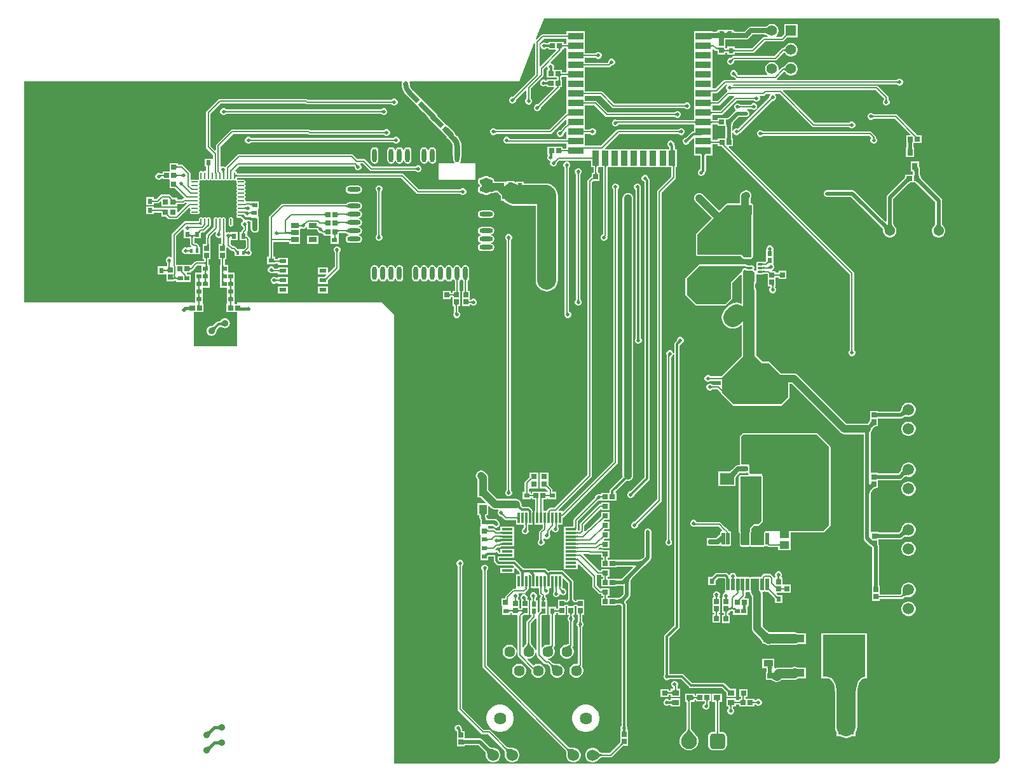
<source format=gbl>
G04*
G04 #@! TF.GenerationSoftware,Altium Limited,Altium Designer,21.9.1 (22)*
G04*
G04 Layer_Physical_Order=2*
G04 Layer_Color=16711680*
%FSLAX25Y25*%
%MOIN*%
G70*
G04*
G04 #@! TF.SameCoordinates,3683F5DD-B2EF-4FE9-AD71-088996B23F6A*
G04*
G04*
G04 #@! TF.FilePolarity,Positive*
G04*
G01*
G75*
%ADD14R,0.02756X0.02559*%
%ADD25R,0.08465X0.08465*%
%ADD26C,0.08465*%
%ADD33C,0.01181*%
%ADD34C,0.03937*%
%ADD35C,0.10000*%
%ADD36C,0.00787*%
%ADD37C,0.01968*%
%ADD39C,0.02756*%
%ADD40C,0.01400*%
%ADD41C,0.01600*%
%ADD47C,0.05400*%
%ADD48C,0.05906*%
%ADD49C,0.13780*%
%ADD50C,0.19685*%
%ADD51C,0.06398*%
%ADD52C,0.09626*%
%ADD53C,0.06024*%
%ADD54C,0.05693*%
%ADD55C,0.08268*%
G04:AMPARAMS|DCode=56|XSize=82.68mil|YSize=82.68mil|CornerRadius=20.67mil|HoleSize=0mil|Usage=FLASHONLY|Rotation=180.000|XOffset=0mil|YOffset=0mil|HoleType=Round|Shape=RoundedRectangle|*
%AMROUNDEDRECTD56*
21,1,0.08268,0.04134,0,0,180.0*
21,1,0.04134,0.08268,0,0,180.0*
1,1,0.04134,-0.02067,0.02067*
1,1,0.04134,0.02067,0.02067*
1,1,0.04134,0.02067,-0.02067*
1,1,0.04134,-0.02067,-0.02067*
%
%ADD56ROUNDEDRECTD56*%
%ADD57C,0.05512*%
%ADD58R,0.05512X0.05512*%
%ADD59C,0.01968*%
%ADD60C,0.03569*%
%ADD61C,0.02500*%
%ADD62C,0.02953*%
%ADD63R,0.02756X0.03543*%
%ADD64R,0.02559X0.02756*%
%ADD65R,0.02598X0.02441*%
%ADD66R,0.02441X0.02598*%
%ADD67R,0.02953X0.02756*%
%ADD68R,0.03937X0.04528*%
%ADD69R,0.03960X0.05151*%
%ADD70R,0.10236X0.04173*%
%ADD71R,0.22441X0.22173*%
%ADD72R,0.03543X0.02756*%
G04:AMPARAMS|DCode=73|XSize=118.11mil|YSize=165.35mil|CornerRadius=1.77mil|HoleSize=0mil|Usage=FLASHONLY|Rotation=90.000|XOffset=0mil|YOffset=0mil|HoleType=Round|Shape=RoundedRectangle|*
%AMROUNDEDRECTD73*
21,1,0.11811,0.16181,0,0,90.0*
21,1,0.11457,0.16535,0,0,90.0*
1,1,0.00354,0.08091,0.05728*
1,1,0.00354,0.08091,-0.05728*
1,1,0.00354,-0.08091,-0.05728*
1,1,0.00354,-0.08091,0.05728*
%
%ADD73ROUNDEDRECTD73*%
G04:AMPARAMS|DCode=74|XSize=17.72mil|YSize=62.99mil|CornerRadius=1.95mil|HoleSize=0mil|Usage=FLASHONLY|Rotation=0.000|XOffset=0mil|YOffset=0mil|HoleType=Round|Shape=RoundedRectangle|*
%AMROUNDEDRECTD74*
21,1,0.01772,0.05909,0,0,0.0*
21,1,0.01382,0.06299,0,0,0.0*
1,1,0.00390,0.00691,-0.02955*
1,1,0.00390,-0.00691,-0.02955*
1,1,0.00390,-0.00691,0.02955*
1,1,0.00390,0.00691,0.02955*
%
%ADD74ROUNDEDRECTD74*%
%ADD75R,0.05151X0.03960*%
%ADD76R,0.07480X0.06102*%
G04:AMPARAMS|DCode=77|XSize=26.38mil|YSize=11.81mil|CornerRadius=1.95mil|HoleSize=0mil|Usage=FLASHONLY|Rotation=0.000|XOffset=0mil|YOffset=0mil|HoleType=Round|Shape=RoundedRectangle|*
%AMROUNDEDRECTD77*
21,1,0.02638,0.00791,0,0,0.0*
21,1,0.02248,0.01181,0,0,0.0*
1,1,0.00390,0.01124,-0.00396*
1,1,0.00390,-0.01124,-0.00396*
1,1,0.00390,-0.01124,0.00396*
1,1,0.00390,0.01124,0.00396*
%
%ADD77ROUNDEDRECTD77*%
%ADD78R,0.04351X0.03961*%
%ADD79R,0.04803X0.03583*%
%ADD80R,0.04331X0.02559*%
%ADD81R,0.02756X0.02953*%
%ADD82R,0.07874X0.03543*%
G04:AMPARAMS|DCode=83|XSize=25.59mil|YSize=27.56mil|CornerRadius=0mil|HoleSize=0mil|Usage=FLASHONLY|Rotation=225.000|XOffset=0mil|YOffset=0mil|HoleType=Round|Shape=Rectangle|*
%AMROTATEDRECTD83*
4,1,4,-0.00070,0.01879,0.01879,-0.00070,0.00070,-0.01879,-0.01879,0.00070,-0.00070,0.01879,0.0*
%
%ADD83ROTATEDRECTD83*%

%ADD84R,0.11811X0.06890*%
%ADD85R,0.01575X0.01968*%
G04:AMPARAMS|DCode=86|XSize=24.41mil|YSize=25.98mil|CornerRadius=0mil|HoleSize=0mil|Usage=FLASHONLY|Rotation=315.000|XOffset=0mil|YOffset=0mil|HoleType=Round|Shape=Rectangle|*
%AMROTATEDRECTD86*
4,1,4,-0.01782,-0.00056,0.00056,0.01782,0.01782,0.00056,-0.00056,-0.01782,-0.01782,-0.00056,0.0*
%
%ADD86ROTATEDRECTD86*%

%ADD87O,0.03347X0.00787*%
%ADD88R,0.01181X0.05807*%
%ADD89R,0.05807X0.01181*%
%ADD90O,0.00787X0.03347*%
%ADD91R,0.03543X0.07874*%
%ADD92O,0.02362X0.07087*%
%ADD93R,0.08976X0.06000*%
%ADD94R,0.16142X0.16142*%
%ADD95O,0.07087X0.02362*%
%ADD96R,0.24528X0.26535*%
%ADD97R,0.12205X0.12205*%
%ADD98R,0.03780X0.01968*%
%ADD99R,0.10906X0.15354*%
%ADD100R,0.05236X0.05236*%
%ADD101C,0.02000*%
%ADD102C,0.02500*%
%ADD103C,0.05000*%
G36*
X997685Y849740D02*
X997677Y849815D01*
X997653Y849882D01*
X997614Y849941D01*
X997558Y849992D01*
X997486Y850035D01*
X997398Y850071D01*
X997294Y850098D01*
X997174Y850118D01*
X997038Y850130D01*
X996886Y850134D01*
Y850921D01*
X997038Y850925D01*
X997174Y850937D01*
X997294Y850957D01*
X997398Y850984D01*
X997486Y851020D01*
X997558Y851063D01*
X997614Y851114D01*
X997653Y851173D01*
X997677Y851240D01*
X997685Y851315D01*
Y849740D01*
D02*
G37*
G36*
X996874Y846732D02*
X995405D01*
Y847567D01*
X987335D01*
Y846920D01*
X987282Y846911D01*
X987209Y846905D01*
X986100D01*
X986004Y847002D01*
X985352Y847272D01*
X984648D01*
X983996Y847002D01*
X983498Y846504D01*
X983228Y845852D01*
Y845148D01*
X983498Y844496D01*
X983996Y843998D01*
X984648Y843728D01*
X985352D01*
X986004Y843998D01*
X986098Y844092D01*
X986139Y844095D01*
X987209D01*
X987282Y844089D01*
X987335Y844080D01*
Y843433D01*
X991077D01*
X991268Y842971D01*
X983204Y834907D01*
X982704Y835114D01*
Y847001D01*
X985026Y849323D01*
X996874D01*
Y846732D01*
D02*
G37*
G36*
X985727Y846170D02*
X985761Y846154D01*
X985804Y846139D01*
X985857Y846126D01*
X985920Y846115D01*
X986074Y846099D01*
X986267Y846091D01*
X986378Y846091D01*
Y844909D01*
X986267Y844909D01*
X985920Y844885D01*
X985857Y844874D01*
X985804Y844861D01*
X985761Y844847D01*
X985727Y844830D01*
X985703Y844811D01*
Y846189D01*
X985727Y846170D01*
D02*
G37*
G36*
X997685Y844740D02*
X997677Y844815D01*
X997653Y844882D01*
X997614Y844941D01*
X997558Y844992D01*
X997486Y845035D01*
X997398Y845071D01*
X997294Y845098D01*
X997174Y845118D01*
X997038Y845130D01*
X996886Y845134D01*
Y845921D01*
X997038Y845925D01*
X997174Y845937D01*
X997294Y845957D01*
X997398Y845984D01*
X997486Y846020D01*
X997558Y846063D01*
X997614Y846114D01*
X997653Y846173D01*
X997677Y846240D01*
X997685Y846315D01*
Y844740D01*
D02*
G37*
G36*
X994614Y846240D02*
X994638Y846173D01*
X994677Y846114D01*
X994732Y846063D01*
X994803Y846020D01*
X994890Y845984D01*
X994992Y845957D01*
X995110Y845937D01*
X995244Y845925D01*
X995393Y845921D01*
Y845134D01*
X995244Y845130D01*
X995110Y845118D01*
X994992Y845098D01*
X994890Y845071D01*
X994803Y845035D01*
X994732Y844992D01*
X994677Y844941D01*
X994638Y844882D01*
X994614Y844815D01*
X994606Y844740D01*
Y846315D01*
X994614Y846240D01*
D02*
G37*
G36*
X988146Y844319D02*
X988134Y844431D01*
X988098Y844532D01*
X988039Y844620D01*
X987955Y844697D01*
X987848Y844762D01*
X987716Y844815D01*
X987561Y844856D01*
X987383Y844886D01*
X987180Y844903D01*
X986953Y844909D01*
Y846091D01*
X987180Y846097D01*
X987383Y846114D01*
X987561Y846144D01*
X987716Y846185D01*
X987848Y846238D01*
X987955Y846303D01*
X988039Y846380D01*
X988098Y846469D01*
X988134Y846569D01*
X988146Y846681D01*
Y844319D01*
D02*
G37*
G36*
X993953Y844236D02*
X993886Y844213D01*
X993827Y844172D01*
X993776Y844117D01*
X993732Y844045D01*
X993697Y843957D01*
X993669Y843853D01*
X993650Y843733D01*
X993638Y843597D01*
X993634Y843445D01*
X992846D01*
X992842Y843597D01*
X992831Y843733D01*
X992811Y843853D01*
X992784Y843957D01*
X992748Y844045D01*
X992705Y844117D01*
X992653Y844172D01*
X992595Y844213D01*
X992528Y844236D01*
X992453Y844244D01*
X994028D01*
X993953Y844236D01*
D02*
G37*
G36*
X1012778Y839831D02*
X1012720Y839888D01*
X1012657Y839940D01*
X1012590Y839985D01*
X1012518Y840025D01*
X1012442Y840058D01*
X1012362Y840085D01*
X1012277Y840107D01*
X1012188Y840122D01*
X1012094Y840131D01*
X1011996Y840134D01*
X1012020Y840921D01*
X1012118Y840924D01*
X1012212Y840933D01*
X1012301Y840947D01*
X1012387Y840967D01*
X1012469Y840993D01*
X1012546Y841025D01*
X1012620Y841062D01*
X1012690Y841105D01*
X1012755Y841154D01*
X1012817Y841208D01*
X1012778Y839831D01*
D02*
G37*
G36*
X1005531Y841240D02*
X1005555Y841173D01*
X1005594Y841114D01*
X1005649Y841063D01*
X1005720Y841020D01*
X1005807Y840984D01*
X1005909Y840957D01*
X1006027Y840937D01*
X1006161Y840925D01*
X1006311Y840921D01*
Y840134D01*
X1006161Y840130D01*
X1006027Y840118D01*
X1005909Y840098D01*
X1005807Y840071D01*
X1005720Y840035D01*
X1005649Y839992D01*
X1005594Y839941D01*
X1005555Y839882D01*
X1005531Y839815D01*
X1005523Y839740D01*
Y841315D01*
X1005531Y841240D01*
D02*
G37*
G36*
X1223577Y859988D02*
X1223874Y859270D01*
X1223970Y858544D01*
X1223961Y858500D01*
X1223961Y472000D01*
X1223970Y471956D01*
X1223874Y471230D01*
X1223577Y470512D01*
X1223104Y469896D01*
X1222488Y469423D01*
X1221770Y469126D01*
X1221044Y469030D01*
X1221000Y469039D01*
X906500D01*
Y704500D01*
X900000Y711000D01*
X824044Y711017D01*
Y710067D01*
X822999D01*
X822819Y710492D01*
X822819D01*
Y711017D01*
Y714492D01*
Y718492D01*
Y722492D01*
Y726508D01*
X819354D01*
Y730508D01*
X817704D01*
Y733465D01*
X818567D01*
Y737205D01*
Y739601D01*
D01*
X819067Y739808D01*
D01*
X820505Y738370D01*
X820505Y738370D01*
X820896Y738109D01*
X821357Y738017D01*
X821357Y738017D01*
X821902D01*
X822661Y737258D01*
X822778Y737133D01*
X822850Y737042D01*
Y735228D01*
X829150D01*
Y735228D01*
X829340Y735356D01*
X829648Y735228D01*
X830352D01*
X831004Y735498D01*
X831502Y735996D01*
X831772Y736648D01*
Y737352D01*
X831502Y738004D01*
X831118Y738387D01*
X831004Y738502D01*
X831002Y739044D01*
X831014Y739063D01*
X831106Y739524D01*
Y744056D01*
X831106Y744056D01*
X831014Y744517D01*
X830753Y744908D01*
X830753Y744908D01*
X829982Y745678D01*
X829592Y745939D01*
X829508Y745956D01*
Y747819D01*
X829508Y747819D01*
X829465Y748319D01*
X829613Y748539D01*
X829704Y749000D01*
Y751080D01*
X829712Y751413D01*
X829720Y751523D01*
X829772Y751648D01*
Y752352D01*
X829502Y753004D01*
X829485Y753020D01*
X829692Y753520D01*
X830416D01*
X830698Y753332D01*
X831181Y753236D01*
Y752809D01*
X831178Y752792D01*
X831179Y752786D01*
X831178Y752780D01*
X831181Y752555D01*
Y751992D01*
X831190D01*
X831190Y751931D01*
Y749732D01*
X831349Y748937D01*
X831799Y748263D01*
X832031Y748031D01*
X832705Y747581D01*
X833500Y747423D01*
X834295Y747581D01*
X834969Y748031D01*
X835419Y748705D01*
X835577Y749500D01*
X835419Y750295D01*
X835345Y750406D01*
Y751992D01*
X835354D01*
Y752774D01*
X835358Y752792D01*
X835354Y752809D01*
Y756008D01*
X835087D01*
Y759992D01*
X835354D01*
Y764008D01*
X831181D01*
X831181Y764008D01*
Y764008D01*
X830681Y763903D01*
X830649Y763909D01*
X830649Y763909D01*
X829022D01*
X828594Y764313D01*
X828576Y764398D01*
X828501Y764775D01*
X828240Y765166D01*
Y765431D01*
X828501Y765822D01*
X828592Y766283D01*
X828501Y766744D01*
X828240Y767134D01*
Y767400D01*
X828501Y767790D01*
X828592Y768251D01*
X828501Y768712D01*
X828240Y769103D01*
Y769368D01*
X828501Y769759D01*
X828592Y770220D01*
X828501Y770681D01*
X828240Y771071D01*
Y771337D01*
X828501Y771727D01*
X828592Y772188D01*
X828501Y772649D01*
X828240Y773040D01*
Y773305D01*
X828501Y773696D01*
X828592Y774157D01*
X828501Y774617D01*
X828240Y775008D01*
X827849Y775269D01*
X827388Y775361D01*
X824829D01*
X824368Y775269D01*
X824264Y775200D01*
X823904Y775560D01*
X823973Y775664D01*
X824065Y776125D01*
Y776200D01*
X910096D01*
X918149Y768149D01*
X918149Y768149D01*
X918539Y767887D01*
X919000Y767796D01*
X941109D01*
X941129Y767793D01*
X941154Y767786D01*
X941173Y767780D01*
X941187Y767774D01*
X941198Y767768D01*
X941207Y767763D01*
X941215Y767757D01*
X941249Y767725D01*
X941304Y767690D01*
X941496Y767498D01*
X942148Y767228D01*
X942852D01*
X943504Y767498D01*
X944002Y767996D01*
X944272Y768648D01*
Y769352D01*
X944002Y770004D01*
X943504Y770502D01*
X942852Y770772D01*
X942148D01*
X941496Y770502D01*
X941304Y770310D01*
X941249Y770275D01*
X941215Y770244D01*
X941207Y770237D01*
X941198Y770232D01*
X941187Y770226D01*
X941173Y770220D01*
X941154Y770214D01*
X941129Y770208D01*
X941108Y770204D01*
X919499D01*
X911447Y778256D01*
X911056Y778517D01*
X910595Y778609D01*
X910595Y778609D01*
X824065D01*
Y778684D01*
X823973Y779145D01*
X823712Y779536D01*
X823322Y779797D01*
X823226Y779816D01*
X823061Y780358D01*
X824999Y782296D01*
X885501D01*
X885664Y782132D01*
X885676Y782116D01*
X885690Y782094D01*
X885699Y782076D01*
X885705Y782061D01*
X885709Y782050D01*
X885711Y782040D01*
X885712Y782030D01*
X885713Y781983D01*
X885728Y781919D01*
Y781648D01*
X885998Y780996D01*
X886496Y780498D01*
X887148Y780228D01*
X887852D01*
X888504Y780498D01*
X889002Y780996D01*
X889272Y781648D01*
Y782352D01*
X889002Y783004D01*
X888710Y783296D01*
X888917Y783796D01*
X890001D01*
X893649Y780149D01*
X893649Y780149D01*
X894039Y779887D01*
X894500Y779796D01*
X917609D01*
X917628Y779792D01*
X917654Y779786D01*
X917673Y779780D01*
X917687Y779774D01*
X917698Y779768D01*
X917707Y779763D01*
X917715Y779756D01*
X917749Y779725D01*
X917804Y779690D01*
X917996Y779498D01*
X918648Y779228D01*
X919352D01*
X920004Y779498D01*
X920502Y779996D01*
X920772Y780648D01*
Y781352D01*
X920502Y782004D01*
X920004Y782502D01*
X919352Y782772D01*
X918648D01*
X917996Y782502D01*
X917804Y782310D01*
X917749Y782275D01*
X917715Y782243D01*
X917707Y782237D01*
X917698Y782232D01*
X917687Y782226D01*
X917673Y782220D01*
X917654Y782214D01*
X917629Y782208D01*
X917608Y782204D01*
X894999D01*
X891352Y785851D01*
X890961Y786113D01*
X890500Y786204D01*
X890500Y786204D01*
X887226D01*
X885079Y788351D01*
X884688Y788613D01*
X884227Y788704D01*
X884227Y788704D01*
X825000D01*
X825000Y788704D01*
X824539Y788613D01*
X824148Y788351D01*
X824148Y788351D01*
X818149Y782352D01*
X818113Y782298D01*
X817626Y782077D01*
X816975Y782347D01*
X816271D01*
X815903Y782195D01*
X815403Y782514D01*
Y792700D01*
X821999Y799296D01*
X861091D01*
X861239Y799149D01*
X861239Y799149D01*
X861629Y798887D01*
X862090Y798796D01*
X862090Y798796D01*
X901108D01*
X901128Y798793D01*
X901154Y798786D01*
X901173Y798780D01*
X901187Y798774D01*
X901198Y798768D01*
X901207Y798763D01*
X901215Y798757D01*
X901249Y798725D01*
X901304Y798690D01*
X901496Y798498D01*
X902148Y798228D01*
X902852D01*
X903504Y798498D01*
X904002Y798996D01*
X904272Y799648D01*
Y800352D01*
X904002Y801004D01*
X903504Y801502D01*
X902852Y801772D01*
X902148D01*
X901496Y801502D01*
X901304Y801310D01*
X901249Y801275D01*
X901215Y801243D01*
X901207Y801237D01*
X901198Y801232D01*
X901187Y801226D01*
X901173Y801220D01*
X901154Y801214D01*
X901129Y801208D01*
X901108Y801204D01*
X862589D01*
X862442Y801352D01*
X862051Y801613D01*
X861590Y801704D01*
X861590Y801704D01*
X821500D01*
X821039Y801613D01*
X820648Y801352D01*
X820648Y801352D01*
X813348Y794051D01*
X813087Y793660D01*
X812995Y793199D01*
X812995Y793199D01*
Y790861D01*
X812533Y790670D01*
X810204Y792999D01*
Y810001D01*
X815499Y815296D01*
X859841D01*
X859989Y815149D01*
X859989Y815149D01*
X860379Y814887D01*
X860840Y814796D01*
X860840Y814796D01*
X905109D01*
X905128Y814793D01*
X905154Y814786D01*
X905173Y814780D01*
X905187Y814774D01*
X905198Y814768D01*
X905207Y814763D01*
X905215Y814756D01*
X905249Y814725D01*
X905304Y814690D01*
X905496Y814498D01*
X906148Y814228D01*
X906852D01*
X907504Y814498D01*
X908002Y814996D01*
X908272Y815648D01*
Y816352D01*
X908002Y817004D01*
X907504Y817502D01*
X906852Y817772D01*
X906148D01*
X905496Y817502D01*
X905304Y817310D01*
X905249Y817275D01*
X905215Y817243D01*
X905207Y817237D01*
X905198Y817232D01*
X905187Y817226D01*
X905173Y817220D01*
X905154Y817214D01*
X905129Y817208D01*
X905108Y817204D01*
X861339D01*
X861192Y817352D01*
X860801Y817613D01*
X860340Y817704D01*
X860340Y817704D01*
X815000D01*
X814539Y817613D01*
X814149Y817352D01*
X808148Y811351D01*
X807887Y810961D01*
X807796Y810500D01*
X807796Y810500D01*
Y792500D01*
X807796Y792500D01*
X807887Y792039D01*
X808148Y791648D01*
X811420Y788377D01*
Y786566D01*
X811008Y786354D01*
X806992D01*
Y782181D01*
X807877D01*
Y780150D01*
X807377Y779836D01*
X807113Y779888D01*
X806652Y779797D01*
X806261Y779536D01*
X805996D01*
X805605Y779797D01*
X805144Y779888D01*
X804683Y779797D01*
X804293Y779536D01*
X804032Y779145D01*
X803940Y778684D01*
Y776125D01*
X804032Y775664D01*
X804101Y775560D01*
X803741Y775200D01*
X803636Y775269D01*
X803176Y775361D01*
X800617D01*
X800204Y775279D01*
X800118Y775294D01*
X799704Y775569D01*
Y778500D01*
X799704Y778500D01*
X799613Y778961D01*
X799352Y779352D01*
X799352Y779352D01*
X795852Y782852D01*
X795461Y783113D01*
X795000Y783204D01*
X795000Y783204D01*
X793035D01*
Y784067D01*
X788705D01*
Y779933D01*
X788382Y779567D01*
X784965D01*
Y778704D01*
X783920D01*
X783587Y778712D01*
X783477Y778720D01*
X783352Y778772D01*
X782648D01*
X781996Y778502D01*
X781498Y778004D01*
X781228Y777352D01*
Y776648D01*
X781498Y775996D01*
X781996Y775498D01*
X782648Y775228D01*
X783352D01*
X784004Y775498D01*
X784465Y775959D01*
X784638Y775941D01*
X784965Y775807D01*
Y775433D01*
X788382D01*
X788705Y775067D01*
Y770933D01*
X791304D01*
X791492Y770773D01*
X796258Y766007D01*
X796094Y765465D01*
X795902Y765427D01*
X795511Y765166D01*
X795511Y765166D01*
X795208Y764862D01*
X792634D01*
Y765921D01*
X790443D01*
X790336Y766081D01*
X790336Y766081D01*
X789250Y767167D01*
X788860Y767427D01*
X788399Y767519D01*
X788399Y767519D01*
X784664D01*
X784664Y767519D01*
X784203Y767427D01*
X783813Y767167D01*
X783813Y767167D01*
X781850Y765204D01*
X780508D01*
Y766087D01*
X776492D01*
Y761913D01*
X780508D01*
Y762796D01*
X782349D01*
X782349Y762796D01*
X782810Y762887D01*
X783201Y763148D01*
X783904Y763852D01*
X784366Y763660D01*
Y761394D01*
X792634D01*
Y762453D01*
X795706D01*
X795706Y762453D01*
X796167Y762545D01*
X796558Y762806D01*
X796862Y763110D01*
X797404D01*
X797596Y762648D01*
X793096Y758148D01*
X792634Y758340D01*
Y760606D01*
X785176D01*
X785158Y760610D01*
X785142Y760606D01*
X784366D01*
Y760436D01*
X780508D01*
Y761319D01*
X776492D01*
Y757146D01*
X780508D01*
Y758028D01*
X784366D01*
Y756079D01*
X786557D01*
X786664Y755919D01*
X787750Y754834D01*
X787750Y754834D01*
X788140Y754572D01*
X788601Y754481D01*
X792336D01*
X792336Y754481D01*
X792797Y754572D01*
X793187Y754834D01*
X798945Y760592D01*
X799326Y760417D01*
X799417Y760356D01*
X799504Y759916D01*
X799765Y759526D01*
Y759260D01*
X799504Y758869D01*
X799412Y758409D01*
X799504Y757948D01*
X799765Y757557D01*
X800156Y757296D01*
X800617Y757204D01*
X803176D01*
X803636Y757296D01*
X804027Y757557D01*
X804288Y757948D01*
X804380Y758409D01*
X804288Y758869D01*
X804027Y759260D01*
Y759526D01*
X804288Y759916D01*
X804380Y760377D01*
X804288Y760838D01*
X804027Y761229D01*
Y761494D01*
X804288Y761885D01*
X804380Y762346D01*
X804288Y762806D01*
X804027Y763197D01*
Y763463D01*
X804288Y763853D01*
X804380Y764314D01*
X804288Y764775D01*
X804027Y765166D01*
Y765431D01*
X804288Y765822D01*
X804380Y766283D01*
X804288Y766744D01*
X804027Y767134D01*
Y767400D01*
X804288Y767790D01*
X804380Y768251D01*
X804288Y768712D01*
X804027Y769103D01*
Y769368D01*
X804288Y769759D01*
X804380Y770220D01*
X804288Y770681D01*
X804027Y771071D01*
Y771337D01*
X804288Y771727D01*
X804380Y772188D01*
X804288Y772649D01*
X804027Y773040D01*
Y773305D01*
X804288Y773696D01*
X804380Y774157D01*
X804288Y774617D01*
X804218Y774722D01*
X804579Y775082D01*
X804683Y775013D01*
X805144Y774921D01*
X805605Y775013D01*
X805996Y775274D01*
X806261D01*
X806652Y775013D01*
X807113Y774921D01*
X807574Y775013D01*
X807964Y775274D01*
X808230D01*
X808620Y775013D01*
X809081Y774921D01*
X809542Y775013D01*
X809933Y775274D01*
X810198D01*
X810589Y775013D01*
X811050Y774921D01*
X811510Y775013D01*
X811901Y775274D01*
X812167D01*
X812557Y775013D01*
X813018Y774921D01*
X813479Y775013D01*
X813870Y775274D01*
X814135D01*
X814526Y775013D01*
X814987Y774921D01*
X815448Y775013D01*
X815838Y775274D01*
X816104D01*
X816494Y775013D01*
X816955Y774921D01*
X817416Y775013D01*
X817807Y775274D01*
X818072D01*
X818463Y775013D01*
X818924Y774921D01*
X819384Y775013D01*
X819775Y775274D01*
X820041D01*
X820431Y775013D01*
X820892Y774921D01*
X821353Y775013D01*
X821744Y775274D01*
X822009D01*
X822400Y775013D01*
X822861Y774921D01*
X823322Y775013D01*
X823426Y775082D01*
X823786Y774722D01*
X823717Y774617D01*
X823625Y774157D01*
X823717Y773696D01*
X823978Y773305D01*
Y773040D01*
X823717Y772649D01*
X823625Y772188D01*
X823717Y771727D01*
X823978Y771337D01*
Y771071D01*
X823717Y770681D01*
X823625Y770220D01*
X823717Y769759D01*
X823978Y769368D01*
Y769103D01*
X823717Y768712D01*
X823625Y768251D01*
X823717Y767790D01*
X823978Y767400D01*
Y767134D01*
X823717Y766744D01*
X823625Y766283D01*
X823717Y765822D01*
X823978Y765431D01*
Y765166D01*
X823717Y764775D01*
X823625Y764314D01*
X823717Y763853D01*
X823978Y763463D01*
Y763197D01*
X823717Y762806D01*
X823625Y762346D01*
X823717Y761885D01*
X823978Y761494D01*
Y761229D01*
X823717Y760838D01*
X823625Y760377D01*
X823717Y759916D01*
X823978Y759526D01*
Y759260D01*
X823717Y758869D01*
X823625Y758409D01*
X823717Y757948D01*
X823978Y757557D01*
Y757292D01*
X823717Y756901D01*
X823625Y756440D01*
X823717Y755979D01*
X823978Y755589D01*
X824368Y755328D01*
X824829Y755236D01*
X825890D01*
X825937Y755216D01*
X826074Y755141D01*
X826243Y755030D01*
X826432Y754888D01*
X826836Y754536D01*
X827231Y754140D01*
X827133Y753559D01*
X826996Y753502D01*
X826498Y753004D01*
X826228Y752352D01*
Y751648D01*
X826498Y750996D01*
X826996Y750498D01*
X827296Y750374D01*
Y749499D01*
X826649Y748851D01*
X826387Y748461D01*
X826296Y748000D01*
X825861Y747819D01*
X825492D01*
Y743646D01*
X828210D01*
X828327Y743622D01*
X828697Y743315D01*
Y740022D01*
X827636Y738961D01*
X827511Y738844D01*
X827420Y738772D01*
X824582D01*
X824393Y738932D01*
X823582Y739743D01*
X823565Y739760D01*
X823252Y740073D01*
X822862Y740334D01*
X822401Y740425D01*
X822401Y740425D01*
X821855D01*
X820704Y741576D01*
Y743646D01*
X824508D01*
Y747819D01*
X820492D01*
Y747819D01*
X820204Y747626D01*
X819852Y747772D01*
X819148D01*
X818659Y747569D01*
X818159Y747818D01*
Y753192D01*
Y754472D01*
X818068Y754932D01*
X817807Y755323D01*
X817416Y755584D01*
X816955Y755676D01*
X816494Y755584D01*
X816104Y755323D01*
X815838D01*
X815448Y755584D01*
X814987Y755676D01*
X814526Y755584D01*
X814135Y755323D01*
X813870D01*
X813479Y755584D01*
X813018Y755676D01*
X812557Y755584D01*
X812167Y755323D01*
X811906Y754932D01*
X811814Y754472D01*
Y750517D01*
X810335Y749038D01*
D01*
X808148Y746851D01*
X807887Y746461D01*
X807796Y746000D01*
X807796Y746000D01*
Y745380D01*
X807773Y745347D01*
X807682Y744886D01*
X807682Y744886D01*
Y741535D01*
X805933D01*
Y737205D01*
Y733465D01*
X806796D01*
Y732704D01*
X802845D01*
X802385Y732613D01*
X801994Y732351D01*
X801994Y732351D01*
X800440Y730797D01*
X800035Y730567D01*
X792327D01*
X792312Y730589D01*
X792204Y730697D01*
Y745864D01*
X795488Y749148D01*
X795978Y749050D01*
X795992Y748819D01*
X795992D01*
Y744646D01*
X799198D01*
X799216Y744642D01*
X799296Y744157D01*
Y741578D01*
X799296Y741578D01*
X799387Y741117D01*
X799649Y740726D01*
X800103Y740272D01*
X799896Y739772D01*
X798350D01*
X798350Y739772D01*
X797850Y739565D01*
X797352Y739772D01*
X796648D01*
X795996Y739502D01*
X795498Y739004D01*
X795228Y738352D01*
Y737648D01*
X795498Y736996D01*
X795996Y736498D01*
X796648Y736228D01*
X797352D01*
X797850Y736435D01*
X798350Y736228D01*
Y736228D01*
X804650D01*
Y738955D01*
X804653Y738972D01*
X804650Y738989D01*
Y739772D01*
X804572D01*
X804279Y740165D01*
X804187Y740626D01*
X803926Y741017D01*
X803926Y741017D01*
X803304Y741639D01*
X802914Y741900D01*
X802453Y741992D01*
X802453Y741992D01*
X801789D01*
X801704Y742076D01*
Y744157D01*
X801784Y744642D01*
X801802Y744646D01*
X805008D01*
Y746889D01*
X805011Y746906D01*
X805008Y746923D01*
Y747086D01*
D01*
X805171Y747279D01*
X805550Y747658D01*
X806290D01*
X806290Y747658D01*
X806750Y747750D01*
X807141Y748011D01*
X808630Y749500D01*
X809933Y750802D01*
X810022Y750936D01*
X810104Y751030D01*
X810115Y751049D01*
X810132Y751063D01*
X810221Y751175D01*
X810244Y751221D01*
X810279Y751260D01*
X810322Y751332D01*
X810349Y751406D01*
X810389Y751473D01*
X810401Y751552D01*
X810428Y751627D01*
X810424Y751706D01*
X810436Y751783D01*
X810434Y751816D01*
X810424Y751856D01*
X810426Y751897D01*
X810413Y751934D01*
X810413Y751940D01*
X810405Y751957D01*
X810387Y752007D01*
X810359Y752120D01*
X810334Y752153D01*
X810320Y752192D01*
X810285Y752230D01*
Y754472D01*
X810194Y754932D01*
X809933Y755323D01*
X809542Y755584D01*
X809081Y755676D01*
X808620Y755584D01*
X808230Y755323D01*
X807964D01*
X807574Y755584D01*
X807113Y755676D01*
X806652Y755584D01*
X806261Y755323D01*
X805996D01*
X805605Y755584D01*
X805144Y755676D01*
X804683Y755584D01*
X804293Y755323D01*
X804032Y754932D01*
X803940Y754472D01*
Y753582D01*
X797015D01*
X797015Y753582D01*
X796554Y753490D01*
X796164Y753230D01*
X796164Y753229D01*
X790148Y747215D01*
X789887Y746824D01*
X789796Y746363D01*
X789796Y746363D01*
Y734863D01*
X789296Y734588D01*
X788852Y734772D01*
X788148D01*
X787496Y734502D01*
X786998Y734004D01*
X786728Y733352D01*
Y732648D01*
X786998Y731996D01*
X787190Y731804D01*
X787225Y731749D01*
X787256Y731715D01*
X787263Y731707D01*
X787268Y731698D01*
X787274Y731687D01*
X787280Y731673D01*
X787286Y731654D01*
X787292Y731629D01*
X787296Y731608D01*
Y730035D01*
X786933D01*
Y729999D01*
X786508Y729819D01*
Y729819D01*
X782492D01*
Y725646D01*
X786508D01*
X786508Y725646D01*
X786933Y725465D01*
Y721965D01*
X790256D01*
X790274Y721961D01*
X790290Y721965D01*
X791067D01*
Y722296D01*
X792181D01*
Y721492D01*
X799819D01*
Y725508D01*
X797956D01*
X797939Y725592D01*
X797711Y725933D01*
X797791Y726256D01*
X797865Y726433D01*
X800035D01*
Y727303D01*
X800461Y727387D01*
X800852Y727648D01*
X801444Y728241D01*
X801975Y728772D01*
X802236Y729163D01*
D01*
X802242Y729194D01*
D01*
X803344Y730296D01*
X805413D01*
Y726508D01*
X801949D01*
Y722492D01*
Y718492D01*
Y714492D01*
Y710990D01*
X801449Y710582D01*
X801444Y710583D01*
Y711022D01*
X712539Y711042D01*
X712539Y827000D01*
X910368D01*
X910603Y826559D01*
X910460Y826345D01*
X910292Y825500D01*
X910294D01*
X910455Y823869D01*
X910931Y822300D01*
X911704Y820854D01*
X911844Y820683D01*
X911830Y820669D01*
X911973Y820525D01*
X912730Y819604D01*
X912742Y819585D01*
X913164Y819164D01*
X913315Y819063D01*
X916617Y815761D01*
X917217Y815360D01*
X918780Y813797D01*
X918783Y813783D01*
X919261Y813066D01*
X922664Y809664D01*
X924494Y807834D01*
X924330Y807669D01*
X925319Y806680D01*
X925664Y806164D01*
X925815Y806063D01*
X929117Y802761D01*
X929717Y802360D01*
X931167Y800910D01*
X931190Y800794D01*
X931690Y800046D01*
X933948Y797788D01*
X933830Y797669D01*
X935864Y795635D01*
X935868Y795617D01*
X936368Y794868D01*
X936368D01*
X936392Y794866D01*
X936822Y794306D01*
X937100Y793636D01*
X937187Y792972D01*
X937176Y792917D01*
Y788000D01*
X937352Y787117D01*
X937477Y786929D01*
Y785638D01*
X937630Y784870D01*
X937967Y784366D01*
X937761Y783866D01*
X929760D01*
Y775401D01*
X949248D01*
Y783866D01*
X941207D01*
X941002Y784366D01*
X941339Y784870D01*
X941491Y785638D01*
Y786929D01*
X941617Y787117D01*
X941792Y788000D01*
Y792917D01*
X941775Y793005D01*
X941642Y794354D01*
X941223Y795736D01*
X940542Y797010D01*
X939626Y798126D01*
X939632Y798132D01*
X938883Y798632D01*
X938740Y798661D01*
X938285Y799116D01*
X938132Y799883D01*
X937632Y800632D01*
X934954Y803310D01*
X934206Y803810D01*
X934090Y803833D01*
X932640Y805283D01*
X932239Y805884D01*
X929152Y808970D01*
X928964Y809426D01*
X928545Y809972D01*
X928432Y810140D01*
Y810140D01*
X928432Y810140D01*
X925786Y812786D01*
X922383Y816189D01*
X921935Y816489D01*
X920140Y818283D01*
X919739Y818884D01*
X916336Y822286D01*
X916185Y822387D01*
X915864Y822708D01*
X915797Y822753D01*
X915214Y823512D01*
X914817Y824471D01*
X914685Y825474D01*
X914708Y825500D01*
X914708D01*
X914540Y826345D01*
X914397Y826559D01*
X914632Y827000D01*
X972000D01*
X979796Y846789D01*
X980296Y846694D01*
Y830499D01*
X968632Y818836D01*
X968616Y818824D01*
X968594Y818810D01*
X968575Y818801D01*
X968561Y818795D01*
X968550Y818791D01*
X968540Y818789D01*
X968530Y818788D01*
X968483Y818787D01*
X968419Y818772D01*
X968148D01*
X967496Y818502D01*
X966998Y818004D01*
X966728Y817352D01*
Y816648D01*
X966998Y815996D01*
X967496Y815498D01*
X968148Y815228D01*
X968852D01*
X969504Y815498D01*
X970002Y815996D01*
X970272Y816648D01*
Y816919D01*
X970287Y816983D01*
X970288Y817030D01*
X970289Y817040D01*
X970292Y817050D01*
X970295Y817061D01*
X970301Y817076D01*
X970310Y817094D01*
X970324Y817116D01*
X970335Y817132D01*
X975334Y822131D01*
X975796Y821939D01*
Y817892D01*
X975792Y817871D01*
X975786Y817846D01*
X975780Y817827D01*
X975774Y817813D01*
X975768Y817802D01*
X975763Y817793D01*
X975756Y817785D01*
X975725Y817751D01*
X975690Y817696D01*
X975498Y817504D01*
X975228Y816852D01*
Y816148D01*
X975498Y815496D01*
X975996Y814998D01*
X976648Y814728D01*
X977352D01*
X978004Y814998D01*
X978502Y815496D01*
X978772Y816148D01*
Y816852D01*
X978502Y817504D01*
X978310Y817696D01*
X978275Y817751D01*
X978244Y817785D01*
X978237Y817793D01*
X978232Y817802D01*
X978226Y817813D01*
X978220Y817827D01*
X978214Y817846D01*
X978208Y817871D01*
X978204Y817892D01*
Y823180D01*
X984464Y829441D01*
X984464Y829441D01*
X984726Y829832D01*
X984817Y830292D01*
Y833114D01*
X986228Y834525D01*
X986728Y834318D01*
Y834148D01*
X986969Y833567D01*
X986856Y833276D01*
X986720Y833067D01*
X986465D01*
Y828933D01*
X991796D01*
Y828067D01*
X986465D01*
Y827421D01*
X986407Y827411D01*
X986336Y827405D01*
X985783D01*
X985699Y827489D01*
X985048Y827759D01*
X984343D01*
X983692Y827489D01*
X983194Y826991D01*
X982924Y826340D01*
Y825635D01*
X983194Y824984D01*
X983692Y824485D01*
X984343Y824216D01*
X985048D01*
X985699Y824485D01*
X985806Y824592D01*
X985851Y824595D01*
X986336D01*
X986407Y824589D01*
X986465Y824579D01*
Y823933D01*
X990077D01*
X990268Y823471D01*
X981632Y814835D01*
X981616Y814824D01*
X981594Y814810D01*
X981575Y814801D01*
X981561Y814795D01*
X981550Y814791D01*
X981540Y814789D01*
X981530Y814788D01*
X981483Y814787D01*
X981419Y814772D01*
X981148D01*
X980496Y814502D01*
X979998Y814004D01*
X979728Y813352D01*
Y812648D01*
X979998Y811996D01*
X980496Y811498D01*
X981148Y811228D01*
X981852D01*
X982504Y811498D01*
X983002Y811996D01*
X983272Y812648D01*
Y812919D01*
X983287Y812983D01*
X983288Y813030D01*
X983289Y813040D01*
X983292Y813050D01*
X983295Y813061D01*
X983301Y813076D01*
X983310Y813094D01*
X983324Y813116D01*
X983335Y813132D01*
X993222Y823018D01*
X993222Y823018D01*
X993483Y823409D01*
X993574Y823870D01*
Y823933D01*
X994535D01*
Y827256D01*
X994539Y827274D01*
X994535Y827290D01*
Y828067D01*
X994204D01*
Y828933D01*
X994535D01*
Y829323D01*
X996874D01*
Y827969D01*
Y822968D01*
Y817968D01*
Y812969D01*
Y810326D01*
X996552Y810262D01*
X996161Y810001D01*
X987864Y801704D01*
X959892D01*
X959871Y801707D01*
X959846Y801714D01*
X959827Y801720D01*
X959813Y801726D01*
X959802Y801732D01*
X959793Y801737D01*
X959785Y801744D01*
X959751Y801775D01*
X959696Y801810D01*
X959504Y802002D01*
X958852Y802272D01*
X958148D01*
X957496Y802002D01*
X956998Y801504D01*
X956728Y800852D01*
Y800148D01*
X956998Y799496D01*
X957496Y798998D01*
X958148Y798728D01*
X958852D01*
X959504Y798998D01*
X959696Y799190D01*
X959751Y799225D01*
X959785Y799257D01*
X959793Y799263D01*
X959802Y799268D01*
X959813Y799274D01*
X959827Y799280D01*
X959846Y799286D01*
X959871Y799292D01*
X959892Y799296D01*
X988363D01*
X988363Y799296D01*
X988824Y799387D01*
X989215Y799649D01*
X996412Y806846D01*
X996874Y806655D01*
Y804672D01*
X996816Y804614D01*
X996711Y804593D01*
X996321Y804332D01*
X996321Y804332D01*
X994677Y802689D01*
X994416Y802298D01*
X994372Y802075D01*
X993632Y801336D01*
X993616Y801324D01*
X993594Y801310D01*
X993575Y801301D01*
X993561Y801295D01*
X993550Y801291D01*
X993540Y801289D01*
X993530Y801288D01*
X993483Y801287D01*
X993419Y801272D01*
X993148D01*
X992496Y801002D01*
X991998Y800504D01*
X991728Y799852D01*
Y799148D01*
X991998Y798496D01*
X992496Y797998D01*
X993148Y797728D01*
X993852D01*
X994504Y797998D01*
X995002Y798496D01*
X995272Y799148D01*
Y799419D01*
X995287Y799483D01*
X995288Y799530D01*
X995289Y799540D01*
X995292Y799550D01*
X995295Y799561D01*
X995301Y799576D01*
X995310Y799594D01*
X995324Y799616D01*
X995335Y799632D01*
X996374Y800671D01*
X996402Y800670D01*
X996874Y800516D01*
Y796732D01*
X967115D01*
X967002Y797004D01*
X966504Y797502D01*
X965852Y797772D01*
X965148D01*
X964496Y797502D01*
X963998Y797004D01*
X963728Y796352D01*
Y795648D01*
X963998Y794996D01*
X964496Y794498D01*
X965148Y794228D01*
X965852D01*
X966004Y794291D01*
X966022Y794292D01*
X966069Y794304D01*
X966366Y794323D01*
X996874D01*
Y791732D01*
X994905D01*
Y792567D01*
X986835D01*
Y789246D01*
X986831Y789228D01*
X986835Y789211D01*
Y788433D01*
X986835Y788433D01*
X986969Y787933D01*
X986728Y787352D01*
Y786648D01*
X986998Y785996D01*
X987496Y785498D01*
X988099Y785248D01*
X988154Y785215D01*
X988384Y784728D01*
X988228Y784352D01*
Y783648D01*
X988498Y782996D01*
X988996Y782498D01*
X989648Y782228D01*
X990352D01*
X991004Y782498D01*
X991502Y782996D01*
X991772Y783648D01*
Y783919D01*
X991787Y783983D01*
X991788Y784030D01*
X991789Y784040D01*
X991792Y784050D01*
X991795Y784061D01*
X991801Y784075D01*
X991810Y784094D01*
X991824Y784116D01*
X991835Y784132D01*
X993089Y785386D01*
X1009669D01*
Y781866D01*
X1011024D01*
Y779035D01*
X1009933D01*
Y776976D01*
X1009577Y776737D01*
X1009577Y776737D01*
X1008148Y775309D01*
X1007887Y774919D01*
X1007796Y774458D01*
X1007796Y774458D01*
Y620499D01*
X990456Y603159D01*
X988326D01*
X988326Y603159D01*
X987865Y603067D01*
X987474Y602806D01*
X987474Y602806D01*
X986782Y602114D01*
X986521Y601724D01*
X986489Y601561D01*
X984704D01*
Y607433D01*
X986665D01*
Y608296D01*
X987181D01*
Y607492D01*
X991354D01*
Y611508D01*
X989566D01*
Y612425D01*
X989475Y612886D01*
X989214Y613277D01*
X987421Y615069D01*
Y617303D01*
Y621634D01*
X982894D01*
Y617303D01*
Y613366D01*
X985718D01*
X987005Y612080D01*
X986806Y611572D01*
X986665Y611567D01*
Y611567D01*
X978594D01*
Y610704D01*
X978087D01*
Y611508D01*
X977204D01*
Y613063D01*
X977579Y613366D01*
X982106D01*
Y617303D01*
Y621634D01*
X977579D01*
Y619443D01*
X977419Y619336D01*
X977419Y619336D01*
X975148Y617065D01*
X974887Y616675D01*
X974796Y616214D01*
X974796Y616214D01*
Y611508D01*
X973913D01*
Y607492D01*
X978087D01*
Y608296D01*
X978594D01*
Y607433D01*
X980327D01*
Y601561D01*
X980153D01*
Y594179D01*
X984264D01*
Y592557D01*
X982648Y590942D01*
X982387Y590551D01*
X982296Y590090D01*
X982296Y590090D01*
Y586392D01*
X982292Y586372D01*
X982286Y586346D01*
X982280Y586327D01*
X982274Y586313D01*
X982268Y586302D01*
X982263Y586293D01*
X982257Y586285D01*
X982225Y586251D01*
X982190Y586196D01*
X981998Y586004D01*
X981728Y585352D01*
Y584648D01*
X981998Y583996D01*
X982496Y583498D01*
X983148Y583228D01*
X983852D01*
X984504Y583498D01*
X985002Y583996D01*
X985272Y584648D01*
Y585352D01*
X985002Y586004D01*
X984810Y586196D01*
X984775Y586251D01*
X984743Y586285D01*
X984737Y586293D01*
X984732Y586302D01*
X984726Y586313D01*
X984720Y586327D01*
X984714Y586346D01*
X984708Y586371D01*
X984704Y586392D01*
Y587083D01*
X985204Y587290D01*
X985496Y586998D01*
X986148Y586728D01*
X986852D01*
X987504Y586998D01*
X988002Y587496D01*
X988272Y588148D01*
Y588852D01*
X988235Y588941D01*
X988204Y589751D01*
Y590864D01*
X988775Y591435D01*
X989365Y591318D01*
X989498Y590996D01*
X989996Y590498D01*
X990648Y590228D01*
X991352D01*
X992004Y590498D01*
X992502Y590996D01*
X992772Y591648D01*
Y592352D01*
X992668Y592603D01*
X992658Y592664D01*
X992620Y592770D01*
X992615Y592787D01*
X992593Y592893D01*
X992588Y592924D01*
X992578Y593054D01*
Y594179D01*
X994720D01*
Y597990D01*
X995114Y598068D01*
X995504Y598329D01*
X1023351Y626176D01*
X1023613Y626567D01*
X1023704Y627028D01*
X1023704Y627028D01*
Y770199D01*
X1024002Y770496D01*
X1024272Y771148D01*
Y771852D01*
X1024002Y772504D01*
X1023504Y773002D01*
X1022852Y773272D01*
X1022148D01*
X1021496Y773002D01*
X1020998Y772504D01*
X1020728Y771852D01*
Y771148D01*
X1020998Y770496D01*
X1021296Y770199D01*
Y627526D01*
X995152Y601382D01*
X994720Y601561D01*
Y601561D01*
X992917D01*
X992726Y602023D01*
X1009851Y619148D01*
X1009851Y619148D01*
X1010113Y619539D01*
X1010204Y620000D01*
X1010204Y620000D01*
Y773959D01*
X1010927Y774682D01*
X1011114D01*
X1011114Y774682D01*
X1011231Y774705D01*
X1014067D01*
Y779035D01*
X1013433D01*
Y781866D01*
X1016024D01*
Y746721D01*
X1015496Y746502D01*
X1014998Y746004D01*
X1014728Y745352D01*
Y744648D01*
X1014998Y743996D01*
X1015496Y743498D01*
X1016148Y743228D01*
X1016852D01*
X1017504Y743498D01*
X1018002Y743996D01*
X1018272Y744648D01*
Y745352D01*
X1018238Y745433D01*
X1018341Y745587D01*
X1018433Y746048D01*
X1018433Y746048D01*
Y781866D01*
X1051796D01*
Y776999D01*
X1044648Y769851D01*
X1044387Y769461D01*
X1044296Y769000D01*
X1044296Y769000D01*
Y607499D01*
X1032569Y595772D01*
X1032148D01*
X1031496Y595502D01*
X1030998Y595004D01*
X1030728Y594352D01*
Y593648D01*
X1030998Y592996D01*
X1031496Y592498D01*
X1032148Y592228D01*
X1032852D01*
X1033504Y592498D01*
X1034002Y592996D01*
X1034272Y593648D01*
Y594069D01*
X1046352Y606148D01*
X1046352Y606148D01*
X1046613Y606539D01*
X1046704Y607000D01*
X1046704Y607000D01*
Y768501D01*
X1053852Y775648D01*
X1054113Y776039D01*
X1054204Y776500D01*
Y781866D01*
X1054787D01*
Y791315D01*
X1053649D01*
X1053640Y791373D01*
X1053633Y791443D01*
Y793059D01*
X1053526Y793596D01*
X1053272Y793977D01*
Y794352D01*
X1053002Y795004D01*
X1052504Y795502D01*
X1051852Y795772D01*
X1051148D01*
X1050496Y795502D01*
X1049998Y795004D01*
X1049728Y794352D01*
Y793648D01*
X1049998Y792996D01*
X1050496Y792498D01*
X1050823Y792363D01*
Y791443D01*
X1050817Y791373D01*
X1050807Y791315D01*
X1017171D01*
X1016980Y791777D01*
X1024499Y799296D01*
X1055608D01*
X1055628Y799293D01*
X1055654Y799286D01*
X1055673Y799280D01*
X1055687Y799274D01*
X1055698Y799268D01*
X1055707Y799263D01*
X1055715Y799257D01*
X1055749Y799225D01*
X1055804Y799190D01*
X1055996Y798998D01*
X1056648Y798728D01*
X1057352D01*
X1058004Y798998D01*
X1058502Y799496D01*
X1058772Y800148D01*
Y800852D01*
X1058502Y801504D01*
X1058004Y802002D01*
X1057352Y802272D01*
X1056648D01*
X1055996Y802002D01*
X1055804Y801810D01*
X1055749Y801775D01*
X1055715Y801744D01*
X1055707Y801737D01*
X1055698Y801732D01*
X1055687Y801726D01*
X1055673Y801720D01*
X1055654Y801714D01*
X1055629Y801708D01*
X1055608Y801704D01*
X1024000D01*
X1024000Y801704D01*
X1023539Y801613D01*
X1023149Y801352D01*
X1014907Y793110D01*
X1006323D01*
Y797968D01*
Y799323D01*
X1009094D01*
X1009112Y799320D01*
X1009135Y799314D01*
X1009152Y799309D01*
X1009163Y799304D01*
X1009171Y799300D01*
X1009177Y799296D01*
X1009182Y799291D01*
X1009214Y799259D01*
X1009275Y799219D01*
X1009496Y798998D01*
X1010148Y798728D01*
X1010852D01*
X1011504Y798998D01*
X1012002Y799496D01*
X1012272Y800148D01*
Y800852D01*
X1012002Y801504D01*
X1011504Y802002D01*
X1010852Y802272D01*
X1010148D01*
X1009496Y802002D01*
X1009331Y801837D01*
X1009284Y801809D01*
X1009248Y801777D01*
X1009238Y801770D01*
X1009227Y801763D01*
X1009213Y801756D01*
X1009196Y801749D01*
X1009174Y801742D01*
X1009146Y801735D01*
X1009124Y801732D01*
X1006323D01*
Y807969D01*
Y812969D01*
Y814323D01*
X1011474D01*
X1017148Y808648D01*
X1017148Y808648D01*
X1017539Y808387D01*
X1018000Y808296D01*
X1018000Y808296D01*
X1053609D01*
X1053629Y808292D01*
X1053654Y808286D01*
X1053673Y808280D01*
X1053687Y808274D01*
X1053698Y808268D01*
X1053707Y808263D01*
X1053715Y808257D01*
X1053749Y808225D01*
X1053804Y808190D01*
X1053996Y807998D01*
X1054648Y807728D01*
X1055352D01*
X1056004Y807998D01*
X1056502Y808496D01*
X1056772Y809148D01*
Y809852D01*
X1056502Y810504D01*
X1056004Y811002D01*
X1055352Y811272D01*
X1054648D01*
X1053996Y811002D01*
X1053804Y810810D01*
X1053749Y810775D01*
X1053715Y810744D01*
X1053707Y810737D01*
X1053698Y810732D01*
X1053687Y810726D01*
X1053673Y810720D01*
X1053654Y810714D01*
X1053629Y810708D01*
X1053608Y810704D01*
X1018499D01*
X1012824Y816379D01*
X1012433Y816640D01*
X1011972Y816732D01*
X1011972Y816732D01*
X1006323D01*
Y819323D01*
X1014474D01*
X1020648Y813148D01*
X1020648Y813148D01*
X1021039Y812887D01*
X1021500Y812796D01*
X1058609D01*
X1058628Y812792D01*
X1058654Y812786D01*
X1058673Y812780D01*
X1058687Y812774D01*
X1058698Y812768D01*
X1058707Y812763D01*
X1058715Y812757D01*
X1058749Y812725D01*
X1058804Y812690D01*
X1058996Y812498D01*
X1059648Y812228D01*
X1060352D01*
X1061004Y812498D01*
X1061502Y812996D01*
X1061772Y813648D01*
Y814352D01*
X1061502Y815004D01*
X1061004Y815502D01*
X1060352Y815772D01*
X1059648D01*
X1058996Y815502D01*
X1058804Y815310D01*
X1058749Y815275D01*
X1058715Y815244D01*
X1058707Y815237D01*
X1058698Y815232D01*
X1058687Y815226D01*
X1058673Y815220D01*
X1058654Y815214D01*
X1058629Y815208D01*
X1058608Y815204D01*
X1021999D01*
X1015824Y821379D01*
X1015433Y821640D01*
X1014972Y821732D01*
X1014972Y821732D01*
X1006323D01*
Y827969D01*
Y832969D01*
Y834323D01*
X1019028D01*
X1019028Y834323D01*
X1019488Y834415D01*
X1019879Y834676D01*
X1020368Y835165D01*
X1020384Y835176D01*
X1020406Y835190D01*
X1020424Y835199D01*
X1020439Y835205D01*
X1020450Y835209D01*
X1020460Y835211D01*
X1020470Y835212D01*
X1020517Y835213D01*
X1020581Y835228D01*
X1020852D01*
X1021504Y835498D01*
X1022002Y835996D01*
X1022272Y836648D01*
Y837352D01*
X1022002Y838004D01*
X1021504Y838502D01*
X1020852Y838772D01*
X1020148D01*
X1019496Y838502D01*
X1018998Y838004D01*
X1018728Y837352D01*
Y837081D01*
X1018713Y837017D01*
X1018712Y836970D01*
X1018711Y836960D01*
X1018709Y836950D01*
X1018705Y836939D01*
X1018699Y836924D01*
X1018690Y836906D01*
X1018676Y836884D01*
X1018664Y836868D01*
X1018529Y836732D01*
X1006323D01*
Y839323D01*
X1012094D01*
X1012112Y839320D01*
X1012135Y839314D01*
X1012152Y839309D01*
X1012163Y839304D01*
X1012171Y839300D01*
X1012177Y839296D01*
X1012182Y839291D01*
X1012214Y839259D01*
X1012275Y839219D01*
X1012496Y838998D01*
X1013148Y838728D01*
X1013852D01*
X1014504Y838998D01*
X1015002Y839496D01*
X1015272Y840148D01*
Y840852D01*
X1015002Y841504D01*
X1014504Y842002D01*
X1013852Y842272D01*
X1013148D01*
X1012496Y842002D01*
X1012331Y841837D01*
X1012284Y841809D01*
X1012248Y841777D01*
X1012238Y841770D01*
X1012226Y841763D01*
X1012213Y841756D01*
X1012196Y841749D01*
X1012174Y841742D01*
X1012146Y841735D01*
X1012124Y841732D01*
X1006323D01*
Y847968D01*
Y853087D01*
X996874D01*
Y851732D01*
X984528D01*
X984528Y851732D01*
X984067Y851640D01*
X983676Y851379D01*
X983676Y851379D01*
X981144Y848847D01*
X980717Y849127D01*
X985000Y860000D01*
X1223567D01*
X1223577Y859988D01*
D02*
G37*
G36*
X1020490Y836016D02*
X1020408Y836013D01*
X1020327Y836003D01*
X1020247Y835986D01*
X1020169Y835962D01*
X1020092Y835931D01*
X1020016Y835892D01*
X1019941Y835846D01*
X1019867Y835793D01*
X1019794Y835733D01*
X1019723Y835666D01*
X1019166Y836223D01*
X1019233Y836294D01*
X1019293Y836367D01*
X1019346Y836441D01*
X1019392Y836516D01*
X1019431Y836592D01*
X1019462Y836669D01*
X1019486Y836747D01*
X1019503Y836827D01*
X1019513Y836908D01*
X1019516Y836990D01*
X1020490Y836016D01*
D02*
G37*
G36*
X1005531Y836240D02*
X1005555Y836173D01*
X1005594Y836114D01*
X1005649Y836063D01*
X1005720Y836020D01*
X1005807Y835984D01*
X1005909Y835957D01*
X1006027Y835937D01*
X1006161Y835925D01*
X1006311Y835921D01*
Y835134D01*
X1006161Y835130D01*
X1006027Y835118D01*
X1005909Y835098D01*
X1005807Y835071D01*
X1005720Y835035D01*
X1005649Y834992D01*
X1005594Y834941D01*
X1005555Y834882D01*
X1005531Y834815D01*
X1005523Y834740D01*
Y836315D01*
X1005531Y836240D01*
D02*
G37*
G36*
X989265Y833875D02*
X989256Y833845D01*
X989248Y833805D01*
X989240Y833755D01*
X989229Y833624D01*
X989222Y833386D01*
X989226Y833222D01*
X989244Y833019D01*
X989274Y832840D01*
X989315Y832685D01*
X989368Y832554D01*
X989433Y832446D01*
X989510Y832363D01*
X989598Y832303D01*
X989699Y832267D01*
X989811Y832255D01*
X987449D01*
X987561Y832267D01*
X987661Y832303D01*
X987750Y832363D01*
X987827Y832446D01*
X987892Y832554D01*
X987945Y832685D01*
X987986Y832840D01*
X988016Y833019D01*
X988033Y833219D01*
X988019Y833424D01*
X988007Y833496D01*
X987993Y833558D01*
X987976Y833611D01*
X987957Y833654D01*
X987934Y833688D01*
X987910Y833712D01*
X989276Y833894D01*
X989265Y833875D01*
D02*
G37*
G36*
X996874Y842968D02*
Y837969D01*
Y831732D01*
X994535D01*
Y833067D01*
X990050D01*
X990041Y833119D01*
X990035Y833192D01*
Y833576D01*
X990272Y834148D01*
Y834852D01*
X990002Y835504D01*
X989504Y836002D01*
X988852Y836272D01*
X988682D01*
X988475Y836772D01*
X994092Y842389D01*
X994353Y842779D01*
X994444Y843240D01*
X994871Y843433D01*
X995405D01*
Y844323D01*
X996874D01*
Y842968D01*
D02*
G37*
G36*
X997685Y829740D02*
X997677Y829815D01*
X997653Y829882D01*
X997614Y829941D01*
X997558Y829992D01*
X997486Y830035D01*
X997398Y830071D01*
X997294Y830098D01*
X997174Y830118D01*
X997038Y830130D01*
X996886Y830134D01*
Y830921D01*
X997038Y830925D01*
X997174Y830937D01*
X997294Y830957D01*
X997398Y830984D01*
X997486Y831020D01*
X997558Y831063D01*
X997614Y831114D01*
X997653Y831173D01*
X997677Y831240D01*
X997685Y831315D01*
Y829740D01*
D02*
G37*
G36*
X993744Y831240D02*
X993768Y831173D01*
X993807Y831114D01*
X993862Y831063D01*
X993933Y831020D01*
X994020Y830984D01*
X994122Y830957D01*
X994240Y830937D01*
X994374Y830925D01*
X994523Y830921D01*
Y830134D01*
X994374Y830130D01*
X994240Y830118D01*
X994122Y830098D01*
X994020Y830071D01*
X993933Y830035D01*
X993862Y829992D01*
X993807Y829941D01*
X993768Y829882D01*
X993744Y829815D01*
X993736Y829740D01*
Y831315D01*
X993744Y831240D01*
D02*
G37*
G36*
X993736Y829733D02*
X993671Y829725D01*
X993613Y829701D01*
X993561Y829662D01*
X993517Y829607D01*
X993479Y829536D01*
X993449Y829449D01*
X993425Y829347D01*
X993407Y829228D01*
X993397Y829095D01*
X993394Y828945D01*
X992606D01*
X992602Y829096D01*
X992591Y829232D01*
X992571Y829352D01*
X992543Y829455D01*
X992508Y829543D01*
X992465Y829615D01*
X992413Y829671D01*
X992354Y829712D01*
X992287Y829736D01*
X992213Y829745D01*
X993736Y829733D01*
D02*
G37*
G36*
X993397Y827905D02*
X993407Y827771D01*
X993425Y827653D01*
X993449Y827551D01*
X993479Y827464D01*
X993517Y827394D01*
X993561Y827338D01*
X993613Y827299D01*
X993671Y827275D01*
X993736Y827267D01*
X992213Y827256D01*
X992287Y827264D01*
X992354Y827289D01*
X992413Y827329D01*
X992465Y827385D01*
X992508Y827457D01*
X992543Y827545D01*
X992571Y827649D01*
X992591Y827768D01*
X992602Y827904D01*
X992606Y828055D01*
X993394D01*
X993397Y827905D01*
D02*
G37*
G36*
X987264Y824819D02*
X987252Y824931D01*
X987217Y825031D01*
X987158Y825120D01*
X987075Y825197D01*
X986969Y825262D01*
X986839Y825315D01*
X986685Y825356D01*
X986508Y825386D01*
X986307Y825403D01*
X986083Y825409D01*
X985972Y825408D01*
X985625Y825384D01*
X985562Y825373D01*
X985509Y825360D01*
X985466Y825344D01*
X985432Y825327D01*
X985408Y825307D01*
X985390Y826685D01*
X985413Y826667D01*
X985447Y826651D01*
X985490Y826637D01*
X985543Y826625D01*
X985606Y826614D01*
X985760Y826599D01*
X985953Y826591D01*
X986064Y826591D01*
X986083Y825422D01*
Y826591D01*
X986307Y826597D01*
X986508Y826614D01*
X986685Y826644D01*
X986839Y826685D01*
X986969Y826738D01*
X987075Y826803D01*
X987158Y826880D01*
X987217Y826968D01*
X987252Y827069D01*
X987264Y827181D01*
Y824819D01*
D02*
G37*
G36*
X993083Y824736D02*
X993016Y824712D01*
X992957Y824673D01*
X992906Y824617D01*
X992862Y824545D01*
X992827Y824457D01*
X992799Y824353D01*
X992780Y824233D01*
X992768Y824097D01*
X992764Y823945D01*
X991976D01*
X991972Y824097D01*
X991961Y824233D01*
X991941Y824353D01*
X991913Y824457D01*
X991878Y824545D01*
X991835Y824617D01*
X991784Y824673D01*
X991724Y824712D01*
X991658Y824736D01*
X991583Y824745D01*
X993157D01*
X993083Y824736D01*
D02*
G37*
G36*
X1005531Y821240D02*
X1005555Y821173D01*
X1005594Y821114D01*
X1005649Y821063D01*
X1005720Y821020D01*
X1005807Y820984D01*
X1005909Y820957D01*
X1006027Y820937D01*
X1006161Y820925D01*
X1006311Y820921D01*
Y820134D01*
X1006161Y820130D01*
X1006027Y820118D01*
X1005909Y820098D01*
X1005807Y820071D01*
X1005720Y820035D01*
X1005649Y819992D01*
X1005594Y819941D01*
X1005555Y819882D01*
X1005531Y819815D01*
X1005523Y819740D01*
Y821315D01*
X1005531Y821240D01*
D02*
G37*
G36*
X977397Y817895D02*
X977405Y817801D01*
X977420Y817711D01*
X977441Y817626D01*
X977468Y817545D01*
X977500Y817468D01*
X977538Y817395D01*
X977583Y817327D01*
X977633Y817263D01*
X977689Y817203D01*
X976311D01*
X976367Y817263D01*
X976417Y817327D01*
X976462Y817395D01*
X976500Y817468D01*
X976532Y817545D01*
X976559Y817626D01*
X976580Y817711D01*
X976595Y817801D01*
X976603Y817895D01*
X976606Y817993D01*
X977394D01*
X977397Y817895D01*
D02*
G37*
G36*
X969834Y817777D02*
X969767Y817706D01*
X969707Y817633D01*
X969654Y817559D01*
X969608Y817484D01*
X969569Y817408D01*
X969538Y817331D01*
X969514Y817253D01*
X969497Y817173D01*
X969487Y817092D01*
X969484Y817010D01*
X968510Y817984D01*
X968592Y817987D01*
X968673Y817997D01*
X968752Y818014D01*
X968831Y818038D01*
X968908Y818069D01*
X968985Y818108D01*
X969059Y818154D01*
X969133Y818207D01*
X969206Y818267D01*
X969277Y818334D01*
X969834Y817777D01*
D02*
G37*
G36*
X905797Y815311D02*
X905737Y815367D01*
X905673Y815417D01*
X905604Y815462D01*
X905532Y815500D01*
X905455Y815532D01*
X905374Y815559D01*
X905289Y815580D01*
X905199Y815594D01*
X905105Y815603D01*
X905007Y815606D01*
Y816394D01*
X905105Y816397D01*
X905199Y816405D01*
X905289Y816420D01*
X905374Y816441D01*
X905455Y816467D01*
X905532Y816500D01*
X905604Y816538D01*
X905673Y816583D01*
X905737Y816633D01*
X905797Y816689D01*
Y815311D01*
D02*
G37*
G36*
X1005531Y816240D02*
X1005555Y816173D01*
X1005594Y816114D01*
X1005649Y816063D01*
X1005720Y816020D01*
X1005807Y815984D01*
X1005909Y815957D01*
X1006027Y815937D01*
X1006161Y815925D01*
X1006311Y815921D01*
Y815134D01*
X1006161Y815130D01*
X1006027Y815118D01*
X1005909Y815098D01*
X1005807Y815071D01*
X1005720Y815035D01*
X1005649Y814992D01*
X1005594Y814941D01*
X1005555Y814882D01*
X1005531Y814815D01*
X1005523Y814740D01*
Y816315D01*
X1005531Y816240D01*
D02*
G37*
G36*
X1059297Y813311D02*
X1059237Y813367D01*
X1059173Y813417D01*
X1059105Y813462D01*
X1059032Y813500D01*
X1058955Y813533D01*
X1058874Y813559D01*
X1058789Y813580D01*
X1058699Y813595D01*
X1058605Y813603D01*
X1058507Y813606D01*
Y814394D01*
X1058605Y814397D01*
X1058699Y814406D01*
X1058789Y814420D01*
X1058874Y814441D01*
X1058955Y814468D01*
X1059032Y814500D01*
X1059105Y814538D01*
X1059173Y814583D01*
X1059237Y814633D01*
X1059297Y814689D01*
Y813311D01*
D02*
G37*
G36*
X982834Y813777D02*
X982767Y813706D01*
X982707Y813633D01*
X982654Y813559D01*
X982608Y813484D01*
X982570Y813408D01*
X982538Y813331D01*
X982514Y813253D01*
X982497Y813173D01*
X982487Y813092D01*
X982484Y813010D01*
X981510Y813984D01*
X981592Y813987D01*
X981673Y813997D01*
X981752Y814014D01*
X981831Y814038D01*
X981908Y814069D01*
X981985Y814108D01*
X982059Y814154D01*
X982133Y814207D01*
X982206Y814267D01*
X982277Y814334D01*
X982834Y813777D01*
D02*
G37*
G36*
X1054297Y808811D02*
X1054237Y808867D01*
X1054173Y808917D01*
X1054105Y808962D01*
X1054032Y809000D01*
X1053955Y809033D01*
X1053874Y809059D01*
X1053789Y809080D01*
X1053699Y809095D01*
X1053605Y809103D01*
X1053507Y809106D01*
Y809894D01*
X1053605Y809897D01*
X1053699Y809906D01*
X1053789Y809920D01*
X1053874Y809941D01*
X1053955Y809968D01*
X1054032Y810000D01*
X1054105Y810038D01*
X1054173Y810083D01*
X1054237Y810133D01*
X1054297Y810189D01*
Y808811D01*
D02*
G37*
G36*
X997673Y808768D02*
X997667Y808766D01*
X997647Y808764D01*
X997568Y808760D01*
X997013Y808756D01*
Y809543D01*
X997140Y809546D01*
X997354Y809567D01*
X997442Y809586D01*
X997516Y809610D01*
X997576Y809639D01*
X997624Y809674D01*
X997657Y809714D01*
X997678Y809760D01*
X997685Y809811D01*
X997673Y808768D01*
D02*
G37*
G36*
X998249Y803780D02*
X998242Y803775D01*
X998225Y803758D01*
X997673Y803211D01*
X997117Y803768D01*
X997685Y804343D01*
X998249Y803780D01*
D02*
G37*
G36*
X1009778Y799831D02*
X1009720Y799889D01*
X1009657Y799940D01*
X1009590Y799986D01*
X1009518Y800025D01*
X1009442Y800058D01*
X1009362Y800085D01*
X1009277Y800107D01*
X1009188Y800122D01*
X1009094Y800131D01*
X1008996Y800134D01*
X1009020Y800921D01*
X1009118Y800924D01*
X1009212Y800933D01*
X1009301Y800947D01*
X1009387Y800967D01*
X1009469Y800993D01*
X1009546Y801025D01*
X1009620Y801062D01*
X1009690Y801105D01*
X1009755Y801154D01*
X1009817Y801208D01*
X1009778Y799831D01*
D02*
G37*
G36*
X1056297Y799811D02*
X1056237Y799867D01*
X1056173Y799917D01*
X1056104Y799962D01*
X1056032Y800000D01*
X1055955Y800033D01*
X1055874Y800059D01*
X1055789Y800080D01*
X1055699Y800095D01*
X1055605Y800103D01*
X1055507Y800106D01*
Y800894D01*
X1055605Y800897D01*
X1055699Y800906D01*
X1055789Y800920D01*
X1055874Y800941D01*
X1055955Y800968D01*
X1056032Y801000D01*
X1056104Y801038D01*
X1056173Y801083D01*
X1056237Y801133D01*
X1056297Y801189D01*
Y799811D01*
D02*
G37*
G36*
X959263Y801133D02*
X959327Y801083D01*
X959396Y801038D01*
X959468Y801000D01*
X959545Y800968D01*
X959626Y800941D01*
X959711Y800920D01*
X959801Y800906D01*
X959895Y800897D01*
X959993Y800894D01*
Y800106D01*
X959895Y800103D01*
X959801Y800095D01*
X959711Y800080D01*
X959626Y800059D01*
X959545Y800033D01*
X959468Y800000D01*
X959396Y799962D01*
X959327Y799917D01*
X959263Y799867D01*
X959203Y799811D01*
Y801189D01*
X959263Y801133D01*
D02*
G37*
G36*
X1005531Y801240D02*
X1005555Y801173D01*
X1005594Y801114D01*
X1005649Y801063D01*
X1005720Y801020D01*
X1005807Y800984D01*
X1005909Y800957D01*
X1006027Y800937D01*
X1006161Y800925D01*
X1006311Y800921D01*
Y800134D01*
X1006161Y800130D01*
X1006027Y800118D01*
X1005909Y800098D01*
X1005807Y800071D01*
X1005720Y800035D01*
X1005649Y799992D01*
X1005594Y799941D01*
X1005555Y799882D01*
X1005531Y799815D01*
X1005523Y799740D01*
Y801315D01*
X1005531Y801240D01*
D02*
G37*
G36*
X994834Y800277D02*
X994767Y800206D01*
X994707Y800133D01*
X994654Y800059D01*
X994608Y799985D01*
X994569Y799908D01*
X994538Y799831D01*
X994514Y799753D01*
X994497Y799673D01*
X994487Y799592D01*
X994484Y799510D01*
X993510Y800484D01*
X993592Y800487D01*
X993673Y800497D01*
X993752Y800514D01*
X993831Y800538D01*
X993908Y800570D01*
X993985Y800608D01*
X994059Y800654D01*
X994133Y800707D01*
X994206Y800767D01*
X994277Y800834D01*
X994834Y800277D01*
D02*
G37*
G36*
X901797Y799311D02*
X901737Y799367D01*
X901673Y799417D01*
X901604Y799462D01*
X901532Y799500D01*
X901455Y799533D01*
X901374Y799559D01*
X901289Y799580D01*
X901199Y799594D01*
X901105Y799603D01*
X901007Y799606D01*
Y800394D01*
X901105Y800397D01*
X901199Y800406D01*
X901289Y800420D01*
X901374Y800441D01*
X901455Y800467D01*
X901532Y800500D01*
X901604Y800538D01*
X901673Y800583D01*
X901737Y800633D01*
X901797Y800689D01*
Y799311D01*
D02*
G37*
G36*
X966471Y796201D02*
X966504Y796143D01*
X966545Y796091D01*
X966594Y796046D01*
X966652Y796008D01*
X966719Y795977D01*
X966794Y795952D01*
X966878Y795935D01*
X966971Y795925D01*
X967072Y795921D01*
X966558Y795134D01*
X966452Y795133D01*
X965965Y795102D01*
X965910Y795092D01*
X965820Y795069D01*
X966447Y796267D01*
X966471Y796201D01*
D02*
G37*
G36*
X997685Y794740D02*
X997677Y794815D01*
X997653Y794882D01*
X997614Y794941D01*
X997558Y794992D01*
X997486Y795035D01*
X997398Y795071D01*
X997294Y795098D01*
X997174Y795118D01*
X997038Y795130D01*
X996886Y795134D01*
Y795921D01*
X997038Y795925D01*
X997174Y795937D01*
X997294Y795957D01*
X997398Y795984D01*
X997486Y796020D01*
X997558Y796063D01*
X997614Y796114D01*
X997653Y796173D01*
X997677Y796240D01*
X997685Y796315D01*
Y794740D01*
D02*
G37*
G36*
X1006311Y791512D02*
X1006161Y791508D01*
X1006027Y791496D01*
X1005909Y791476D01*
X1005807Y791449D01*
X1005720Y791413D01*
X1005649Y791370D01*
X1005594Y791319D01*
X1005555Y791260D01*
X1005531Y791193D01*
X1005523Y791118D01*
Y792287D01*
X1005531Y792289D01*
X1005555Y792291D01*
X1005720Y792296D01*
X1006311Y792299D01*
Y791512D01*
D02*
G37*
G36*
X1052825Y791472D02*
X1052843Y791271D01*
X1052872Y791094D01*
X1052913Y790941D01*
X1052966Y790811D01*
X1053032Y790704D01*
X1053108Y790622D01*
X1053197Y790563D01*
X1053297Y790527D01*
X1053409Y790516D01*
X1051047D01*
X1051159Y790527D01*
X1051260Y790563D01*
X1051348Y790622D01*
X1051425Y790704D01*
X1051490Y790811D01*
X1051543Y790941D01*
X1051585Y791094D01*
X1051614Y791271D01*
X1051632Y791472D01*
X1051638Y791697D01*
X1052819D01*
X1052825Y791472D01*
D02*
G37*
G36*
X997685Y789740D02*
X997677Y789815D01*
X997653Y789882D01*
X997614Y789941D01*
X997558Y789992D01*
X997486Y790035D01*
X997398Y790071D01*
X997294Y790098D01*
X997174Y790118D01*
X997038Y790130D01*
X996886Y790134D01*
Y790921D01*
X997038Y790925D01*
X997174Y790937D01*
X997294Y790957D01*
X997398Y790984D01*
X997486Y791020D01*
X997558Y791063D01*
X997614Y791114D01*
X997653Y791173D01*
X997677Y791240D01*
X997685Y791315D01*
Y789740D01*
D02*
G37*
G36*
X994114Y791240D02*
X994138Y791173D01*
X994177Y791114D01*
X994232Y791063D01*
X994303Y791020D01*
X994390Y790984D01*
X994492Y790957D01*
X994610Y790937D01*
X994744Y790925D01*
X994893Y790921D01*
Y790134D01*
X994744Y790130D01*
X994610Y790118D01*
X994492Y790098D01*
X994390Y790071D01*
X994303Y790035D01*
X994232Y789992D01*
X994177Y789941D01*
X994138Y789882D01*
X994114Y789815D01*
X994106Y789740D01*
Y791315D01*
X994114Y791240D01*
D02*
G37*
G36*
X989720Y789232D02*
X989619Y789196D01*
X989531Y789136D01*
X989454Y789052D01*
X989389Y788945D01*
X989336Y788813D01*
X989294Y788659D01*
X989265Y788480D01*
X989247Y788277D01*
X989243Y788109D01*
X989271Y787635D01*
X989279Y787607D01*
X989289Y787589D01*
X987927Y787800D01*
X987952Y787824D01*
X987975Y787857D01*
X987995Y787901D01*
X988012Y787953D01*
X988027Y788016D01*
X988039Y788088D01*
X988055Y788260D01*
X988056Y788279D01*
X988022Y788654D01*
X987992Y788807D01*
X987954Y788937D01*
X987907Y789044D01*
X987851Y789126D01*
X987787Y789185D01*
X987715Y789221D01*
X987634Y789232D01*
X989832Y789245D01*
X989720Y789232D01*
D02*
G37*
G36*
X1010481Y785803D02*
X1010473Y785878D01*
X1010449Y785945D01*
X1010409Y786004D01*
X1010353Y786055D01*
X1010281Y786098D01*
X1010193Y786134D01*
X1010089Y786161D01*
X1009969Y786181D01*
X1009833Y786193D01*
X1009681Y786197D01*
Y786984D01*
X1009833Y786988D01*
X1009969Y787000D01*
X1010089Y787020D01*
X1010193Y787047D01*
X1010281Y787083D01*
X1010353Y787126D01*
X1010409Y787177D01*
X1010449Y787236D01*
X1010473Y787303D01*
X1010481Y787378D01*
Y785803D01*
D02*
G37*
G36*
X1052821Y786643D02*
X1052837Y786608D01*
X1052862Y786567D01*
X1052896Y786519D01*
X1052989Y786404D01*
X1053117Y786264D01*
X1053278Y786097D01*
X1052722Y785540D01*
X1052635Y785626D01*
X1052300Y785923D01*
X1052252Y785956D01*
X1052211Y785981D01*
X1052176Y785998D01*
X1052147Y786006D01*
X1052813Y786672D01*
X1052821Y786643D01*
D02*
G37*
G36*
X991334Y784777D02*
X991267Y784706D01*
X991207Y784633D01*
X991154Y784559D01*
X991108Y784484D01*
X991070Y784408D01*
X991038Y784331D01*
X991014Y784253D01*
X990997Y784173D01*
X990987Y784092D01*
X990984Y784010D01*
X990010Y784984D01*
X990092Y784987D01*
X990173Y784997D01*
X990252Y785014D01*
X990331Y785038D01*
X990408Y785070D01*
X990485Y785108D01*
X990559Y785154D01*
X990633Y785207D01*
X990706Y785267D01*
X990777Y785334D01*
X991334Y784777D01*
D02*
G37*
G36*
X809794Y782973D02*
X809727Y782949D01*
X809668Y782910D01*
X809617Y782855D01*
X809573Y782784D01*
X809538Y782697D01*
X809510Y782595D01*
X809491Y782477D01*
X809479Y782343D01*
X809475Y782193D01*
X808687D01*
X808683Y782343D01*
X808672Y782477D01*
X808652Y782595D01*
X808624Y782697D01*
X808589Y782784D01*
X808546Y782855D01*
X808494Y782910D01*
X808436Y782949D01*
X808368Y782973D01*
X808294Y782980D01*
X809869D01*
X809794Y782973D01*
D02*
G37*
G36*
X886794Y783267D02*
X886867Y783207D01*
X886941Y783154D01*
X887016Y783108D01*
X887092Y783070D01*
X887169Y783038D01*
X887247Y783014D01*
X887327Y782997D01*
X887408Y782987D01*
X887490Y782984D01*
X886516Y782010D01*
X886513Y782092D01*
X886503Y782173D01*
X886486Y782253D01*
X886462Y782331D01*
X886430Y782408D01*
X886392Y782484D01*
X886346Y782559D01*
X886293Y782633D01*
X886233Y782706D01*
X886166Y782777D01*
X886723Y783334D01*
X886794Y783267D01*
D02*
G37*
G36*
X1053713Y782669D02*
X1053646Y782646D01*
X1053587Y782606D01*
X1053535Y782550D01*
X1053492Y782478D01*
X1053457Y782390D01*
X1053429Y782286D01*
X1053409Y782166D01*
X1053398Y782030D01*
X1053394Y781878D01*
X1052606D01*
X1052602Y782030D01*
X1052591Y782166D01*
X1052571Y782286D01*
X1052543Y782390D01*
X1052508Y782478D01*
X1052465Y782550D01*
X1052413Y782606D01*
X1052354Y782646D01*
X1052287Y782669D01*
X1052213Y782678D01*
X1053787D01*
X1053713Y782669D01*
D02*
G37*
G36*
X1017941D02*
X1017874Y782646D01*
X1017815Y782606D01*
X1017764Y782550D01*
X1017721Y782478D01*
X1017685Y782390D01*
X1017657Y782286D01*
X1017638Y782166D01*
X1017626Y782030D01*
X1017622Y781878D01*
X1016835D01*
X1016831Y782030D01*
X1016819Y782166D01*
X1016799Y782286D01*
X1016772Y782390D01*
X1016736Y782478D01*
X1016693Y782550D01*
X1016642Y782606D01*
X1016583Y782646D01*
X1016516Y782669D01*
X1016441Y782678D01*
X1018016D01*
X1017941Y782669D01*
D02*
G37*
G36*
X1012941D02*
X1012874Y782646D01*
X1012815Y782606D01*
X1012764Y782550D01*
X1012720Y782478D01*
X1012685Y782390D01*
X1012658Y782286D01*
X1012638Y782166D01*
X1012626Y782030D01*
X1012622Y781878D01*
X1011835D01*
X1011831Y782030D01*
X1011819Y782166D01*
X1011799Y782286D01*
X1011772Y782390D01*
X1011736Y782478D01*
X1011693Y782550D01*
X1011642Y782606D01*
X1011583Y782646D01*
X1011516Y782669D01*
X1011441Y782678D01*
X1013016D01*
X1012941Y782669D01*
D02*
G37*
G36*
X792232Y782713D02*
X792256Y782646D01*
X792296Y782587D01*
X792352Y782535D01*
X792424Y782492D01*
X792512Y782457D01*
X792616Y782429D01*
X792736Y782409D01*
X792872Y782398D01*
X793023Y782394D01*
Y781606D01*
X792872Y781602D01*
X792736Y781591D01*
X792616Y781571D01*
X792512Y781543D01*
X792424Y781508D01*
X792352Y781465D01*
X792296Y781413D01*
X792256Y781354D01*
X792232Y781287D01*
X792224Y781213D01*
Y782787D01*
X792232Y782713D01*
D02*
G37*
G36*
X918297Y780311D02*
X918237Y780367D01*
X918173Y780417D01*
X918104Y780462D01*
X918032Y780500D01*
X917955Y780533D01*
X917874Y780559D01*
X917789Y780580D01*
X917699Y780594D01*
X917605Y780603D01*
X917507Y780606D01*
Y781394D01*
X917605Y781397D01*
X917699Y781405D01*
X917789Y781420D01*
X917874Y781441D01*
X917955Y781467D01*
X918032Y781500D01*
X918104Y781538D01*
X918173Y781583D01*
X918237Y781633D01*
X918297Y781689D01*
Y780311D01*
D02*
G37*
G36*
X817478Y780078D02*
X817451Y780007D01*
X817427Y779933D01*
X817389Y779774D01*
X817374Y779690D01*
X817355Y779512D01*
X817350Y779417D01*
X817349Y779320D01*
X816562Y779002D01*
X816558Y779102D01*
X816547Y779195D01*
X816530Y779281D01*
X816506Y779359D01*
X816474Y779431D01*
X816436Y779495D01*
X816390Y779552D01*
X816338Y779602D01*
X816278Y779645D01*
X816212Y779681D01*
X817509Y780146D01*
X817478Y780078D01*
D02*
G37*
G36*
X1012626Y778871D02*
X1012638Y778736D01*
X1012658Y778616D01*
X1012685Y778512D01*
X1012720Y778424D01*
X1012764Y778352D01*
X1012815Y778296D01*
X1012874Y778256D01*
X1012941Y778232D01*
X1013016Y778224D01*
X1011441D01*
X1011516Y778232D01*
X1011583Y778256D01*
X1011642Y778296D01*
X1011693Y778352D01*
X1011736Y778424D01*
X1011772Y778512D01*
X1011799Y778616D01*
X1011819Y778736D01*
X1011831Y778871D01*
X1011835Y779023D01*
X1012622D01*
X1012626Y778871D01*
D02*
G37*
G36*
X795297Y776811D02*
X795237Y776867D01*
X795173Y776917D01*
X795105Y776962D01*
X795032Y777000D01*
X794955Y777033D01*
X794874Y777059D01*
X794789Y777080D01*
X794699Y777095D01*
X794605Y777103D01*
X794507Y777106D01*
Y777894D01*
X794605Y777897D01*
X794699Y777906D01*
X794789Y777920D01*
X794874Y777941D01*
X794955Y777968D01*
X795032Y778000D01*
X795105Y778038D01*
X795173Y778083D01*
X795237Y778133D01*
X795297Y778189D01*
Y776811D01*
D02*
G37*
G36*
X783337Y777929D02*
X783390Y777921D01*
X783548Y777909D01*
X784247Y777894D01*
X784438Y777894D01*
X784569Y777106D01*
X784468Y777103D01*
X784375Y777093D01*
X784292Y777075D01*
X784217Y777051D01*
X784151Y777021D01*
X784094Y776983D01*
X784046Y776938D01*
X784007Y776887D01*
X783977Y776829D01*
X783955Y776764D01*
X783301Y777937D01*
X783337Y777929D01*
D02*
G37*
G36*
X792244Y778213D02*
X792268Y778146D01*
X792307Y778087D01*
X792362Y778035D01*
X792433Y777992D01*
X792520Y777957D01*
X792622Y777929D01*
X792740Y777910D01*
X792874Y777898D01*
X793023Y777894D01*
Y777106D01*
X792874Y777102D01*
X792740Y777091D01*
X792622Y777071D01*
X792520Y777043D01*
X792433Y777008D01*
X792362Y776965D01*
X792307Y776913D01*
X792268Y776854D01*
X792244Y776787D01*
X792236Y776713D01*
Y778287D01*
X792244Y778213D01*
D02*
G37*
G36*
X785776Y776713D02*
X785768Y776787D01*
X785744Y776854D01*
X785704Y776913D01*
X785648Y776965D01*
X785576Y777008D01*
X785488Y777043D01*
X785384Y777071D01*
X785264Y777091D01*
X785128Y777102D01*
X784977Y777106D01*
Y777894D01*
X785128Y777898D01*
X785264Y777910D01*
X785384Y777929D01*
X785488Y777957D01*
X785576Y777992D01*
X785648Y778035D01*
X785704Y778087D01*
X785744Y778146D01*
X785768Y778213D01*
X785776Y778287D01*
Y776713D01*
D02*
G37*
G36*
X823246Y778117D02*
X823270Y778050D01*
X823310Y777991D01*
X823366Y777940D01*
X823438Y777897D01*
X823526Y777861D01*
X823630Y777834D01*
X823750Y777814D01*
X823885Y777802D01*
X824037Y777798D01*
Y777011D01*
X823885Y777007D01*
X823750Y776995D01*
X823630Y776975D01*
X823526Y776948D01*
X823438Y776912D01*
X823366Y776869D01*
X823310Y776818D01*
X823270Y776759D01*
X823246Y776692D01*
X823238Y776617D01*
Y778192D01*
X823246Y778117D01*
D02*
G37*
G36*
X795587Y773293D02*
X795600Y773212D01*
X795620Y773132D01*
X795646Y773054D01*
X795680Y772977D01*
X795720Y772901D01*
X795766Y772826D01*
X795820Y772753D01*
X795881Y772680D01*
X795948Y772609D01*
X795419Y772025D01*
X795347Y772092D01*
X795274Y772152D01*
X795200Y772204D01*
X795125Y772248D01*
X795049Y772286D01*
X794972Y772315D01*
X794893Y772337D01*
X794814Y772351D01*
X794733Y772358D01*
X794652Y772357D01*
X795580Y773375D01*
X795587Y773293D01*
D02*
G37*
G36*
X792181Y772786D02*
X792160Y772714D01*
X792161Y772631D01*
X792184Y772537D01*
X792230Y772431D01*
X792298Y772314D01*
X792388Y772186D01*
X792501Y772046D01*
X792793Y771733D01*
X792236Y771176D01*
X792073Y771333D01*
X791783Y771580D01*
X791654Y771670D01*
X791537Y771738D01*
X791431Y771784D01*
X791337Y771808D01*
X791254Y771809D01*
X791183Y771788D01*
X791122Y771744D01*
X792224Y772846D01*
X792181Y772786D01*
D02*
G37*
G36*
X941797Y768311D02*
X941737Y768367D01*
X941673Y768417D01*
X941605Y768462D01*
X941532Y768500D01*
X941455Y768533D01*
X941374Y768559D01*
X941289Y768580D01*
X941199Y768595D01*
X941105Y768603D01*
X941007Y768606D01*
Y769394D01*
X941105Y769397D01*
X941199Y769406D01*
X941289Y769420D01*
X941374Y769441D01*
X941455Y769467D01*
X941532Y769500D01*
X941605Y769538D01*
X941673Y769583D01*
X941737Y769633D01*
X941797Y769689D01*
Y768311D01*
D02*
G37*
G36*
X779705Y764713D02*
X779728Y764646D01*
X779768Y764587D01*
X779824Y764535D01*
X779896Y764492D01*
X779984Y764457D01*
X780088Y764429D01*
X780208Y764409D01*
X780344Y764398D01*
X780496Y764394D01*
Y763606D01*
X780344Y763602D01*
X780208Y763590D01*
X780088Y763571D01*
X779984Y763543D01*
X779896Y763508D01*
X779824Y763465D01*
X779768Y763413D01*
X779728Y763354D01*
X779705Y763287D01*
X779697Y763213D01*
Y764787D01*
X779705Y764713D01*
D02*
G37*
G36*
X791842Y764370D02*
X791866Y764303D01*
X791905Y764244D01*
X791960Y764193D01*
X792031Y764150D01*
X792118Y764114D01*
X792220Y764087D01*
X792338Y764067D01*
X792472Y764055D01*
X792622Y764051D01*
Y763264D01*
X792472Y763260D01*
X792338Y763248D01*
X792220Y763228D01*
X792118Y763201D01*
X792031Y763165D01*
X791960Y763122D01*
X791905Y763071D01*
X791866Y763012D01*
X791842Y762945D01*
X791834Y762870D01*
Y764445D01*
X791842Y764370D01*
D02*
G37*
G36*
X831981Y761558D02*
X831973Y761633D01*
X831949Y761700D01*
X831910Y761759D01*
X831855Y761810D01*
X831784Y761854D01*
X831697Y761889D01*
X831595Y761916D01*
X831477Y761936D01*
X831343Y761948D01*
X831193Y761952D01*
Y762739D01*
X831343Y762743D01*
X831477Y762755D01*
X831595Y762775D01*
X831697Y762802D01*
X831784Y762838D01*
X831855Y762881D01*
X831910Y762932D01*
X831949Y762991D01*
X831973Y763058D01*
X831981Y763133D01*
Y761558D01*
D02*
G37*
G36*
X828927Y759675D02*
X828870Y759733D01*
X828808Y759786D01*
X828742Y759832D01*
X828671Y759872D01*
X828596Y759906D01*
X828516Y759934D01*
X828432Y759956D01*
X828343Y759971D01*
X828249Y759980D01*
X828151Y759983D01*
X828195Y760771D01*
X828292Y760774D01*
X828386Y760782D01*
X828476Y760796D01*
X828562Y760816D01*
X828644Y760841D01*
X828723Y760872D01*
X828797Y760908D01*
X828868Y760950D01*
X828934Y760998D01*
X828997Y761051D01*
X828927Y759675D01*
D02*
G37*
G36*
X785178Y758445D02*
X785169Y758520D01*
X785145Y758587D01*
X785104Y758646D01*
X785048Y758697D01*
X784976Y758740D01*
X784888Y758776D01*
X784784Y758803D01*
X784665Y758823D01*
X784529Y758835D01*
X784378Y758839D01*
Y759626D01*
X784528Y759628D01*
X784882Y759655D01*
X784969Y759671D01*
X785040Y759691D01*
X785095Y759715D01*
X785134Y759742D01*
X785158Y759772D01*
X785166Y759807D01*
X785178Y758445D01*
D02*
G37*
G36*
X779705Y759945D02*
X779728Y759878D01*
X779768Y759819D01*
X779824Y759768D01*
X779896Y759724D01*
X779984Y759689D01*
X780088Y759661D01*
X780208Y759642D01*
X780344Y759630D01*
X780496Y759626D01*
Y758839D01*
X780344Y758835D01*
X780208Y758823D01*
X780088Y758803D01*
X779984Y758776D01*
X779896Y758740D01*
X779824Y758697D01*
X779768Y758646D01*
X779728Y758587D01*
X779705Y758520D01*
X779697Y758445D01*
Y760020D01*
X779705Y759945D01*
D02*
G37*
G36*
X828568Y758622D02*
X828639Y758565D01*
X828710Y758518D01*
X828783Y758480D01*
X828855Y758451D01*
X828929Y758432D01*
X829002Y758422D01*
X829077Y758420D01*
X829152Y758428D01*
X829227Y758446D01*
X828549Y757246D01*
X828525Y757323D01*
X828493Y757402D01*
X828453Y757483D01*
X828405Y757567D01*
X828348Y757654D01*
X828212Y757834D01*
X828132Y757928D01*
X827947Y758124D01*
X828498Y758687D01*
X828568Y758622D01*
D02*
G37*
G36*
X831713Y757162D02*
X831705Y757236D01*
X831681Y757303D01*
X831642Y757362D01*
X831587Y757414D01*
X831516Y757457D01*
X831429Y757492D01*
X831327Y757520D01*
X831209Y757540D01*
X831075Y757551D01*
X830925Y757555D01*
Y758343D01*
X831075Y758347D01*
X831209Y758358D01*
X831327Y758378D01*
X831429Y758406D01*
X831516Y758441D01*
X831587Y758485D01*
X831642Y758536D01*
X831681Y758595D01*
X831705Y758662D01*
X831713Y758736D01*
Y757162D01*
D02*
G37*
G36*
X827763Y756547D02*
X827794Y756492D01*
X827840Y756424D01*
X827903Y756343D01*
X828075Y756142D01*
X828609Y755585D01*
X827725Y754798D01*
X827447Y755068D01*
X826937Y755512D01*
X826705Y755686D01*
X826489Y755829D01*
X826288Y755939D01*
X826102Y756018D01*
X825932Y756065D01*
X825777Y756080D01*
X825637Y756063D01*
X827748Y756589D01*
X827763Y756547D01*
D02*
G37*
G36*
X831981Y755208D02*
Y753885D01*
X831973Y753914D01*
X831951Y753940D01*
X831913Y753964D01*
X831861Y753984D01*
X831794Y754001D01*
X831712Y754015D01*
X831615Y754025D01*
X831377Y754038D01*
X831235Y754039D01*
Y755221D01*
X831981Y755208D01*
D02*
G37*
G36*
X804869Y751637D02*
X804818Y751703D01*
X804759Y751762D01*
X804690Y751814D01*
X804613Y751859D01*
X804528Y751897D01*
X804433Y751929D01*
X804330Y751953D01*
X804218Y751970D01*
X804097Y751981D01*
X803968Y751984D01*
Y752772D01*
X804124Y752776D01*
X804264Y752787D01*
X804386Y752807D01*
X804492Y752835D01*
X804580Y752870D01*
X804652Y752913D01*
X804706Y752965D01*
X804743Y753024D01*
X804764Y753090D01*
X804767Y753165D01*
X804869Y751637D01*
D02*
G37*
G36*
X809356D02*
X809494Y751724D01*
X809585Y751771D01*
X809632Y751778D01*
X809634Y751745D01*
X809590Y751672D01*
X809501Y751560D01*
X809367Y751407D01*
X808694Y750710D01*
X808150Y751280D01*
X808301Y751436D01*
X808540Y751718D01*
X808627Y751844D01*
X808693Y751959D01*
X808738Y752064D01*
X808761Y752158D01*
X808763Y752242D01*
X808744Y752315D01*
X808704Y752378D01*
X809356Y751637D01*
D02*
G37*
G36*
X828929Y751663D02*
X828921Y751610D01*
X828909Y751452D01*
X828894Y750753D01*
X828894Y750562D01*
X828106Y750431D01*
X828103Y750532D01*
X828093Y750625D01*
X828076Y750708D01*
X828051Y750783D01*
X828021Y750849D01*
X827983Y750906D01*
X827938Y750954D01*
X827887Y750993D01*
X827829Y751023D01*
X827764Y751045D01*
X828937Y751699D01*
X828929Y751663D01*
D02*
G37*
G36*
X834548Y752767D02*
X834542Y752692D01*
X834527Y752167D01*
X834518Y750291D01*
X832018D01*
X831981Y752792D01*
X834555D01*
X834548Y752767D01*
D02*
G37*
G36*
X804765Y748020D02*
X804609Y747858D01*
X804364Y747569D01*
X804275Y747440D01*
X804208Y747324D01*
X804164Y747218D01*
X804142Y747123D01*
Y747040D01*
X804164Y746967D01*
X804208Y746906D01*
X803095Y748020D01*
X803156Y747975D01*
X803228Y747953D01*
X803312D01*
X803407Y747975D01*
X803512Y748020D01*
X803629Y748086D01*
X803757Y748175D01*
X803897Y748287D01*
X804208Y748576D01*
X804765Y748020D01*
D02*
G37*
G36*
X814987Y747946D02*
X814989Y747849D01*
X814997Y747755D01*
X815011Y747664D01*
X815029Y747578D01*
X815053Y747495D01*
X815082Y747416D01*
X815117Y747340D01*
X815157Y747268D01*
X815202Y747199D01*
X815252Y747135D01*
X813881Y747265D01*
X813941Y747319D01*
X813995Y747378D01*
X814043Y747442D01*
X814085Y747511D01*
X814120Y747585D01*
X814148Y747663D01*
X814170Y747747D01*
X814186Y747836D01*
X814196Y747929D01*
X814199Y748028D01*
X814987Y747946D01*
D02*
G37*
G36*
X827898Y747657D02*
X827909Y747523D01*
X827929Y747405D01*
X827957Y747303D01*
X827992Y747216D01*
X828035Y747146D01*
X828087Y747090D01*
X828146Y747051D01*
X828213Y747027D01*
X828287Y747019D01*
X826713D01*
X826787Y747027D01*
X826854Y747051D01*
X826913Y747090D01*
X826965Y747146D01*
X827008Y747216D01*
X827043Y747303D01*
X827071Y747405D01*
X827091Y747523D01*
X827102Y747657D01*
X827106Y747807D01*
X827894D01*
X827898Y747657D01*
D02*
G37*
G36*
X821303Y745213D02*
X821296Y745287D01*
X821272Y745354D01*
X821232Y745413D01*
X821176Y745465D01*
X821104Y745508D01*
X821016Y745543D01*
X820912Y745571D01*
X820792Y745590D01*
X820782Y745591D01*
X820711Y745580D01*
X820626Y745559D01*
X820545Y745533D01*
X820468Y745500D01*
X820395Y745462D01*
X820327Y745417D01*
X820263Y745367D01*
X820203Y745311D01*
Y746689D01*
X820263Y746633D01*
X820327Y746583D01*
X820395Y746538D01*
X820468Y746500D01*
X820545Y746467D01*
X820626Y746441D01*
X820711Y746420D01*
X820782Y746409D01*
X820792Y746410D01*
X820912Y746429D01*
X821016Y746457D01*
X821104Y746492D01*
X821176Y746535D01*
X821232Y746587D01*
X821272Y746646D01*
X821296Y746713D01*
X821303Y746787D01*
Y745213D01*
D02*
G37*
G36*
X801791Y745445D02*
X801784Y745476D01*
X801760Y745503D01*
X801721Y745527D01*
X801665Y745548D01*
X801595Y745566D01*
X801508Y745580D01*
X801460Y745586D01*
X801398Y745575D01*
X801280Y745535D01*
X801177Y745480D01*
X801091Y745409D01*
X801020Y745323D01*
X800965Y745221D01*
X800925Y745102D01*
X800902Y744969D01*
X800894Y744819D01*
X800106D01*
X800098Y744969D01*
X800075Y745102D01*
X800035Y745221D01*
X799980Y745323D01*
X799909Y745409D01*
X799823Y745480D01*
X799720Y745535D01*
X799602Y745575D01*
X799548Y745584D01*
X799492Y745580D01*
X799405Y745566D01*
X799334Y745548D01*
X799279Y745527D01*
X799240Y745503D01*
X799216Y745476D01*
X799208Y745445D01*
X799196Y746787D01*
X799205Y746713D01*
X799230Y746646D01*
X799270Y746587D01*
X799326Y746535D01*
X799398Y746492D01*
X799486Y746457D01*
X799590Y746429D01*
X799709Y746410D01*
X799845Y746398D01*
X799996Y746394D01*
Y746058D01*
X800500Y746394D01*
X801004Y746058D01*
Y746394D01*
X801155Y746398D01*
X801291Y746410D01*
X801410Y746429D01*
X801514Y746457D01*
X801602Y746492D01*
X801674Y746535D01*
X801730Y746587D01*
X801770Y746646D01*
X801795Y746713D01*
X801803Y746787D01*
X801791Y745445D01*
D02*
G37*
G36*
X820133Y745237D02*
X820083Y745173D01*
X820038Y745105D01*
X820000Y745032D01*
X819967Y744955D01*
X819941Y744874D01*
X819920Y744789D01*
X819905Y744699D01*
X819897Y744605D01*
X819894Y744507D01*
X819106D01*
X819103Y744605D01*
X819094Y744699D01*
X819080Y744789D01*
X819059Y744874D01*
X819032Y744955D01*
X819000Y745032D01*
X818962Y745105D01*
X818917Y745173D01*
X818867Y745237D01*
X818811Y745297D01*
X820189D01*
X820133Y745237D01*
D02*
G37*
G36*
X828701Y745244D02*
X828714Y745239D01*
X828736Y745235D01*
X828766Y745231D01*
X828853Y745225D01*
X829131Y745221D01*
Y744433D01*
X828708Y744445D01*
X828697Y745249D01*
X828701Y745244D01*
D02*
G37*
G36*
X817353Y741371D02*
X817365Y741236D01*
X817384Y741116D01*
X817412Y741012D01*
X817447Y740924D01*
X817491Y740852D01*
X817542Y740796D01*
X817601Y740756D01*
X817668Y740732D01*
X817743Y740724D01*
X816168D01*
X816243Y740732D01*
X816310Y740756D01*
X816368Y740796D01*
X816420Y740852D01*
X816463Y740924D01*
X816498Y741012D01*
X816526Y741116D01*
X816546Y741236D01*
X816558Y741371D01*
X816562Y741523D01*
X817349D01*
X817353Y741371D01*
D02*
G37*
G36*
X809268Y740736D02*
X808098Y740724D01*
X808173Y740733D01*
X808240Y740757D01*
X808299Y740798D01*
X808350Y740854D01*
X808394Y740926D01*
X808429Y741014D01*
X808457Y741117D01*
X808476Y741237D01*
X808488Y741372D01*
X808492Y741523D01*
X809280D01*
X809268Y740736D01*
D02*
G37*
G36*
X803472Y739610D02*
X803484Y739476D01*
X803503Y739358D01*
X803530Y739256D01*
X803564Y739169D01*
X803606Y739098D01*
X803656Y739043D01*
X803713Y739004D01*
X803778Y738980D01*
X803850Y738972D01*
X802299D01*
X802372Y738980D01*
X802437Y739004D01*
X802494Y739043D01*
X802544Y739098D01*
X802586Y739169D01*
X802620Y739256D01*
X802647Y739358D01*
X802666Y739476D01*
X802677Y739610D01*
X802681Y739760D01*
X803469D01*
X803472Y739610D01*
D02*
G37*
G36*
X799162Y737213D02*
X799154Y737287D01*
X799130Y737354D01*
X799090Y737413D01*
X799034Y737465D01*
X798962Y737508D01*
X798874Y737543D01*
X798770Y737571D01*
X798650Y737591D01*
X798514Y737602D01*
X798432Y737605D01*
X798395Y737603D01*
X798301Y737595D01*
X798211Y737580D01*
X798126Y737559D01*
X798045Y737533D01*
X797968Y737500D01*
X797895Y737462D01*
X797827Y737417D01*
X797763Y737367D01*
X797703Y737311D01*
Y738689D01*
X797763Y738633D01*
X797827Y738583D01*
X797895Y738538D01*
X797968Y738500D01*
X798045Y738468D01*
X798126Y738441D01*
X798211Y738420D01*
X798301Y738406D01*
X798395Y738397D01*
X798432Y738396D01*
X798514Y738398D01*
X798650Y738410D01*
X798770Y738429D01*
X798874Y738457D01*
X798962Y738492D01*
X799034Y738535D01*
X799090Y738587D01*
X799130Y738646D01*
X799154Y738713D01*
X799162Y738787D01*
Y737213D01*
D02*
G37*
G36*
X828907Y737972D02*
X828750Y737810D01*
X828502Y737519D01*
X828500Y737515D01*
X828538Y737492D01*
X828626Y737457D01*
X828730Y737429D01*
X828786Y737420D01*
X828789Y737420D01*
X828874Y737441D01*
X828955Y737467D01*
X829032Y737500D01*
X829105Y737538D01*
X829173Y737583D01*
X829237Y737633D01*
X829297Y737689D01*
Y736311D01*
X829237Y736367D01*
X829173Y736417D01*
X829105Y736462D01*
X829032Y736500D01*
X828955Y736532D01*
X828874Y736559D01*
X828789Y736580D01*
X828786Y736580D01*
X828730Y736571D01*
X828626Y736543D01*
X828538Y736508D01*
X828466Y736465D01*
X828410Y736413D01*
X828370Y736354D01*
X828346Y736287D01*
X828338Y736213D01*
Y737259D01*
X828298Y737168D01*
X828275Y737073D01*
X828274Y736990D01*
X828295Y736919D01*
X828338Y736859D01*
X827237Y737960D01*
X827297Y737917D01*
X827368Y737896D01*
X827451Y737897D01*
X827546Y737921D01*
X827651Y737966D01*
X827768Y738034D01*
X827897Y738125D01*
X828036Y738237D01*
X828350Y738529D01*
X828907Y737972D01*
D02*
G37*
G36*
X823812Y738372D02*
X824103Y738125D01*
X824232Y738034D01*
X824349Y737966D01*
X824454Y737921D01*
X824549Y737897D01*
X824632Y737896D01*
X824703Y737917D01*
X824763Y737960D01*
X823662Y736859D01*
X823705Y736919D01*
X823726Y736990D01*
X823725Y737073D01*
X823701Y737168D01*
X823656Y737273D01*
X823588Y737390D01*
X823497Y737519D01*
X823385Y737659D01*
X823093Y737972D01*
X823650Y738529D01*
X823812Y738372D01*
D02*
G37*
G36*
X817213Y734256D02*
X817146Y734233D01*
X817087Y734193D01*
X817035Y734138D01*
X816992Y734067D01*
X816957Y733981D01*
X816929Y733878D01*
X816910Y733760D01*
X816898Y733626D01*
X816894Y733477D01*
X816106D01*
X816102Y733626D01*
X816090Y733760D01*
X816071Y733878D01*
X816043Y733981D01*
X816008Y734067D01*
X815965Y734138D01*
X815913Y734193D01*
X815854Y734233D01*
X815787Y734256D01*
X815713Y734264D01*
X817287D01*
X817213Y734256D01*
D02*
G37*
G36*
X808713D02*
X808646Y734233D01*
X808587Y734193D01*
X808535Y734138D01*
X808492Y734067D01*
X808457Y733981D01*
X808429Y733878D01*
X808410Y733760D01*
X808398Y733626D01*
X808394Y733477D01*
X807606D01*
X807602Y733626D01*
X807590Y733760D01*
X807571Y733878D01*
X807543Y733981D01*
X807508Y734067D01*
X807465Y734138D01*
X807413Y734193D01*
X807354Y734233D01*
X807287Y734256D01*
X807213Y734264D01*
X808787D01*
X808713Y734256D01*
D02*
G37*
G36*
X789133Y732237D02*
X789083Y732173D01*
X789038Y732104D01*
X789000Y732032D01*
X788968Y731955D01*
X788941Y731874D01*
X788920Y731789D01*
X788905Y731699D01*
X788897Y731605D01*
X788894Y731507D01*
X788106D01*
X788103Y731605D01*
X788095Y731699D01*
X788080Y731789D01*
X788059Y731874D01*
X788032Y731955D01*
X788000Y732032D01*
X787962Y732104D01*
X787917Y732173D01*
X787867Y732237D01*
X787811Y732297D01*
X789189D01*
X789133Y732237D01*
D02*
G37*
G36*
X816898Y730345D02*
X816910Y730209D01*
X816929Y730090D01*
X816957Y729986D01*
X816992Y729898D01*
X817035Y729826D01*
X817087Y729770D01*
X817146Y729730D01*
X817213Y729705D01*
X817287Y729697D01*
X815981Y729708D01*
X816004Y729716D01*
X816026Y729740D01*
X816045Y729779D01*
X816061Y729835D01*
X816075Y729905D01*
X816086Y729992D01*
X816101Y730212D01*
X816106Y730496D01*
X816894D01*
X816898Y730345D01*
D02*
G37*
G36*
X808394Y731500D02*
X807724Y730496D01*
X808394D01*
X808398Y730346D01*
X808409Y730212D01*
X808429Y730094D01*
X808457Y729992D01*
X808492Y729905D01*
X808535Y729835D01*
X808587Y729779D01*
X808646Y729740D01*
X808712Y729716D01*
X808787Y729708D01*
X807213Y729697D01*
X807287Y729705D01*
X807354Y729729D01*
X807413Y729770D01*
X807465Y729826D01*
X807508Y729898D01*
X807543Y729986D01*
X807571Y730089D01*
X807590Y730209D01*
X807602Y730344D01*
X807603Y730377D01*
X807598Y730469D01*
X807575Y730602D01*
X807535Y730721D01*
X807480Y730823D01*
X807409Y730909D01*
X807323Y730980D01*
X807220Y731035D01*
X807102Y731075D01*
X806968Y731098D01*
X806819Y731106D01*
Y731894D01*
X806968Y731902D01*
X807102Y731925D01*
X807220Y731965D01*
X807323Y732020D01*
X807409Y732091D01*
X807480Y732177D01*
X807535Y732279D01*
X807575Y732398D01*
X807598Y732531D01*
X807606Y732681D01*
X808394Y731500D01*
D02*
G37*
G36*
X788898Y729872D02*
X788909Y729737D01*
X788929Y729617D01*
X788957Y729513D01*
X788992Y729425D01*
X789035Y729353D01*
X789087Y729297D01*
X789146Y729257D01*
X789213Y729233D01*
X789287Y729224D01*
X787733Y729236D01*
X787804Y729244D01*
X787867Y729268D01*
X787923Y729307D01*
X787972Y729362D01*
X788013Y729433D01*
X788047Y729520D01*
X788073Y729622D01*
X788091Y729740D01*
X788103Y729874D01*
X788106Y730023D01*
X788894D01*
X788898Y729872D01*
D02*
G37*
G36*
X799244Y729194D02*
X799267Y729131D01*
X799305Y729075D01*
X799358Y729027D01*
X799427Y728986D01*
X799511Y728953D01*
X799610Y728927D01*
X799725Y728908D01*
X799855Y728897D01*
X800000Y728894D01*
Y728106D01*
X799855Y728103D01*
X799725Y728091D01*
X799610Y728073D01*
X799511Y728047D01*
X799427Y728014D01*
X799358Y727973D01*
X799305Y727925D01*
X799267Y727869D01*
X799244Y727806D01*
X799236Y727736D01*
Y729264D01*
X799244Y729194D01*
D02*
G37*
G36*
X787745Y726945D02*
X787737Y727020D01*
X787712Y727087D01*
X787673Y727146D01*
X787617Y727197D01*
X787545Y727240D01*
X787457Y727276D01*
X787353Y727303D01*
X787233Y727323D01*
X787097Y727335D01*
X786945Y727339D01*
Y728126D01*
X787097Y728130D01*
X787233Y728142D01*
X787353Y728161D01*
X787457Y728189D01*
X787545Y728224D01*
X787617Y728268D01*
X787673Y728319D01*
X787712Y728378D01*
X787737Y728445D01*
X787745Y728520D01*
Y726945D01*
D02*
G37*
G36*
X785705Y728445D02*
X785728Y728378D01*
X785768Y728319D01*
X785824Y728268D01*
X785896Y728224D01*
X785984Y728189D01*
X786088Y728161D01*
X786208Y728142D01*
X786344Y728130D01*
X786496Y728126D01*
Y727339D01*
X786344Y727335D01*
X786208Y727323D01*
X786088Y727303D01*
X785984Y727276D01*
X785896Y727240D01*
X785824Y727197D01*
X785768Y727146D01*
X785728Y727087D01*
X785705Y727020D01*
X785697Y726945D01*
Y728520D01*
X785705Y728445D01*
D02*
G37*
G36*
X817213Y727295D02*
X817146Y727270D01*
X817087Y727230D01*
X817035Y727174D01*
X816992Y727102D01*
X816957Y727014D01*
X816929Y726910D01*
X816910Y726791D01*
X816898Y726655D01*
X816894Y726504D01*
X816106D01*
X816105Y726654D01*
X816075Y727095D01*
X816061Y727166D01*
X816045Y727221D01*
X816026Y727260D01*
X816004Y727284D01*
X815981Y727291D01*
X817287Y727304D01*
X817213Y727295D01*
D02*
G37*
G36*
X808213Y727295D02*
X808146Y727272D01*
X808087Y727232D01*
X808035Y727176D01*
X807992Y727104D01*
X807957Y727016D01*
X807929Y726912D01*
X807909Y726792D01*
X807898Y726656D01*
X807894Y726504D01*
X807106D01*
X807102Y726656D01*
X807090Y726792D01*
X807071Y726912D01*
X807043Y727016D01*
X807008Y727104D01*
X806965Y727176D01*
X806913Y727232D01*
X806854Y727272D01*
X806787Y727295D01*
X806713Y727304D01*
X808287D01*
X808213Y727295D01*
D02*
G37*
G36*
X816898Y726345D02*
X816910Y726209D01*
X816929Y726090D01*
X816957Y725986D01*
X816992Y725898D01*
X817035Y725826D01*
X817087Y725770D01*
X817146Y725730D01*
X817213Y725705D01*
X817287Y725697D01*
X815981Y725708D01*
X816004Y725716D01*
X816026Y725740D01*
X816045Y725779D01*
X816061Y725835D01*
X816075Y725905D01*
X816086Y725992D01*
X816101Y726212D01*
X816106Y726496D01*
X816894D01*
X816898Y726345D01*
D02*
G37*
G36*
X807898Y726344D02*
X807909Y726208D01*
X807929Y726088D01*
X807957Y725984D01*
X807992Y725896D01*
X808035Y725824D01*
X808087Y725768D01*
X808146Y725728D01*
X808213Y725704D01*
X808287Y725697D01*
X806713D01*
X806787Y725704D01*
X806854Y725728D01*
X806913Y725768D01*
X806965Y725824D01*
X807008Y725896D01*
X807043Y725984D01*
X807071Y726088D01*
X807090Y726208D01*
X807102Y726344D01*
X807106Y726496D01*
X807894D01*
X807898Y726344D01*
D02*
G37*
G36*
X797221Y725048D02*
X797244Y724701D01*
X797249Y724696D01*
X796445Y724709D01*
X796443Y724713D01*
X796441Y724725D01*
X796439Y724747D01*
X796434Y724916D01*
X796433Y725131D01*
X797221D01*
X797221Y725048D01*
D02*
G37*
G36*
X790264Y724213D02*
X790288Y724146D01*
X790329Y724087D01*
X790385Y724035D01*
X790457Y723992D01*
X790545Y723957D01*
X790649Y723929D01*
X790768Y723910D01*
X790904Y723898D01*
X791055Y723894D01*
Y723106D01*
X790905Y723103D01*
X790771Y723093D01*
X790653Y723075D01*
X790551Y723052D01*
X790464Y723021D01*
X790393Y722983D01*
X790338Y722939D01*
X790299Y722887D01*
X790275Y722829D01*
X790268Y722764D01*
X790255Y724287D01*
X790264Y724213D01*
D02*
G37*
G36*
X792992Y722713D02*
X792984Y722787D01*
X792961Y722854D01*
X792921Y722913D01*
X792865Y722965D01*
X792793Y723008D01*
X792705Y723043D01*
X792601Y723071D01*
X792481Y723091D01*
X792345Y723102D01*
X792193Y723106D01*
Y723894D01*
X792345Y723898D01*
X792481Y723910D01*
X792601Y723929D01*
X792705Y723957D01*
X792793Y723992D01*
X792865Y724035D01*
X792921Y724087D01*
X792961Y724146D01*
X792984Y724213D01*
X792992Y724287D01*
Y722713D01*
D02*
G37*
G36*
X821445Y723295D02*
X821378Y723272D01*
X821319Y723232D01*
X821268Y723176D01*
X821224Y723104D01*
X821189Y723016D01*
X821161Y722912D01*
X821142Y722792D01*
X821130Y722656D01*
X821126Y722504D01*
X820339D01*
X820335Y722656D01*
X820323Y722792D01*
X820303Y722912D01*
X820276Y723016D01*
X820240Y723104D01*
X820197Y723176D01*
X820146Y723232D01*
X820087Y723272D01*
X820020Y723295D01*
X819945Y723304D01*
X821520D01*
X821445Y723295D01*
D02*
G37*
G36*
X817213Y723295D02*
X817146Y723270D01*
X817087Y723230D01*
X817035Y723174D01*
X816992Y723102D01*
X816957Y723014D01*
X816929Y722910D01*
X816910Y722791D01*
X816898Y722655D01*
X816894Y722504D01*
X816106D01*
X816105Y722654D01*
X816075Y723095D01*
X816061Y723166D01*
X816045Y723221D01*
X816026Y723260D01*
X816004Y723284D01*
X815981Y723291D01*
X817287Y723304D01*
X817213Y723295D01*
D02*
G37*
G36*
X808213Y723295D02*
X808146Y723272D01*
X808087Y723232D01*
X808035Y723176D01*
X807992Y723104D01*
X807957Y723016D01*
X807929Y722912D01*
X807909Y722792D01*
X807898Y722656D01*
X807894Y722504D01*
X807106D01*
X807102Y722656D01*
X807090Y722792D01*
X807071Y722912D01*
X807043Y723016D01*
X807008Y723104D01*
X806965Y723176D01*
X806913Y723232D01*
X806854Y723272D01*
X806787Y723295D01*
X806713Y723304D01*
X808287D01*
X808213Y723295D01*
D02*
G37*
G36*
X804748D02*
X804681Y723272D01*
X804622Y723232D01*
X804571Y723176D01*
X804528Y723104D01*
X804492Y723016D01*
X804465Y722912D01*
X804445Y722792D01*
X804433Y722656D01*
X804429Y722504D01*
X803642D01*
X803638Y722656D01*
X803626Y722792D01*
X803606Y722912D01*
X803579Y723016D01*
X803543Y723104D01*
X803500Y723176D01*
X803449Y723232D01*
X803390Y723272D01*
X803323Y723295D01*
X803248Y723304D01*
X804823D01*
X804748Y723295D01*
D02*
G37*
G36*
X821130Y722344D02*
X821142Y722208D01*
X821161Y722088D01*
X821189Y721984D01*
X821224Y721896D01*
X821268Y721824D01*
X821319Y721768D01*
X821378Y721728D01*
X821445Y721704D01*
X821520Y721697D01*
X819945D01*
X820020Y721704D01*
X820087Y721728D01*
X820146Y721768D01*
X820197Y721824D01*
X820240Y721896D01*
X820276Y721984D01*
X820303Y722088D01*
X820323Y722208D01*
X820335Y722344D01*
X820339Y722496D01*
X821126D01*
X821130Y722344D01*
D02*
G37*
G36*
X816898Y722345D02*
X816910Y722209D01*
X816929Y722090D01*
X816957Y721986D01*
X816992Y721898D01*
X817035Y721826D01*
X817087Y721770D01*
X817146Y721730D01*
X817213Y721705D01*
X817287Y721697D01*
X815981Y721708D01*
X816004Y721716D01*
X816026Y721740D01*
X816045Y721779D01*
X816061Y721835D01*
X816075Y721905D01*
X816086Y721992D01*
X816101Y722212D01*
X816106Y722496D01*
X816894D01*
X816898Y722345D01*
D02*
G37*
G36*
X807898Y722344D02*
X807909Y722208D01*
X807929Y722088D01*
X807957Y721984D01*
X807992Y721896D01*
X808035Y721824D01*
X808087Y721768D01*
X808146Y721728D01*
X808213Y721704D01*
X808287Y721697D01*
X806713D01*
X806787Y721704D01*
X806854Y721728D01*
X806913Y721768D01*
X806965Y721824D01*
X807008Y721896D01*
X807043Y721984D01*
X807071Y722088D01*
X807090Y722208D01*
X807102Y722344D01*
X807106Y722496D01*
X807894D01*
X807898Y722344D01*
D02*
G37*
G36*
X804433D02*
X804445Y722208D01*
X804465Y722088D01*
X804492Y721984D01*
X804528Y721896D01*
X804571Y721824D01*
X804622Y721768D01*
X804681Y721728D01*
X804748Y721704D01*
X804823Y721697D01*
X803248D01*
X803323Y721704D01*
X803390Y721728D01*
X803449Y721768D01*
X803500Y721824D01*
X803543Y721896D01*
X803579Y721984D01*
X803606Y722088D01*
X803626Y722208D01*
X803638Y722344D01*
X803642Y722496D01*
X804429D01*
X804433Y722344D01*
D02*
G37*
G36*
X821445Y719296D02*
X821378Y719272D01*
X821319Y719232D01*
X821268Y719176D01*
X821224Y719104D01*
X821189Y719016D01*
X821161Y718912D01*
X821142Y718792D01*
X821130Y718656D01*
X821126Y718504D01*
X820339D01*
X820335Y718656D01*
X820323Y718792D01*
X820303Y718912D01*
X820276Y719016D01*
X820240Y719104D01*
X820197Y719176D01*
X820146Y719232D01*
X820087Y719272D01*
X820020Y719296D01*
X819945Y719304D01*
X821520D01*
X821445Y719296D01*
D02*
G37*
G36*
X804748D02*
X804681Y719272D01*
X804622Y719232D01*
X804571Y719176D01*
X804528Y719104D01*
X804492Y719016D01*
X804465Y718912D01*
X804445Y718792D01*
X804433Y718656D01*
X804429Y718504D01*
X803642D01*
X803638Y718656D01*
X803626Y718792D01*
X803606Y718912D01*
X803579Y719016D01*
X803543Y719104D01*
X803500Y719176D01*
X803449Y719232D01*
X803390Y719272D01*
X803323Y719296D01*
X803248Y719304D01*
X804823D01*
X804748Y719296D01*
D02*
G37*
G36*
X821130Y718344D02*
X821142Y718208D01*
X821161Y718088D01*
X821189Y717984D01*
X821224Y717896D01*
X821268Y717824D01*
X821319Y717768D01*
X821378Y717728D01*
X821445Y717704D01*
X821520Y717697D01*
X819945D01*
X820020Y717704D01*
X820087Y717728D01*
X820146Y717768D01*
X820197Y717824D01*
X820240Y717896D01*
X820276Y717984D01*
X820303Y718088D01*
X820323Y718208D01*
X820335Y718344D01*
X820339Y718496D01*
X821126D01*
X821130Y718344D01*
D02*
G37*
G36*
X804433D02*
X804445Y718208D01*
X804465Y718088D01*
X804492Y717984D01*
X804528Y717896D01*
X804571Y717824D01*
X804622Y717768D01*
X804681Y717728D01*
X804748Y717704D01*
X804823Y717697D01*
X803248D01*
X803323Y717704D01*
X803390Y717728D01*
X803449Y717768D01*
X803500Y717824D01*
X803543Y717896D01*
X803579Y717984D01*
X803606Y718088D01*
X803626Y718208D01*
X803638Y718344D01*
X803642Y718496D01*
X804429D01*
X804433Y718344D01*
D02*
G37*
G36*
X821445Y715296D02*
X821378Y715272D01*
X821319Y715232D01*
X821268Y715176D01*
X821224Y715104D01*
X821189Y715016D01*
X821161Y714912D01*
X821142Y714792D01*
X821130Y714656D01*
X821126Y714504D01*
X820339D01*
X820335Y714656D01*
X820323Y714792D01*
X820303Y714912D01*
X820276Y715016D01*
X820240Y715104D01*
X820197Y715176D01*
X820146Y715232D01*
X820087Y715272D01*
X820020Y715296D01*
X819945Y715304D01*
X821520D01*
X821445Y715296D01*
D02*
G37*
G36*
X804748D02*
X804681Y715272D01*
X804622Y715232D01*
X804571Y715176D01*
X804528Y715104D01*
X804492Y715016D01*
X804465Y714912D01*
X804445Y714792D01*
X804433Y714656D01*
X804429Y714504D01*
X803642D01*
X803638Y714656D01*
X803626Y714792D01*
X803606Y714912D01*
X803579Y715016D01*
X803543Y715104D01*
X803500Y715176D01*
X803449Y715232D01*
X803390Y715272D01*
X803323Y715296D01*
X803248Y715304D01*
X804823D01*
X804748Y715296D01*
D02*
G37*
G36*
X821130Y714344D02*
X821142Y714208D01*
X821161Y714088D01*
X821189Y713984D01*
X821224Y713896D01*
X821268Y713824D01*
X821319Y713768D01*
X821378Y713728D01*
X821445Y713704D01*
X821520Y713696D01*
X819945D01*
X820020Y713704D01*
X820087Y713728D01*
X820146Y713768D01*
X820197Y713824D01*
X820240Y713896D01*
X820276Y713984D01*
X820303Y714088D01*
X820323Y714208D01*
X820335Y714344D01*
X820339Y714496D01*
X821126D01*
X821130Y714344D01*
D02*
G37*
G36*
X804433D02*
X804445Y714208D01*
X804465Y714088D01*
X804492Y713984D01*
X804528Y713896D01*
X804571Y713824D01*
X804622Y713768D01*
X804681Y713728D01*
X804748Y713704D01*
X804823Y713696D01*
X803248D01*
X803323Y713704D01*
X803390Y713728D01*
X803449Y713768D01*
X803500Y713824D01*
X803543Y713896D01*
X803579Y713984D01*
X803606Y714088D01*
X803626Y714208D01*
X803638Y714344D01*
X803642Y714496D01*
X804429D01*
X804433Y714344D01*
D02*
G37*
G36*
X821445Y711296D02*
X821378Y711272D01*
X821319Y711232D01*
X821268Y711176D01*
X821224Y711104D01*
X821189Y711016D01*
X821161Y710912D01*
X821142Y710792D01*
X821130Y710656D01*
X821126Y710504D01*
X820339D01*
X820335Y710656D01*
X820323Y710792D01*
X820303Y710912D01*
X820276Y711016D01*
X820240Y711104D01*
X820197Y711176D01*
X820146Y711232D01*
X820087Y711272D01*
X820020Y711296D01*
X819945Y711304D01*
X821520D01*
X821445Y711296D01*
D02*
G37*
G36*
X804748D02*
X804681Y711272D01*
X804622Y711232D01*
X804571Y711176D01*
X804528Y711104D01*
X804492Y711016D01*
X804465Y710912D01*
X804445Y710792D01*
X804433Y710656D01*
X804429Y710504D01*
X803642D01*
X803638Y710656D01*
X803626Y710792D01*
X803606Y710912D01*
X803579Y711016D01*
X803543Y711104D01*
X803500Y711176D01*
X803449Y711232D01*
X803390Y711272D01*
X803323Y711296D01*
X803248Y711304D01*
X804823D01*
X804748Y711296D01*
D02*
G37*
G36*
X813063Y747652D02*
X813081Y747565D01*
X812930Y747339D01*
X812796Y747017D01*
X812728Y746674D01*
Y746325D01*
X812796Y745983D01*
X812930Y745661D01*
X813124Y745371D01*
X813371Y745124D01*
X813661Y744930D01*
X813983Y744796D01*
X814326Y744728D01*
X814674D01*
X815017Y744796D01*
X815251Y744893D01*
X815269Y744883D01*
X815310Y744910D01*
X815751Y744675D01*
Y744592D01*
D01*
Y741535D01*
X814433D01*
Y737205D01*
Y733465D01*
X815296D01*
Y730508D01*
X815181D01*
Y729773D01*
X815180Y729768D01*
X815181Y729759D01*
Y729732D01*
X815178Y729716D01*
X815181Y729698D01*
Y727302D01*
X815178Y727284D01*
D01*
X815181Y727268D01*
Y727242D01*
X815180Y727232D01*
X815181Y727227D01*
Y725773D01*
X815180Y725768D01*
X815181Y725759D01*
Y725732D01*
X815178Y725716D01*
X815181Y725698D01*
Y723302D01*
X815178Y723284D01*
X815181Y723268D01*
Y723242D01*
X815180Y723232D01*
X815181Y723227D01*
Y721773D01*
X815180Y721768D01*
X815181Y721759D01*
Y721732D01*
X815178Y721716D01*
X815181Y721698D01*
Y718492D01*
X818646D01*
Y714492D01*
Y710492D01*
X818646D01*
X818465Y710067D01*
X818465D01*
Y705933D01*
X824044D01*
Y687772D01*
X801444D01*
Y705933D01*
X806535D01*
Y710067D01*
X806303D01*
X806122Y710492D01*
X806122D01*
Y711021D01*
Y714492D01*
Y718492D01*
X809587D01*
Y722492D01*
Y726492D01*
Y729697D01*
X809590Y729715D01*
X809590Y729716D01*
X809587Y729731D01*
D01*
Y730508D01*
X809204D01*
Y733465D01*
X810067D01*
Y737205D01*
Y740140D01*
X810090Y740256D01*
Y744506D01*
X810113Y744539D01*
X810204Y745000D01*
Y745501D01*
X812519Y747816D01*
X813063Y747652D01*
D02*
G37*
G36*
X821130Y709903D02*
X821142Y709767D01*
X821161Y709647D01*
X821189Y709543D01*
X821224Y709455D01*
X821268Y709383D01*
X821319Y709328D01*
X821378Y709288D01*
X821445Y709264D01*
X821520Y709256D01*
X819945D01*
X820020Y709264D01*
X820087Y709288D01*
X820146Y709328D01*
X820197Y709383D01*
X820240Y709455D01*
X820276Y709543D01*
X820303Y709647D01*
X820323Y709767D01*
X820335Y709903D01*
X820339Y710055D01*
X821126D01*
X821130Y709903D01*
D02*
G37*
G36*
X804433D02*
X804445Y709767D01*
X804465Y709647D01*
X804492Y709543D01*
X804528Y709455D01*
X804571Y709383D01*
X804622Y709328D01*
X804681Y709288D01*
X804748Y709264D01*
X804823Y709256D01*
X803248D01*
X803323Y709264D01*
X803390Y709288D01*
X803449Y709328D01*
X803500Y709383D01*
X803543Y709455D01*
X803579Y709543D01*
X803606Y709647D01*
X803626Y709767D01*
X803638Y709903D01*
X803642Y710055D01*
X804429D01*
X804433Y709903D01*
D02*
G37*
G36*
X799264Y706733D02*
X799248Y706777D01*
X799200Y706816D01*
X799120Y706851D01*
X799008Y706881D01*
X798864Y706906D01*
X798688Y706927D01*
X798240Y706955D01*
X797664Y706964D01*
Y708564D01*
X797968Y708571D01*
X798240Y708592D01*
X798480Y708628D01*
X798688Y708677D01*
X798864Y708740D01*
X799008Y708817D01*
X799120Y708909D01*
X799200Y709014D01*
X799248Y709134D01*
X799264Y709268D01*
Y706733D01*
D02*
G37*
G36*
X825733Y708381D02*
X825760Y708369D01*
X825804Y708357D01*
X825866Y708348D01*
X825946Y708339D01*
X826292Y708323D01*
X826611Y708321D01*
Y706720D01*
X825736Y706733D01*
X825724Y708396D01*
X825733Y708381D01*
D02*
G37*
G36*
X991917Y594971D02*
X991886Y594947D01*
X991858Y594908D01*
X991834Y594853D01*
X991814Y594782D01*
X991797Y594695D01*
X991784Y594593D01*
X991770Y594341D01*
X991768Y594191D01*
X990980D01*
X990979Y594341D01*
X990951Y594695D01*
X990934Y594782D01*
X990914Y594853D01*
X990890Y594908D01*
X990862Y594947D01*
X990831Y594971D01*
X990796Y594979D01*
X991953D01*
X991917Y594971D01*
D02*
G37*
G36*
X989949D02*
X989917Y594947D01*
X989890Y594908D01*
X989866Y594853D01*
X989845Y594782D01*
X989829Y594695D01*
X989816Y594593D01*
X989801Y594341D01*
X989799Y594191D01*
X989012D01*
X989010Y594341D01*
X988982Y594695D01*
X988966Y594782D01*
X988945Y594853D01*
X988921Y594908D01*
X988894Y594947D01*
X988862Y594971D01*
X988827Y594979D01*
X989984D01*
X989949Y594971D01*
D02*
G37*
G36*
X986012D02*
X985981Y594947D01*
X985953Y594908D01*
X985929Y594853D01*
X985908Y594782D01*
X985892Y594695D01*
X985879Y594593D01*
X985864Y594341D01*
X985862Y594191D01*
X985075D01*
X985073Y594341D01*
X985045Y594695D01*
X985029Y594782D01*
X985008Y594853D01*
X984984Y594908D01*
X984956Y594947D01*
X984925Y594971D01*
X984890Y594979D01*
X986047D01*
X986012Y594971D01*
D02*
G37*
G36*
X991768Y593207D02*
X991769Y593108D01*
X991790Y592836D01*
X991802Y592752D01*
X991835Y592596D01*
X991855Y592523D01*
X991904Y592388D01*
X990630Y592912D01*
X990696Y592944D01*
X990756Y592984D01*
X990809Y593031D01*
X990854Y593086D01*
X990893Y593149D01*
X990924Y593219D01*
X990949Y593296D01*
X990966Y593382D01*
X990977Y593474D01*
X990980Y593575D01*
X991768Y593207D01*
D02*
G37*
G36*
X987394Y589938D02*
X987437Y588801D01*
X986264Y589455D01*
X986329Y589477D01*
X986387Y589507D01*
X986438Y589546D01*
X986483Y589594D01*
X986521Y589651D01*
X986551Y589717D01*
X986576Y589792D01*
X986593Y589875D01*
X986603Y589968D01*
X986606Y590069D01*
X987394Y589938D01*
D02*
G37*
G36*
X983897Y586395D02*
X983906Y586301D01*
X983920Y586211D01*
X983941Y586126D01*
X983967Y586045D01*
X984000Y585968D01*
X984038Y585895D01*
X984083Y585827D01*
X984133Y585763D01*
X984189Y585703D01*
X982811D01*
X982867Y585763D01*
X982917Y585827D01*
X982962Y585895D01*
X983000Y585968D01*
X983033Y586045D01*
X983059Y586126D01*
X983080Y586211D01*
X983095Y586301D01*
X983103Y586395D01*
X983106Y586493D01*
X983894D01*
X983897Y586395D01*
D02*
G37*
G36*
X815106Y486595D02*
X815007Y486669D01*
X814898Y486735D01*
X814780Y486794D01*
X814653Y486844D01*
X814515Y486887D01*
X814368Y486922D01*
X814212Y486949D01*
X814046Y486969D01*
X813685Y486984D01*
X813498Y488585D01*
X813684Y488589D01*
X813858Y488604D01*
X814021Y488629D01*
X814173Y488664D01*
X814313Y488708D01*
X814442Y488763D01*
X814561Y488827D01*
X814667Y488901D01*
X814763Y488986D01*
X814847Y489080D01*
X815106Y486595D01*
D02*
G37*
G36*
X810695Y485288D02*
X810567Y485154D01*
X810453Y485021D01*
X810352Y484889D01*
X810265Y484757D01*
X810192Y484627D01*
X810132Y484497D01*
X810086Y484368D01*
X810053Y484240D01*
X810034Y484113D01*
X810028Y483987D01*
X808262Y485753D01*
X808388Y485759D01*
X808515Y485778D01*
X808643Y485811D01*
X808772Y485857D01*
X808902Y485917D01*
X809032Y485990D01*
X809164Y486077D01*
X809296Y486178D01*
X809429Y486292D01*
X809563Y486420D01*
X810695Y485288D01*
D02*
G37*
G36*
X815106Y478595D02*
X815007Y478669D01*
X814898Y478735D01*
X814780Y478793D01*
X814653Y478844D01*
X814515Y478887D01*
X814368Y478922D01*
X814212Y478949D01*
X814046Y478969D01*
X813685Y478984D01*
X813498Y480584D01*
X813684Y480589D01*
X813858Y480604D01*
X814021Y480629D01*
X814173Y480664D01*
X814313Y480708D01*
X814442Y480763D01*
X814561Y480827D01*
X814667Y480901D01*
X814763Y480986D01*
X814847Y481080D01*
X815106Y478595D01*
D02*
G37*
G36*
X810695Y477288D02*
X810567Y477154D01*
X810453Y477021D01*
X810352Y476889D01*
X810265Y476757D01*
X810192Y476627D01*
X810132Y476497D01*
X810086Y476368D01*
X810053Y476240D01*
X810034Y476113D01*
X810028Y475987D01*
X808262Y477753D01*
X808388Y477759D01*
X808515Y477778D01*
X808643Y477811D01*
X808772Y477857D01*
X808902Y477917D01*
X809032Y477990D01*
X809164Y478077D01*
X809296Y478178D01*
X809429Y478292D01*
X809563Y478420D01*
X810695Y477288D01*
D02*
G37*
%LPC*%
G36*
X1118043Y857043D02*
X1110957D01*
Y851887D01*
X1110953Y851870D01*
X1110957Y851852D01*
Y851690D01*
X1110793Y851496D01*
X1109501Y850204D01*
X1106799D01*
X1106751Y850383D01*
X1106715Y850704D01*
X1107335Y851324D01*
X1107802Y852132D01*
X1108043Y853034D01*
Y853967D01*
X1107802Y854868D01*
X1107335Y855676D01*
X1106676Y856335D01*
X1105868Y856802D01*
X1104967Y857043D01*
X1104033D01*
X1103132Y856802D01*
X1102324Y856335D01*
X1102042Y856053D01*
X1101990Y856022D01*
X1101881Y855922D01*
X1101791Y855856D01*
X1101686Y855795D01*
X1101563Y855737D01*
X1101420Y855685D01*
X1101256Y855640D01*
X1101083Y855606D01*
X1100807Y855577D01*
X1093500D01*
X1092705Y855419D01*
X1092031Y854969D01*
X1092031Y854969D01*
X1090139Y853077D01*
X1085538D01*
X1085366Y853084D01*
X1085045Y853118D01*
X1084780Y853164D01*
X1084584Y853216D01*
X1084508Y853245D01*
Y853854D01*
X1083726D01*
X1083708Y853858D01*
X1083691Y853854D01*
X1081309D01*
X1081291Y853858D01*
X1081274Y853854D01*
X1080492D01*
Y853854D01*
X1080008D01*
Y853854D01*
X1079226D01*
X1079208Y853858D01*
X1079191Y853854D01*
X1076809D01*
X1076791Y853858D01*
X1076774Y853854D01*
X1075992D01*
Y853245D01*
X1075916Y853216D01*
X1075720Y853164D01*
X1075465Y853120D01*
X1074939Y853077D01*
X1073252D01*
Y853087D01*
X1072470D01*
X1072453Y853090D01*
X1072435Y853087D01*
X1063803D01*
Y847968D01*
Y842968D01*
Y837969D01*
Y832969D01*
Y827969D01*
Y822968D01*
Y817968D01*
Y812969D01*
Y806732D01*
X1023086D01*
X1022939Y806736D01*
X1022852Y806772D01*
X1022148D01*
X1021496Y806502D01*
X1020998Y806004D01*
X1020728Y805352D01*
Y804648D01*
X1020998Y803996D01*
X1021496Y803498D01*
X1022148Y803228D01*
X1022852D01*
X1023504Y803498D01*
X1024002Y803996D01*
X1024137Y804323D01*
X1063803D01*
Y800767D01*
X1063749Y800758D01*
X1063677Y800751D01*
X1063346D01*
X1062809Y800644D01*
X1062353Y800340D01*
X1059285Y797272D01*
X1059148D01*
X1058496Y797002D01*
X1057998Y796504D01*
X1057728Y795852D01*
Y795148D01*
X1057998Y794496D01*
X1058496Y793998D01*
X1059148Y793728D01*
X1059852D01*
X1060504Y793998D01*
X1061002Y794496D01*
X1061272Y795148D01*
Y795281D01*
X1061299Y795312D01*
X1063341Y797354D01*
X1063803Y797163D01*
Y792969D01*
Y787968D01*
X1067108D01*
X1067116Y787916D01*
X1067123Y787843D01*
Y780761D01*
X1066496Y780502D01*
X1065998Y780004D01*
X1065728Y779352D01*
Y778648D01*
X1065998Y777996D01*
X1066496Y777498D01*
X1067148Y777228D01*
X1067852D01*
X1068504Y777498D01*
X1069002Y777996D01*
X1069272Y778648D01*
Y778785D01*
X1069521Y779034D01*
X1069826Y779490D01*
X1069932Y780028D01*
Y787843D01*
X1069939Y787916D01*
X1069948Y787968D01*
X1073252D01*
Y793796D01*
X1076095D01*
Y792933D01*
X1078154D01*
X1078393Y792577D01*
X1096821Y774149D01*
X1096821Y774149D01*
X1096821Y774148D01*
X1145296Y725673D01*
Y685801D01*
X1144998Y685504D01*
X1144728Y684852D01*
Y684148D01*
X1144998Y683496D01*
X1145496Y682998D01*
X1146148Y682728D01*
X1146852D01*
X1147504Y682998D01*
X1148002Y683496D01*
X1148272Y684148D01*
Y684852D01*
X1148002Y685504D01*
X1147704Y685801D01*
Y726172D01*
X1147704Y726172D01*
X1147613Y726633D01*
X1147351Y727024D01*
X1147351Y727024D01*
X1098524Y775851D01*
X1098524Y775852D01*
X1081904Y792471D01*
X1082096Y792933D01*
X1084165D01*
Y796250D01*
X1084169Y796268D01*
X1084165Y796285D01*
Y797067D01*
X1083790D01*
X1083788Y797080D01*
X1083741Y797696D01*
Y800116D01*
X1084228Y800148D01*
X1084498Y799496D01*
X1084996Y798998D01*
X1085648Y798728D01*
X1086352D01*
X1087004Y798998D01*
X1087502Y799496D01*
X1087538Y799584D01*
X1087687Y799613D01*
X1088078Y799874D01*
X1104931Y816728D01*
X1105352D01*
X1106004Y816998D01*
X1106502Y817496D01*
X1106772Y818148D01*
Y818852D01*
X1106502Y819504D01*
X1106210Y819796D01*
X1106417Y820296D01*
X1108501D01*
X1125648Y803148D01*
X1125648Y803148D01*
X1126039Y802887D01*
X1126500Y802796D01*
X1126500Y802796D01*
X1145109D01*
X1145129Y802792D01*
X1145154Y802786D01*
X1145173Y802780D01*
X1145187Y802774D01*
X1145198Y802768D01*
X1145207Y802763D01*
X1145215Y802757D01*
X1145249Y802725D01*
X1145304Y802690D01*
X1145496Y802498D01*
X1146148Y802228D01*
X1146852D01*
X1147504Y802498D01*
X1148002Y802996D01*
X1148272Y803648D01*
Y804352D01*
X1148002Y805004D01*
X1147504Y805502D01*
X1146852Y805772D01*
X1146148D01*
X1145496Y805502D01*
X1145304Y805310D01*
X1145249Y805275D01*
X1145215Y805243D01*
X1145207Y805237D01*
X1145198Y805232D01*
X1145187Y805226D01*
X1145173Y805220D01*
X1145154Y805214D01*
X1145129Y805208D01*
X1145108Y805204D01*
X1126999D01*
X1110346Y821857D01*
X1110538Y822319D01*
X1159024D01*
X1163296Y818047D01*
Y817392D01*
X1163292Y817371D01*
X1163286Y817346D01*
X1163280Y817327D01*
X1163274Y817313D01*
X1163268Y817302D01*
X1163263Y817293D01*
X1163256Y817285D01*
X1163225Y817251D01*
X1163190Y817196D01*
X1162998Y817004D01*
X1162728Y816352D01*
Y815648D01*
X1162998Y814996D01*
X1163496Y814498D01*
X1164148Y814228D01*
X1164852D01*
X1165504Y814498D01*
X1166002Y814996D01*
X1166272Y815648D01*
Y816352D01*
X1166002Y817004D01*
X1165810Y817196D01*
X1165775Y817251D01*
X1165744Y817285D01*
X1165737Y817293D01*
X1165732Y817302D01*
X1165726Y817313D01*
X1165720Y817327D01*
X1165714Y817346D01*
X1165708Y817371D01*
X1165704Y817392D01*
Y818546D01*
X1165613Y819007D01*
X1165351Y819398D01*
X1160375Y824375D01*
X1159984Y824636D01*
X1159523Y824727D01*
X1159523Y824727D01*
X1084013D01*
X1083972Y824796D01*
X1084254Y825296D01*
X1170109D01*
X1170129Y825292D01*
X1170154Y825286D01*
X1170173Y825280D01*
X1170187Y825274D01*
X1170198Y825268D01*
X1170207Y825263D01*
X1170215Y825257D01*
X1170249Y825225D01*
X1170304Y825190D01*
X1170496Y824998D01*
X1171148Y824728D01*
X1171852D01*
X1172504Y824998D01*
X1173002Y825496D01*
X1173272Y826148D01*
Y826852D01*
X1173002Y827504D01*
X1172504Y828002D01*
X1171852Y828272D01*
X1171148D01*
X1170496Y828002D01*
X1170304Y827810D01*
X1170249Y827775D01*
X1170215Y827744D01*
X1170207Y827737D01*
X1170198Y827732D01*
X1170187Y827726D01*
X1170173Y827720D01*
X1170154Y827714D01*
X1170129Y827708D01*
X1170108Y827704D01*
X1107353D01*
X1107199Y828185D01*
X1107199Y828204D01*
X1110985Y831991D01*
X1110992Y831988D01*
X1111089Y831940D01*
X1111185Y831878D01*
X1111283Y831800D01*
X1111383Y831706D01*
X1111484Y831592D01*
X1111596Y831443D01*
X1111665Y831324D01*
X1112324Y830665D01*
X1113132Y830198D01*
X1114034Y829957D01*
X1114966D01*
X1115868Y830198D01*
X1116676Y830665D01*
X1117335Y831324D01*
X1117802Y832132D01*
X1118043Y833033D01*
Y833967D01*
X1117802Y834868D01*
X1117335Y835676D01*
X1116676Y836335D01*
X1115868Y836802D01*
X1114966Y837043D01*
X1114034D01*
X1113132Y836802D01*
X1112324Y836335D01*
X1111665Y835676D01*
X1111328Y835093D01*
X1111302Y835061D01*
X1111226Y834916D01*
X1111207Y834884D01*
X1111145Y834786D01*
X1111075Y834698D01*
X1111008Y834630D01*
X1110944Y834578D01*
X1110881Y834540D01*
X1110816Y834511D01*
X1110744Y834489D01*
X1110668Y834476D01*
X1110563D01*
X1110563Y834476D01*
X1110102Y834384D01*
X1109711Y834123D01*
X1109711Y834123D01*
X1108488Y832899D01*
X1108043Y833162D01*
Y833967D01*
X1107802Y834868D01*
X1107335Y835676D01*
X1106676Y836335D01*
X1105868Y836802D01*
X1104967Y837043D01*
X1104033D01*
X1103132Y836802D01*
X1102324Y836335D01*
X1101665Y835676D01*
X1101198Y834868D01*
X1100957Y833967D01*
Y833033D01*
X1101198Y832132D01*
X1101665Y831324D01*
X1102234Y830755D01*
X1102105Y830255D01*
X1086948D01*
X1086335Y830868D01*
X1086324Y830884D01*
X1086310Y830906D01*
X1086301Y830925D01*
X1086295Y830939D01*
X1086292Y830950D01*
X1086289Y830960D01*
X1086288Y830970D01*
X1086287Y831017D01*
X1086272Y831081D01*
Y831352D01*
X1086002Y832004D01*
X1085504Y832502D01*
X1084852Y832772D01*
X1084148D01*
X1083496Y832502D01*
X1082998Y832004D01*
X1082728Y831352D01*
Y830648D01*
X1082998Y829996D01*
X1083496Y829498D01*
X1084148Y829228D01*
X1084419D01*
X1084483Y829213D01*
X1084530Y829212D01*
X1084540Y829211D01*
X1084550Y829208D01*
X1084561Y829205D01*
X1084575Y829199D01*
X1084594Y829190D01*
X1084616Y829176D01*
X1084632Y829165D01*
X1085593Y828204D01*
X1085592Y828185D01*
X1085439Y827704D01*
X1080000D01*
X1080000Y827704D01*
X1079539Y827613D01*
X1079148Y827351D01*
X1079148Y827351D01*
X1074907Y823110D01*
X1073252D01*
Y827969D01*
Y832969D01*
Y837969D01*
Y843751D01*
X1073752Y843958D01*
X1074448Y843263D01*
X1074838Y843002D01*
X1075299Y842910D01*
X1075933D01*
Y840965D01*
X1080067D01*
Y841831D01*
X1080992D01*
Y840949D01*
X1085008D01*
Y841831D01*
X1094535D01*
X1094535Y841831D01*
X1094996Y841923D01*
X1095387Y842184D01*
X1100999Y847796D01*
X1110000D01*
X1110000Y847796D01*
X1110461Y847887D01*
X1110851Y848149D01*
X1112466Y849763D01*
X1112593Y849880D01*
X1112688Y849957D01*
X1112688Y849957D01*
X1112852D01*
X1112870Y849953D01*
X1112887Y849957D01*
X1118043D01*
Y857043D01*
D02*
G37*
G36*
X1114966Y847043D02*
X1114034D01*
X1113132Y846802D01*
X1112324Y846335D01*
X1111665Y845676D01*
X1111328Y845092D01*
X1111302Y845061D01*
X1111226Y844916D01*
X1111207Y844884D01*
X1111145Y844786D01*
X1111075Y844698D01*
X1111008Y844630D01*
X1110944Y844578D01*
X1110881Y844540D01*
X1110816Y844510D01*
X1110744Y844489D01*
X1110668Y844476D01*
X1110563D01*
X1110563Y844476D01*
X1110102Y844384D01*
X1109711Y844123D01*
X1109711Y844123D01*
X1105844Y840255D01*
X1084565D01*
X1084565Y840255D01*
X1084104Y840164D01*
X1083713Y839903D01*
X1083713Y839903D01*
X1082988Y839177D01*
X1082971Y839165D01*
X1082949Y839151D01*
X1082931Y839142D01*
X1082917Y839137D01*
X1082905Y839133D01*
X1082895Y839131D01*
X1082885Y839130D01*
X1082838Y839128D01*
X1082774Y839113D01*
X1082503D01*
X1081852Y838843D01*
X1081353Y838345D01*
X1081083Y837694D01*
Y836989D01*
X1081353Y836338D01*
X1081852Y835839D01*
X1082503Y835570D01*
X1083208D01*
X1083859Y835839D01*
X1084357Y836338D01*
X1084627Y836989D01*
Y837261D01*
X1084642Y837324D01*
X1084643Y837371D01*
X1084645Y837381D01*
X1084647Y837391D01*
X1084650Y837403D01*
X1084656Y837417D01*
X1084665Y837435D01*
X1084679Y837457D01*
X1084691Y837474D01*
X1085064Y837847D01*
X1106343D01*
X1106343Y837847D01*
X1106804Y837939D01*
X1107194Y838200D01*
X1110985Y841991D01*
X1110992Y841988D01*
X1111089Y841940D01*
X1111185Y841878D01*
X1111283Y841800D01*
X1111383Y841706D01*
X1111484Y841591D01*
X1111596Y841442D01*
X1111665Y841324D01*
X1112324Y840665D01*
X1113132Y840198D01*
X1114034Y839957D01*
X1114966D01*
X1115868Y840198D01*
X1116676Y840665D01*
X1117335Y841324D01*
X1117802Y842132D01*
X1118043Y843034D01*
Y843966D01*
X1117802Y844868D01*
X1117335Y845676D01*
X1116676Y846335D01*
X1115868Y846802D01*
X1114966Y847043D01*
D02*
G37*
G36*
X901352Y812772D02*
X900648D01*
X899996Y812502D01*
X899804Y812310D01*
X899749Y812275D01*
X899715Y812243D01*
X899707Y812237D01*
X899698Y812232D01*
X899687Y812226D01*
X899673Y812220D01*
X899654Y812214D01*
X899629Y812208D01*
X899608Y812204D01*
X818392D01*
X818371Y812208D01*
X818346Y812214D01*
X818327Y812220D01*
X818313Y812226D01*
X818302Y812232D01*
X818293Y812237D01*
X818285Y812243D01*
X818251Y812275D01*
X818196Y812310D01*
X818004Y812502D01*
X817352Y812772D01*
X816648D01*
X815996Y812502D01*
X815498Y812004D01*
X815228Y811352D01*
Y810648D01*
X815498Y809996D01*
X815996Y809498D01*
X816648Y809228D01*
X817352D01*
X818004Y809498D01*
X818196Y809690D01*
X818251Y809725D01*
X818285Y809756D01*
X818293Y809763D01*
X818302Y809768D01*
X818313Y809774D01*
X818327Y809780D01*
X818346Y809786D01*
X818371Y809792D01*
X818392Y809796D01*
X899609D01*
X899629Y809793D01*
X899654Y809786D01*
X899673Y809780D01*
X899687Y809774D01*
X899698Y809768D01*
X899707Y809763D01*
X899715Y809756D01*
X899749Y809725D01*
X899804Y809690D01*
X899996Y809498D01*
X900648Y809228D01*
X901352D01*
X902004Y809498D01*
X902502Y809996D01*
X902772Y810648D01*
Y811352D01*
X902502Y812004D01*
X902004Y812502D01*
X901352Y812772D01*
D02*
G37*
G36*
X907852Y797772D02*
X907148D01*
X906496Y797502D01*
X906304Y797310D01*
X906249Y797275D01*
X906215Y797243D01*
X906207Y797237D01*
X906198Y797232D01*
X906187Y797226D01*
X906173Y797220D01*
X906154Y797214D01*
X906129Y797208D01*
X906108Y797204D01*
X831392D01*
X831371Y797207D01*
X831346Y797214D01*
X831327Y797220D01*
X831313Y797226D01*
X831302Y797232D01*
X831293Y797237D01*
X831285Y797243D01*
X831251Y797275D01*
X831196Y797310D01*
X831004Y797502D01*
X830352Y797772D01*
X829648D01*
X828996Y797502D01*
X828498Y797004D01*
X828228Y796352D01*
Y795648D01*
X828498Y794996D01*
X828996Y794498D01*
X829648Y794228D01*
X830352D01*
X831004Y794498D01*
X831196Y794690D01*
X831251Y794725D01*
X831285Y794757D01*
X831293Y794763D01*
X831302Y794768D01*
X831313Y794774D01*
X831327Y794780D01*
X831346Y794786D01*
X831371Y794792D01*
X831392Y794796D01*
X906108D01*
X906129Y794793D01*
X906154Y794786D01*
X906173Y794780D01*
X906187Y794774D01*
X906198Y794768D01*
X906207Y794763D01*
X906215Y794757D01*
X906249Y794725D01*
X906304Y794690D01*
X906496Y794498D01*
X907148Y794228D01*
X907852D01*
X908504Y794498D01*
X909002Y794996D01*
X909272Y795648D01*
Y796352D01*
X909002Y797004D01*
X908504Y797502D01*
X907852Y797772D01*
D02*
G37*
G36*
X1098852Y801272D02*
X1098148D01*
X1097496Y801002D01*
X1096998Y800504D01*
X1096728Y799852D01*
Y799148D01*
X1096998Y798496D01*
X1097496Y797998D01*
X1098148Y797728D01*
X1098852D01*
X1099504Y797998D01*
X1099696Y798190D01*
X1099751Y798225D01*
X1099785Y798256D01*
X1099793Y798263D01*
X1099802Y798268D01*
X1099813Y798274D01*
X1099827Y798280D01*
X1099846Y798286D01*
X1099871Y798292D01*
X1099892Y798296D01*
X1155439D01*
X1156615Y797120D01*
X1156498Y797004D01*
X1156228Y796352D01*
Y795648D01*
X1156498Y794996D01*
X1156996Y794498D01*
X1157648Y794228D01*
X1158352D01*
X1159004Y794498D01*
X1159502Y794996D01*
X1159772Y795648D01*
Y796352D01*
X1159502Y797004D01*
X1159179Y797326D01*
Y797463D01*
X1159179Y797463D01*
X1159088Y797923D01*
X1158827Y798314D01*
X1156789Y800352D01*
X1156399Y800613D01*
X1155938Y800704D01*
X1155938Y800704D01*
X1099891D01*
X1099872Y800708D01*
X1099846Y800714D01*
X1099827Y800720D01*
X1099813Y800726D01*
X1099802Y800732D01*
X1099793Y800737D01*
X1099785Y800743D01*
X1099751Y800775D01*
X1099696Y800810D01*
X1099504Y801002D01*
X1098852Y801272D01*
D02*
G37*
G36*
X926492Y792369D02*
X925724Y792216D01*
X925073Y791781D01*
X924638Y791130D01*
X924582Y790848D01*
X924072D01*
X924016Y791130D01*
X923581Y791781D01*
X922929Y792216D01*
X922161Y792369D01*
X921393Y792216D01*
X920742Y791781D01*
X920307Y791130D01*
X920154Y790362D01*
Y785638D01*
X920307Y784870D01*
X920742Y784219D01*
X921393Y783783D01*
X922161Y783631D01*
X922929Y783783D01*
X923581Y784219D01*
X924016Y784870D01*
X924072Y785152D01*
X924582D01*
X924638Y784870D01*
X925073Y784219D01*
X925724Y783783D01*
X926492Y783631D01*
X927260Y783783D01*
X927911Y784219D01*
X928346Y784870D01*
X928499Y785638D01*
Y790362D01*
X928346Y791130D01*
X927911Y791781D01*
X927260Y792216D01*
X926492Y792369D01*
D02*
G37*
G36*
X913500D02*
X912732Y792216D01*
X912081Y791781D01*
X911646Y791130D01*
X911590Y790848D01*
X911080D01*
X911024Y791130D01*
X910588Y791781D01*
X909937Y792216D01*
X909169Y792369D01*
X908401Y792216D01*
X907750Y791781D01*
X907315Y791130D01*
X907259Y790848D01*
X906749D01*
X906693Y791130D01*
X906258Y791781D01*
X905607Y792216D01*
X904839Y792369D01*
X904070Y792216D01*
X903419Y791781D01*
X902984Y791130D01*
X902831Y790362D01*
Y785638D01*
X902984Y784870D01*
X903419Y784219D01*
X904070Y783783D01*
X904839Y783631D01*
X905607Y783783D01*
X906258Y784219D01*
X906693Y784870D01*
X906749Y785152D01*
X907259D01*
X907315Y784870D01*
X907750Y784219D01*
X908401Y783783D01*
X909169Y783631D01*
X909937Y783783D01*
X910588Y784219D01*
X911024Y784870D01*
X911080Y785152D01*
X911590D01*
X911646Y784870D01*
X912081Y784219D01*
X912732Y783783D01*
X913500Y783631D01*
X914268Y783783D01*
X914919Y784219D01*
X915354Y784870D01*
X915507Y785638D01*
Y790362D01*
X915354Y791130D01*
X914919Y791781D01*
X914268Y792216D01*
X913500Y792369D01*
D02*
G37*
G36*
X1156852Y810272D02*
X1156148D01*
X1155496Y810002D01*
X1154998Y809504D01*
X1154728Y808852D01*
Y808148D01*
X1154998Y807496D01*
X1155496Y806998D01*
X1156148Y806728D01*
X1156852D01*
X1157504Y806998D01*
X1157696Y807190D01*
X1157751Y807225D01*
X1157785Y807257D01*
X1157793Y807263D01*
X1157802Y807268D01*
X1157813Y807274D01*
X1157827Y807280D01*
X1157846Y807286D01*
X1157871Y807292D01*
X1157892Y807296D01*
X1168959D01*
X1177226Y799029D01*
X1177034Y798567D01*
X1174965D01*
Y795250D01*
X1174961Y795232D01*
X1174965Y795215D01*
Y795212D01*
X1174962Y795195D01*
X1174965Y795185D01*
Y794433D01*
X1175194D01*
X1175229Y793875D01*
Y792879D01*
X1175209Y792541D01*
X1175182Y792338D01*
X1175175Y792299D01*
X1174776D01*
Y791517D01*
X1174772Y791500D01*
X1174776Y791483D01*
Y787181D01*
X1179106D01*
Y791483D01*
X1179110Y791500D01*
X1179106Y791517D01*
Y791520D01*
X1179109Y791537D01*
X1179106Y791547D01*
Y792299D01*
X1178877D01*
X1178842Y792857D01*
Y793854D01*
X1178862Y794192D01*
X1178889Y794394D01*
X1178896Y794433D01*
X1183035D01*
Y798567D01*
X1180976D01*
X1180737Y798923D01*
X1180737Y798923D01*
X1170309Y809352D01*
X1169919Y809613D01*
X1169458Y809704D01*
X1169458Y809704D01*
X1157891D01*
X1157872Y809708D01*
X1157846Y809714D01*
X1157827Y809720D01*
X1157813Y809726D01*
X1157802Y809732D01*
X1157793Y809737D01*
X1157785Y809743D01*
X1157751Y809775D01*
X1157696Y809810D01*
X1157504Y810002D01*
X1156852Y810272D01*
D02*
G37*
G36*
X896177Y792369D02*
X895409Y792216D01*
X894758Y791781D01*
X894323Y791130D01*
X894170Y790362D01*
Y785638D01*
X894323Y784870D01*
X894758Y784219D01*
X895409Y783783D01*
X896177Y783631D01*
X896945Y783783D01*
X897596Y784219D01*
X898032Y784870D01*
X898184Y785638D01*
Y790362D01*
X898032Y791130D01*
X897596Y791781D01*
X896945Y792216D01*
X896177Y792369D01*
D02*
G37*
G36*
X1181665Y784819D02*
X1177335D01*
Y779701D01*
X1178391D01*
X1178420Y779653D01*
X1178466Y779541D01*
X1178512Y779370D01*
X1178549Y779142D01*
X1178564Y778979D01*
Y778562D01*
X1178551Y778293D01*
X1178528Y778081D01*
X1178526Y778067D01*
X1175320D01*
X1175312Y778069D01*
X1175298Y778067D01*
X1175252D01*
X1175234Y778070D01*
X1175222Y778067D01*
X1174465D01*
Y777323D01*
X1174463Y777316D01*
X1174451Y777131D01*
X1174425Y776982D01*
X1174378Y776819D01*
X1174308Y776641D01*
X1174211Y776448D01*
X1174088Y776242D01*
X1173942Y776031D01*
X1173620Y775643D01*
X1165123Y767146D01*
X1164731Y766560D01*
X1164594Y765869D01*
Y753514D01*
X1164132Y753323D01*
X1148177Y769277D01*
X1147591Y769669D01*
X1146900Y769806D01*
X1133500D01*
X1133325Y769772D01*
X1133148D01*
X1132983Y769704D01*
X1132809Y769669D01*
X1132661Y769570D01*
X1132496Y769502D01*
X1132371Y769376D01*
X1132223Y769277D01*
X1132124Y769129D01*
X1131998Y769004D01*
X1131930Y768839D01*
X1131831Y768691D01*
X1131796Y768517D01*
X1131728Y768352D01*
Y768175D01*
X1131694Y768000D01*
X1131728Y767826D01*
Y767648D01*
X1131796Y767483D01*
X1131831Y767309D01*
X1131930Y767161D01*
X1131998Y766996D01*
X1132124Y766871D01*
X1132223Y766723D01*
X1132371Y766624D01*
X1132496Y766498D01*
X1132661Y766430D01*
X1132809Y766331D01*
X1132983Y766296D01*
X1133148Y766228D01*
X1133325D01*
X1133500Y766194D01*
X1146152D01*
X1162419Y749927D01*
X1162471Y749862D01*
X1162574Y749711D01*
X1162662Y749557D01*
X1162735Y749402D01*
X1162794Y749241D01*
X1162840Y749076D01*
X1162873Y748904D01*
X1162892Y748724D01*
X1162898Y748505D01*
X1162913Y748439D01*
Y748041D01*
X1163150Y747154D01*
X1163609Y746359D01*
X1164259Y745709D01*
X1165054Y745250D01*
X1165941Y745013D01*
X1166859D01*
X1167746Y745250D01*
X1168541Y745709D01*
X1169191Y746359D01*
X1169650Y747154D01*
X1169887Y748041D01*
Y748959D01*
X1169650Y749846D01*
X1169191Y750641D01*
X1168909Y750923D01*
X1168873Y750980D01*
X1168723Y751139D01*
X1168609Y751280D01*
X1168510Y751425D01*
X1168425Y751574D01*
X1168354Y751729D01*
X1168295Y751891D01*
X1168249Y752061D01*
X1168215Y752241D01*
X1168206Y752324D01*
Y765120D01*
X1176183Y773097D01*
X1176322Y773216D01*
X1176558Y773394D01*
X1176787Y773545D01*
X1177007Y773668D01*
X1177219Y773766D01*
X1177423Y773839D01*
X1177620Y773889D01*
X1177810Y773919D01*
X1178037Y773931D01*
X1178047Y773933D01*
X1178951D01*
X1178959Y773931D01*
X1179166Y773919D01*
X1179336Y773891D01*
X1179515Y773842D01*
X1179706Y773771D01*
X1179909Y773674D01*
X1180122Y773550D01*
X1180336Y773406D01*
X1180740Y773075D01*
X1190189Y763627D01*
Y752324D01*
X1190180Y752241D01*
X1190146Y752061D01*
X1190100Y751891D01*
X1190041Y751729D01*
X1189970Y751574D01*
X1189885Y751425D01*
X1189787Y751280D01*
X1189673Y751139D01*
X1189522Y750980D01*
X1189486Y750923D01*
X1189205Y750641D01*
X1188745Y749846D01*
X1188508Y748959D01*
Y748041D01*
X1188745Y747154D01*
X1189205Y746359D01*
X1189854Y745709D01*
X1190649Y745250D01*
X1191536Y745013D01*
X1192454D01*
X1193341Y745250D01*
X1194137Y745709D01*
X1194786Y746359D01*
X1195245Y747154D01*
X1195483Y748041D01*
Y748959D01*
X1195245Y749846D01*
X1194786Y750641D01*
X1194504Y750923D01*
X1194468Y750980D01*
X1194318Y751139D01*
X1194204Y751280D01*
X1194105Y751425D01*
X1194021Y751574D01*
X1193949Y751729D01*
X1193890Y751891D01*
X1193844Y752061D01*
X1193811Y752241D01*
X1193802Y752324D01*
Y764375D01*
X1193664Y765066D01*
X1193273Y765652D01*
X1183358Y775567D01*
X1183249Y775693D01*
X1183069Y775926D01*
X1182918Y776150D01*
X1182795Y776363D01*
X1182698Y776566D01*
X1182626Y776756D01*
X1182577Y776936D01*
X1182549Y777106D01*
X1182538Y777312D01*
X1182535Y777321D01*
Y778067D01*
X1182214D01*
X1182176Y778649D01*
Y780996D01*
X1182039Y781687D01*
X1181665Y782246D01*
Y784819D01*
D02*
G37*
G36*
X887713Y772094D02*
X882988D01*
X882220Y771941D01*
X881569Y771506D01*
X881134Y770855D01*
X880981Y770087D01*
X881134Y769318D01*
X881569Y768667D01*
X882220Y768232D01*
X882988Y768080D01*
X887713D01*
X888481Y768232D01*
X889132Y768667D01*
X889567Y769318D01*
X889720Y770087D01*
X889567Y770855D01*
X889132Y771506D01*
X888481Y771941D01*
X887713Y772094D01*
D02*
G37*
G36*
Y763432D02*
X882988D01*
X882220Y763279D01*
X881569Y762844D01*
X881434Y762642D01*
X881298Y762629D01*
X847925D01*
X847925Y762629D01*
X847464Y762538D01*
X847074Y762277D01*
X847074Y762277D01*
X841148Y756352D01*
X840887Y755961D01*
X840796Y755500D01*
X840796Y755500D01*
Y744250D01*
X840796Y744250D01*
X840796Y744250D01*
Y735008D01*
X839913D01*
Y730992D01*
X843276D01*
X843294Y730989D01*
X843310Y730992D01*
X844087D01*
Y731296D01*
X845291D01*
Y730728D01*
X850646D01*
Y734272D01*
X845291D01*
Y733704D01*
X844087D01*
Y735008D01*
X843204D01*
Y742556D01*
X851323D01*
Y741693D01*
X857228D01*
Y745433D01*
Y749408D01*
X857355Y749519D01*
X857728Y749687D01*
X858257Y749469D01*
X858962D01*
X859613Y749738D01*
X860111Y750237D01*
X860272Y750624D01*
X860772Y750525D01*
Y749173D01*
X864494D01*
X864610Y749150D01*
X866109D01*
X866122Y749096D01*
Y748825D01*
X866392Y748174D01*
X866890Y747675D01*
X867541Y747405D01*
X867813D01*
X867877Y747391D01*
X867923Y747389D01*
X867933Y747388D01*
X867943Y747386D01*
X867955Y747382D01*
X867969Y747376D01*
X867987Y747367D01*
X868010Y747354D01*
X868026Y747342D01*
X868219Y747149D01*
X868610Y746887D01*
X869071Y746796D01*
X869465Y746503D01*
Y745933D01*
X872965D01*
X873146Y745508D01*
X873146D01*
Y741492D01*
X877319D01*
Y745508D01*
X877319D01*
X877499Y745933D01*
X877535D01*
Y747229D01*
X881326D01*
X881393Y747224D01*
X881432Y747220D01*
X881569Y747014D01*
X882220Y746579D01*
X882502Y746523D01*
Y746013D01*
X882220Y745957D01*
X881569Y745522D01*
X881134Y744870D01*
X880981Y744102D01*
X881134Y743334D01*
X881569Y742683D01*
X882220Y742248D01*
X882988Y742095D01*
X887713D01*
X888481Y742248D01*
X889132Y742683D01*
X889567Y743334D01*
X889720Y744102D01*
X889567Y744870D01*
X889132Y745522D01*
X888481Y745957D01*
X888198Y746013D01*
Y746523D01*
X888481Y746579D01*
X889132Y747014D01*
X889567Y747665D01*
X889720Y748433D01*
X889567Y749201D01*
X889132Y749852D01*
X888481Y750287D01*
X888198Y750344D01*
Y750853D01*
X888481Y750910D01*
X889132Y751345D01*
X889567Y751996D01*
X889720Y752764D01*
X889567Y753532D01*
X889132Y754183D01*
X888481Y754618D01*
X888198Y754674D01*
Y755184D01*
X888481Y755240D01*
X889132Y755675D01*
X889567Y756326D01*
X889720Y757094D01*
X889567Y757863D01*
X889132Y758514D01*
X888481Y758949D01*
X888198Y759005D01*
Y759515D01*
X888481Y759571D01*
X889132Y760006D01*
X889567Y760657D01*
X889720Y761425D01*
X889567Y762193D01*
X889132Y762844D01*
X888481Y763279D01*
X887713Y763432D01*
D02*
G37*
G36*
X1091000Y769780D02*
X1090281Y769685D01*
X1089610Y769407D01*
X1089034Y768965D01*
X1088535Y768466D01*
X1088093Y767890D01*
X1087815Y767219D01*
X1087720Y766500D01*
Y762803D01*
X1081000D01*
X1080693Y762742D01*
X1080432Y762568D01*
X1076898Y759033D01*
X1068466Y767465D01*
X1067890Y767907D01*
X1067219Y768185D01*
X1066500Y768280D01*
X1065781Y768185D01*
X1065110Y767907D01*
X1064534Y767465D01*
X1064093Y766890D01*
X1063815Y766219D01*
X1063720Y765500D01*
X1063815Y764781D01*
X1064093Y764110D01*
X1064534Y763534D01*
X1072967Y755102D01*
X1064932Y747068D01*
X1064758Y746807D01*
X1064697Y746500D01*
Y736000D01*
X1064758Y735693D01*
X1064932Y735432D01*
X1065193Y735258D01*
X1065500Y735197D01*
X1088167D01*
X1089432Y733932D01*
X1089693Y733758D01*
X1090000Y733697D01*
X1093500D01*
X1093500Y733697D01*
X1093807Y733758D01*
X1094068Y733932D01*
X1094068Y733932D01*
X1094180Y734045D01*
X1094220Y734104D01*
X1094271Y734153D01*
X1094536Y734532D01*
X1094571Y734612D01*
X1094620Y734685D01*
X1094633Y734754D01*
X1094662Y734819D01*
X1094664Y734906D01*
X1094681Y734992D01*
Y739008D01*
X1094681Y739008D01*
Y739492D01*
X1094681Y739492D01*
Y743508D01*
X1094681Y743508D01*
Y743992D01*
X1094681Y743992D01*
Y748008D01*
X1094681Y748008D01*
Y748492D01*
X1094681Y748492D01*
Y752508D01*
X1094681Y752508D01*
Y752992D01*
X1094681Y752992D01*
Y756609D01*
X1094742Y756701D01*
X1094803Y757008D01*
Y762000D01*
X1094742Y762307D01*
X1094568Y762568D01*
X1094307Y762742D01*
X1094000Y762803D01*
X1093280D01*
Y765444D01*
X1093407Y765610D01*
X1093685Y766281D01*
X1093780Y767000D01*
X1093685Y767719D01*
X1093407Y768390D01*
X1092966Y768965D01*
X1092390Y769407D01*
X1091719Y769685D01*
X1091000Y769780D01*
D02*
G37*
G36*
X957004Y759102D02*
X952279D01*
X951511Y758949D01*
X950860Y758514D01*
X950425Y757863D01*
X950272Y757094D01*
X950425Y756326D01*
X950860Y755675D01*
X951511Y755240D01*
X952279Y755087D01*
X957004D01*
X957772Y755240D01*
X958423Y755675D01*
X958858Y756326D01*
X959011Y757094D01*
X958858Y757863D01*
X958423Y758514D01*
X957772Y758949D01*
X957004Y759102D01*
D02*
G37*
G36*
X820892Y755676D02*
X820431Y755584D01*
X820041Y755323D01*
X819780Y754932D01*
X819688Y754472D01*
Y751912D01*
X819780Y751452D01*
X820041Y751061D01*
X820431Y750800D01*
X820892Y750708D01*
X821353Y750800D01*
X821744Y751061D01*
X822005Y751452D01*
X822096Y751912D01*
Y754472D01*
X822005Y754932D01*
X821744Y755323D01*
X821353Y755584D01*
X820892Y755676D01*
D02*
G37*
G36*
X898852Y772272D02*
X898148D01*
X897496Y772002D01*
X896998Y771504D01*
X896728Y770852D01*
Y770148D01*
X896998Y769496D01*
X897190Y769304D01*
X897225Y769249D01*
X897256Y769215D01*
X897263Y769207D01*
X897268Y769198D01*
X897274Y769187D01*
X897280Y769173D01*
X897286Y769154D01*
X897292Y769129D01*
X897296Y769108D01*
Y746392D01*
X897292Y746372D01*
X897286Y746346D01*
X897280Y746327D01*
X897274Y746313D01*
X897268Y746302D01*
X897263Y746293D01*
X897256Y746285D01*
X897225Y746251D01*
X897190Y746196D01*
X896998Y746004D01*
X896728Y745352D01*
Y744648D01*
X896998Y743996D01*
X897496Y743498D01*
X898148Y743228D01*
X898852D01*
X899504Y743498D01*
X900002Y743996D01*
X900272Y744648D01*
Y745352D01*
X900002Y746004D01*
X899810Y746196D01*
X899775Y746251D01*
X899743Y746285D01*
X899737Y746293D01*
X899732Y746302D01*
X899726Y746313D01*
X899720Y746327D01*
X899714Y746346D01*
X899708Y746371D01*
X899704Y746392D01*
Y769108D01*
X899708Y769129D01*
X899714Y769154D01*
X899720Y769173D01*
X899726Y769187D01*
X899732Y769198D01*
X899737Y769207D01*
X899743Y769215D01*
X899775Y769249D01*
X899810Y769304D01*
X900002Y769496D01*
X900272Y770148D01*
Y770852D01*
X900002Y771504D01*
X899504Y772002D01*
X898852Y772272D01*
D02*
G37*
G36*
X866677Y745827D02*
X860772D01*
Y741693D01*
X866677D01*
Y745827D01*
D02*
G37*
G36*
X957004Y750440D02*
X952279D01*
X951511Y750287D01*
X950860Y749852D01*
X950425Y749201D01*
X950272Y748433D01*
X950425Y747665D01*
X950860Y747014D01*
X951511Y746579D01*
X951794Y746523D01*
Y746013D01*
X951511Y745957D01*
X950860Y745522D01*
X950425Y744870D01*
X950272Y744102D01*
X950425Y743334D01*
X950860Y742683D01*
X951511Y742248D01*
X951794Y742192D01*
Y741682D01*
X951511Y741626D01*
X950860Y741191D01*
X950425Y740540D01*
X950272Y739772D01*
X950425Y739004D01*
X950860Y738352D01*
X951511Y737917D01*
X952279Y737765D01*
X957004D01*
X957772Y737917D01*
X958423Y738352D01*
X958858Y739004D01*
X959011Y739772D01*
X958858Y740540D01*
X958423Y741191D01*
X957772Y741626D01*
X957490Y741682D01*
Y742192D01*
X957772Y742248D01*
X958423Y742683D01*
X958858Y743334D01*
X959011Y744102D01*
X958858Y744870D01*
X958423Y745522D01*
X957772Y745957D01*
X957490Y746013D01*
Y746523D01*
X957772Y746579D01*
X958423Y747014D01*
X958858Y747665D01*
X959011Y748433D01*
X958858Y749201D01*
X958423Y749852D01*
X957772Y750287D01*
X957004Y750440D01*
D02*
G37*
G36*
X1103852Y740772D02*
X1103148D01*
X1102496Y740502D01*
X1101998Y740004D01*
X1101728Y739352D01*
Y738648D01*
X1101664Y738551D01*
X1101492D01*
Y734378D01*
Y732645D01*
X1101332Y732456D01*
X1101080Y732204D01*
X1100327D01*
X1100193Y732214D01*
X1100193Y732214D01*
X1100132Y732238D01*
X1100007Y732321D01*
X1099624Y732397D01*
X1097376D01*
X1096993Y732321D01*
X1096668Y732104D01*
X1096451Y731779D01*
X1096375Y731396D01*
Y730604D01*
X1096451Y730221D01*
X1096588Y730016D01*
X1096451Y729810D01*
X1096375Y729427D01*
Y728636D01*
X1096451Y728253D01*
X1096588Y728047D01*
X1096451Y727842D01*
X1096375Y727459D01*
X1095875Y727261D01*
X1094956Y728180D01*
X1095180Y728552D01*
X1095220Y728664D01*
X1095242Y728696D01*
X1095249Y728734D01*
X1095278Y728800D01*
X1095286Y728837D01*
X1095286Y728845D01*
X1095286Y728847D01*
X1095286Y728852D01*
X1095286Y728921D01*
X1095303Y729004D01*
Y729337D01*
X1095284Y729430D01*
X1095281Y729525D01*
X1095254Y729582D01*
X1095242Y729644D01*
X1095189Y729723D01*
X1095149Y729809D01*
X1095103Y729852D01*
X1095068Y729905D01*
X1094989Y729957D01*
X1094919Y730022D01*
X1094419Y730328D01*
X1094287Y730377D01*
X1094157Y730431D01*
X1094141D01*
X1094125Y730436D01*
X1093984Y730431D01*
X1093843D01*
X1093816Y730425D01*
X1093797Y730429D01*
X1091549D01*
X1091531Y730425D01*
X1091479Y730435D01*
X1091391Y730494D01*
X1091383Y730502D01*
X1091339Y730568D01*
X1091274Y730612D01*
X1091218Y730667D01*
X1091145Y730698D01*
X1091079Y730742D01*
X1091001Y730757D01*
X1090928Y730787D01*
X1090849D01*
X1090772Y730803D01*
X1066500Y730803D01*
X1066193Y730742D01*
X1065932Y730568D01*
X1060932Y725568D01*
X1059432Y724068D01*
X1059258Y723807D01*
X1059197Y723500D01*
Y715000D01*
X1059197Y715000D01*
X1059258Y714693D01*
X1059432Y714432D01*
X1059432Y714432D01*
X1064432Y709432D01*
X1064693Y709258D01*
X1065000Y709197D01*
X1080000D01*
X1080307Y709258D01*
X1080568Y709432D01*
X1083568Y712432D01*
X1083742Y712693D01*
X1083803Y713000D01*
Y721168D01*
X1088235Y725600D01*
X1088697Y725409D01*
Y710597D01*
X1088281Y710319D01*
X1087511Y710638D01*
X1086000Y710837D01*
X1084489Y710638D01*
X1083081Y710055D01*
X1081872Y709128D01*
X1079872Y707128D01*
X1078945Y705919D01*
X1078362Y704511D01*
X1078163Y703000D01*
X1078362Y701489D01*
X1078945Y700081D01*
X1079872Y698872D01*
X1081081Y697945D01*
X1082489Y697362D01*
X1084000Y697163D01*
X1085511Y697362D01*
X1086919Y697945D01*
X1088128Y698872D01*
X1088235Y698980D01*
X1088697Y698789D01*
Y682832D01*
X1077966Y672102D01*
X1072404D01*
X1072004Y672502D01*
X1071352Y672772D01*
X1070648D01*
X1069996Y672502D01*
X1069498Y672004D01*
X1069228Y671352D01*
Y670648D01*
X1069498Y669996D01*
X1069996Y669498D01*
X1070648Y669228D01*
X1071352D01*
X1072004Y669498D01*
X1072199Y669693D01*
X1077697D01*
Y667666D01*
X1077197Y667455D01*
X1076961Y667613D01*
X1076500Y667704D01*
X1076500Y667704D01*
X1073392D01*
X1073372Y667707D01*
X1073346Y667714D01*
X1073327Y667720D01*
X1073313Y667726D01*
X1073302Y667732D01*
X1073293Y667737D01*
X1073285Y667743D01*
X1073251Y667775D01*
X1073196Y667810D01*
X1073004Y668002D01*
X1072352Y668272D01*
X1071648D01*
X1070996Y668002D01*
X1070498Y667504D01*
X1070228Y666852D01*
Y666148D01*
X1070498Y665496D01*
X1070996Y664998D01*
X1071648Y664728D01*
X1072352D01*
X1073004Y664998D01*
X1073196Y665190D01*
X1073251Y665225D01*
X1073285Y665257D01*
X1073293Y665263D01*
X1073302Y665268D01*
X1073313Y665274D01*
X1073327Y665280D01*
X1073346Y665286D01*
X1073371Y665292D01*
X1073392Y665296D01*
X1076001D01*
X1077697Y663600D01*
Y663500D01*
X1077758Y663193D01*
X1077932Y662932D01*
X1083932Y656932D01*
X1084193Y656758D01*
X1084500Y656697D01*
X1109500D01*
X1109500Y656697D01*
X1109807Y656758D01*
X1110068Y656932D01*
X1110068Y656932D01*
X1113568Y660432D01*
X1113742Y660693D01*
X1113803Y661000D01*
Y668118D01*
X1114951D01*
X1140503Y642566D01*
X1141079Y642124D01*
X1141749Y641847D01*
X1142468Y641752D01*
X1152694D01*
Y612032D01*
Y587207D01*
X1152831Y586516D01*
X1153223Y585930D01*
X1155801Y583352D01*
X1156387Y582960D01*
X1156433Y582951D01*
Y582465D01*
X1156981D01*
X1157194Y582252D01*
Y562762D01*
X1157172Y562405D01*
X1156933D01*
Y561651D01*
X1156930Y561640D01*
X1156933Y561623D01*
X1156930Y561606D01*
X1156933Y561589D01*
Y558075D01*
Y554335D01*
X1161067D01*
Y555296D01*
X1172583D01*
X1172583Y555296D01*
X1173044Y555387D01*
X1173435Y555649D01*
X1173770Y555984D01*
X1173780Y555992D01*
X1173871Y556048D01*
X1174007Y556110D01*
X1174189Y556172D01*
X1174416Y556230D01*
X1174686Y556279D01*
X1174989Y556316D01*
X1175744Y556360D01*
X1176175Y556362D01*
X1176250Y556377D01*
X1176693D01*
X1177644Y556632D01*
X1178497Y557125D01*
X1179193Y557821D01*
X1179686Y558674D01*
X1179941Y559625D01*
Y560610D01*
X1179686Y561561D01*
X1179193Y562414D01*
X1178497Y563110D01*
X1177644Y563603D01*
X1176693Y563858D01*
X1175708D01*
X1174757Y563603D01*
X1173904Y563110D01*
X1173208Y562414D01*
X1172715Y561561D01*
X1172460Y560610D01*
Y560167D01*
X1172445Y560092D01*
X1172443Y559661D01*
X1172400Y558906D01*
X1172362Y558603D01*
X1172313Y558333D01*
X1172256Y558106D01*
X1172193Y557924D01*
X1172131Y557788D01*
X1172080Y557704D01*
X1161067D01*
Y561589D01*
X1161070Y561606D01*
X1161067Y561623D01*
X1161070Y561640D01*
X1161067Y561651D01*
Y562405D01*
X1160841D01*
X1160806Y562959D01*
Y583000D01*
X1160669Y583691D01*
X1160567Y583844D01*
Y586526D01*
X1161149Y586564D01*
X1171892D01*
X1172583Y586701D01*
X1173169Y587093D01*
X1173807Y587731D01*
X1173905Y587805D01*
X1174055Y587896D01*
X1174203Y587965D01*
X1174350Y588015D01*
X1174502Y588047D01*
X1174660Y588061D01*
X1174829Y588058D01*
X1175010Y588035D01*
X1175242Y587983D01*
X1175305Y587982D01*
X1175708Y587873D01*
X1176693D01*
X1177644Y588128D01*
X1178497Y588621D01*
X1179193Y589317D01*
X1179686Y590170D01*
X1179941Y591121D01*
Y592106D01*
X1179686Y593057D01*
X1179193Y593910D01*
X1178497Y594606D01*
X1177644Y595099D01*
X1176693Y595354D01*
X1175708D01*
X1174757Y595099D01*
X1173904Y594606D01*
X1173208Y593910D01*
X1172715Y593057D01*
X1172598Y592619D01*
X1172564Y592552D01*
X1172490Y592282D01*
X1172312Y591778D01*
X1172218Y591564D01*
X1172112Y591352D01*
X1171998Y591153D01*
X1171876Y590966D01*
X1171747Y590790D01*
X1171696Y590729D01*
X1171144Y590176D01*
X1161063D01*
X1160793Y590190D01*
X1160581Y590212D01*
X1160567Y590214D01*
Y590535D01*
X1159785D01*
X1159768Y590539D01*
X1159750Y590535D01*
X1156433D01*
X1156306Y590983D01*
Y610047D01*
X1156334Y610300D01*
X1156392Y610602D01*
X1156472Y610893D01*
X1156575Y611172D01*
X1156700Y611442D01*
X1156848Y611704D01*
X1157022Y611959D01*
X1157180Y612157D01*
X1157614Y612591D01*
X1157799Y612760D01*
X1158022Y612936D01*
X1158241Y613088D01*
X1158448Y613211D01*
X1158641Y613308D01*
X1158819Y613378D01*
X1158982Y613425D01*
X1159131Y613451D01*
X1159316Y613463D01*
X1159323Y613465D01*
X1160067D01*
Y614222D01*
X1160070Y614234D01*
X1160067Y614252D01*
Y614298D01*
X1160069Y614312D01*
X1160067Y614320D01*
Y617526D01*
X1160649Y617564D01*
X1171588D01*
X1172280Y617701D01*
X1172866Y618093D01*
X1173915Y619142D01*
X1174012Y619216D01*
X1174165Y619310D01*
X1174318Y619383D01*
X1174473Y619438D01*
X1174634Y619475D01*
X1174802Y619495D01*
X1174981Y619497D01*
X1175173Y619481D01*
X1175413Y619438D01*
X1175449Y619439D01*
X1175708Y619369D01*
X1176693D01*
X1177644Y619624D01*
X1178497Y620117D01*
X1179193Y620813D01*
X1179686Y621666D01*
X1179941Y622617D01*
Y623602D01*
X1179686Y624553D01*
X1179193Y625406D01*
X1178497Y626102D01*
X1177644Y626595D01*
X1176693Y626850D01*
X1175708D01*
X1174757Y626595D01*
X1173904Y626102D01*
X1173208Y625406D01*
X1172715Y624553D01*
X1172552Y623944D01*
X1172529Y623895D01*
X1172387Y623338D01*
X1172311Y623113D01*
X1172222Y622890D01*
X1172124Y622681D01*
X1172016Y622483D01*
X1171900Y622297D01*
X1171774Y622122D01*
X1171716Y622052D01*
X1170840Y621176D01*
X1160563D01*
X1160293Y621189D01*
X1160081Y621212D01*
X1160067Y621214D01*
Y621535D01*
X1159285D01*
X1159268Y621539D01*
X1159250Y621535D01*
X1156306D01*
Y642444D01*
X1156466Y642566D01*
X1156907Y643142D01*
X1157185Y643812D01*
X1157280Y644531D01*
X1157253Y644730D01*
X1157614Y645091D01*
X1157799Y645260D01*
X1158022Y645436D01*
X1158241Y645588D01*
X1158448Y645711D01*
X1158641Y645808D01*
X1158819Y645878D01*
X1158982Y645925D01*
X1159131Y645952D01*
X1159316Y645963D01*
X1159323Y645965D01*
X1160067D01*
Y646722D01*
X1160070Y646734D01*
X1160067Y646752D01*
Y646798D01*
X1160069Y646812D01*
X1160067Y646820D01*
Y650026D01*
X1160649Y650064D01*
X1172400D01*
X1173091Y650201D01*
X1173677Y650593D01*
X1173858Y650773D01*
X1173942Y650836D01*
X1174078Y650917D01*
X1174214Y650978D01*
X1174353Y651022D01*
X1174498Y651050D01*
X1174652Y651061D01*
X1174818Y651056D01*
X1175000Y651031D01*
X1175230Y650978D01*
X1175295Y650976D01*
X1175708Y650866D01*
X1176693D01*
X1177644Y651120D01*
X1178497Y651613D01*
X1179193Y652309D01*
X1179686Y653162D01*
X1179941Y654113D01*
Y655098D01*
X1179686Y656049D01*
X1179193Y656902D01*
X1178497Y657598D01*
X1177644Y658091D01*
X1176693Y658346D01*
X1175708D01*
X1174757Y658091D01*
X1173904Y657598D01*
X1173208Y656902D01*
X1172715Y656049D01*
X1172596Y655602D01*
X1172562Y655535D01*
X1172489Y655268D01*
X1172313Y654769D01*
X1172220Y654556D01*
X1172115Y654346D01*
X1172001Y654147D01*
X1171879Y653960D01*
X1171749Y653784D01*
X1171698Y653723D01*
X1171651Y653676D01*
X1160563D01*
X1160293Y653689D01*
X1160081Y653712D01*
X1160067Y653714D01*
Y654035D01*
X1159285D01*
X1159268Y654039D01*
X1159250Y654035D01*
X1155933D01*
Y649547D01*
X1155931Y649537D01*
X1155919Y649310D01*
X1155890Y649120D01*
X1155839Y648923D01*
X1155766Y648719D01*
X1155668Y648507D01*
X1155545Y648286D01*
X1155394Y648058D01*
X1155216Y647822D01*
X1155097Y647683D01*
X1154699Y647285D01*
X1154500Y647311D01*
X1143620D01*
X1118068Y672863D01*
X1117492Y673305D01*
X1116822Y673583D01*
X1116102Y673677D01*
X1109458D01*
X1103568Y679568D01*
X1103307Y679742D01*
X1103000Y679803D01*
X1099833D01*
X1096303Y683332D01*
Y702232D01*
X1096446D01*
Y707768D01*
X1096303D01*
Y717492D01*
X1096242Y717799D01*
X1096068Y718060D01*
X1095949Y718140D01*
Y720860D01*
X1096068Y720940D01*
X1096242Y721201D01*
X1096303Y721508D01*
Y725647D01*
X1096360Y725696D01*
X1096803Y725869D01*
X1096993Y725742D01*
X1097376Y725666D01*
X1099624D01*
X1100007Y725742D01*
X1100132Y725825D01*
X1100174Y725841D01*
X1100406Y725859D01*
X1102277D01*
X1102285Y725850D01*
X1102415Y725704D01*
X1102432Y725682D01*
X1102433Y725675D01*
Y723075D01*
Y719335D01*
X1103662D01*
X1103784Y718902D01*
X1103786Y718846D01*
X1103780Y718827D01*
X1103774Y718813D01*
X1103768Y718802D01*
X1103763Y718793D01*
X1103757Y718785D01*
X1103725Y718751D01*
X1103690Y718696D01*
X1103498Y718504D01*
X1103228Y717852D01*
Y717148D01*
X1103498Y716496D01*
X1103996Y715998D01*
X1104648Y715728D01*
X1105352D01*
X1106004Y715998D01*
X1106502Y716496D01*
X1106772Y717148D01*
Y717852D01*
X1106502Y718504D01*
X1106310Y718696D01*
X1106275Y718751D01*
X1106244Y718785D01*
X1106237Y718793D01*
X1106232Y718802D01*
X1106226Y718813D01*
X1106220Y718827D01*
X1106214Y718846D01*
X1106216Y718902D01*
X1106338Y719335D01*
X1106567D01*
Y720111D01*
X1106570Y720128D01*
X1106567Y720146D01*
Y724036D01*
X1107933D01*
Y723205D01*
X1112067D01*
Y727535D01*
X1107933D01*
Y726444D01*
X1106567D01*
Y727406D01*
X1104880D01*
X1104780Y727906D01*
X1105004Y727998D01*
X1105502Y728496D01*
X1105772Y729148D01*
Y729852D01*
X1105535Y730424D01*
X1105508Y730913D01*
X1105508Y730913D01*
X1105508Y730913D01*
Y734378D01*
Y738551D01*
X1105336D01*
X1105272Y738648D01*
Y739352D01*
X1105002Y740004D01*
X1104504Y740502D01*
X1103852Y740772D01*
D02*
G37*
G36*
X943815Y730558D02*
X943047Y730406D01*
X942396Y729970D01*
X941961Y729319D01*
X941905Y729037D01*
X941395D01*
X941339Y729319D01*
X940903Y729970D01*
X940252Y730406D01*
X939484Y730558D01*
X938716Y730406D01*
X938065Y729970D01*
X937630Y729319D01*
X937574Y729037D01*
X937064D01*
X937008Y729319D01*
X936573Y729970D01*
X935922Y730406D01*
X935153Y730558D01*
X934385Y730406D01*
X933734Y729970D01*
X933299Y729319D01*
X933243Y729037D01*
X932733D01*
X932677Y729319D01*
X932242Y729970D01*
X931591Y730406D01*
X930823Y730558D01*
X930055Y730406D01*
X929404Y729970D01*
X928969Y729319D01*
X928912Y729037D01*
X928403D01*
X928346Y729319D01*
X927911Y729970D01*
X927260Y730406D01*
X926492Y730558D01*
X925724Y730406D01*
X925073Y729970D01*
X924638Y729319D01*
X924582Y729037D01*
X924072D01*
X924016Y729319D01*
X923581Y729970D01*
X922929Y730406D01*
X922161Y730558D01*
X921393Y730406D01*
X920742Y729970D01*
X920307Y729319D01*
X920251Y729037D01*
X919741D01*
X919685Y729319D01*
X919250Y729970D01*
X918599Y730406D01*
X917831Y730558D01*
X917063Y730406D01*
X916411Y729970D01*
X915976Y729319D01*
X915824Y728551D01*
Y723827D01*
X915976Y723059D01*
X916411Y722408D01*
X917063Y721973D01*
X917831Y721820D01*
X918599Y721973D01*
X919250Y722408D01*
X919685Y723059D01*
X919741Y723341D01*
X920251D01*
X920307Y723059D01*
X920742Y722408D01*
X921393Y721973D01*
X922161Y721820D01*
X922929Y721973D01*
X923581Y722408D01*
X924016Y723059D01*
X924072Y723341D01*
X924582D01*
X924638Y723059D01*
X925073Y722408D01*
X925724Y721973D01*
X926492Y721820D01*
X927260Y721973D01*
X927911Y722408D01*
X928346Y723059D01*
X928403Y723341D01*
X928912D01*
X928969Y723059D01*
X929404Y722408D01*
X930055Y721973D01*
X930823Y721820D01*
X931591Y721973D01*
X932242Y722408D01*
X932677Y723059D01*
X932733Y723341D01*
X933243D01*
X933299Y723059D01*
X933734Y722408D01*
X934385Y721973D01*
X935153Y721820D01*
X935922Y721973D01*
X936573Y722408D01*
X937008Y723059D01*
X937064Y723341D01*
X937574D01*
X937630Y723059D01*
X938065Y722408D01*
X938267Y722272D01*
X938280Y722136D01*
Y717035D01*
X936933D01*
Y716074D01*
X936067D01*
Y717035D01*
X931933D01*
Y712705D01*
X936067D01*
Y713666D01*
X936933D01*
Y708965D01*
X937796D01*
Y705667D01*
X937783Y705569D01*
X937776Y705535D01*
X937765Y705496D01*
X937762Y705486D01*
X937760Y705484D01*
X937716Y705377D01*
X937704Y705356D01*
X937696Y705330D01*
X937490Y704833D01*
Y704128D01*
X937760Y703477D01*
X938258Y702978D01*
X938909Y702708D01*
X939614D01*
X940265Y702978D01*
X940764Y703477D01*
X941033Y704128D01*
Y704833D01*
X940764Y705484D01*
X940265Y705982D01*
X940204Y706007D01*
Y708965D01*
X941067D01*
Y712705D01*
Y716219D01*
X941070Y716236D01*
X941067Y716253D01*
Y717035D01*
X940689D01*
Y722164D01*
X940693Y722231D01*
X940698Y722270D01*
X940903Y722408D01*
X941339Y723059D01*
X941395Y723341D01*
X941905D01*
X941961Y723059D01*
X942396Y722408D01*
X942598Y722272D01*
X942611Y722136D01*
Y717035D01*
X941933D01*
Y712705D01*
Y708965D01*
X946067D01*
Y709796D01*
X946609D01*
X946628Y709793D01*
X946654Y709786D01*
X946673Y709780D01*
X946687Y709774D01*
X946698Y709768D01*
X946707Y709763D01*
X946715Y709757D01*
X946749Y709725D01*
X946804Y709690D01*
X946996Y709498D01*
X947648Y709228D01*
X948352D01*
X949004Y709498D01*
X949502Y709996D01*
X949772Y710648D01*
Y711352D01*
X949502Y712004D01*
X949004Y712502D01*
X948352Y712772D01*
X947648D01*
X946996Y712502D01*
X946804Y712310D01*
X946749Y712275D01*
X946715Y712244D01*
X946707Y712237D01*
X946698Y712232D01*
X946687Y712226D01*
X946673Y712220D01*
X946654Y712214D01*
X946629Y712208D01*
X946608Y712204D01*
X946067D01*
Y717035D01*
X945019D01*
Y722164D01*
X945024Y722231D01*
X945028Y722270D01*
X945234Y722408D01*
X945669Y723059D01*
X945822Y723827D01*
Y728551D01*
X945669Y729319D01*
X945234Y729970D01*
X944583Y730406D01*
X943815Y730558D01*
D02*
G37*
G36*
X909169D02*
X908401Y730406D01*
X907750Y729970D01*
X907315Y729319D01*
X907259Y729037D01*
X906749D01*
X906693Y729319D01*
X906258Y729970D01*
X905607Y730406D01*
X904839Y730558D01*
X904070Y730406D01*
X903419Y729970D01*
X902984Y729319D01*
X902928Y729037D01*
X902418D01*
X902362Y729319D01*
X901927Y729970D01*
X901276Y730406D01*
X900508Y730558D01*
X899740Y730406D01*
X899089Y729970D01*
X898654Y729319D01*
X898597Y729037D01*
X898088D01*
X898032Y729319D01*
X897596Y729970D01*
X896945Y730406D01*
X896177Y730558D01*
X895409Y730406D01*
X894758Y729970D01*
X894323Y729319D01*
X894170Y728551D01*
Y723827D01*
X894323Y723059D01*
X894758Y722408D01*
X895409Y721973D01*
X896177Y721820D01*
X896945Y721973D01*
X897596Y722408D01*
X898032Y723059D01*
X898088Y723341D01*
X898597D01*
X898654Y723059D01*
X899089Y722408D01*
X899740Y721973D01*
X900508Y721820D01*
X901276Y721973D01*
X901927Y722408D01*
X902362Y723059D01*
X902418Y723341D01*
X902928D01*
X902984Y723059D01*
X903419Y722408D01*
X904070Y721973D01*
X904839Y721820D01*
X905607Y721973D01*
X906258Y722408D01*
X906693Y723059D01*
X906749Y723341D01*
X907259D01*
X907315Y723059D01*
X907750Y722408D01*
X908401Y721973D01*
X909169Y721820D01*
X909937Y721973D01*
X910588Y722408D01*
X911024Y723059D01*
X911176Y723827D01*
Y728551D01*
X911024Y729319D01*
X910588Y729970D01*
X909937Y730406D01*
X909169Y730558D01*
D02*
G37*
G36*
X876852Y740272D02*
X876148D01*
X875496Y740002D01*
X874998Y739504D01*
X874728Y738852D01*
Y738148D01*
X874998Y737496D01*
X875190Y737304D01*
X875225Y737249D01*
X875257Y737215D01*
X875263Y737207D01*
X875268Y737198D01*
X875274Y737187D01*
X875280Y737173D01*
X875286Y737154D01*
X875292Y737129D01*
X875296Y737108D01*
Y729562D01*
X872171Y726437D01*
X871709Y726628D01*
Y729272D01*
X866354D01*
Y725728D01*
X870809D01*
X871000Y725266D01*
X870199Y724466D01*
X870073Y724348D01*
X869978Y724272D01*
X869977Y724272D01*
X869813D01*
X869796Y724275D01*
X869778Y724272D01*
X866354D01*
Y720728D01*
X871709D01*
Y722341D01*
X871712Y722359D01*
X871709Y722376D01*
Y722539D01*
X871872Y722732D01*
X877351Y728211D01*
X877351Y728211D01*
X877613Y728602D01*
X877704Y729063D01*
X877704Y729063D01*
Y737108D01*
X877708Y737128D01*
X877714Y737154D01*
X877720Y737173D01*
X877726Y737187D01*
X877732Y737198D01*
X877737Y737207D01*
X877744Y737215D01*
X877775Y737249D01*
X877810Y737304D01*
X878002Y737496D01*
X878272Y738148D01*
Y738852D01*
X878002Y739504D01*
X877504Y740002D01*
X876852Y740272D01*
D02*
G37*
G36*
X842352Y729772D02*
X841648D01*
X840996Y729502D01*
X840498Y729004D01*
X840228Y728352D01*
Y727648D01*
X840498Y726996D01*
X840996Y726498D01*
X841648Y726228D01*
X842352D01*
X842441Y726265D01*
X843251Y726296D01*
X845291D01*
Y725728D01*
X850646D01*
Y729272D01*
X845291D01*
Y728704D01*
X843626D01*
X843502Y729004D01*
X843004Y729502D01*
X842352Y729772D01*
D02*
G37*
G36*
X850646Y724272D02*
X845291D01*
Y724000D01*
X845057Y723836D01*
X844988Y723797D01*
X844827Y723720D01*
X844813Y723726D01*
X844802Y723732D01*
X844793Y723737D01*
X844785Y723743D01*
X844751Y723775D01*
X844696Y723810D01*
X844504Y724002D01*
X843852Y724272D01*
X843148D01*
X842496Y724002D01*
X841998Y723504D01*
X841728Y722852D01*
Y722148D01*
X841998Y721496D01*
X842496Y720998D01*
X843148Y720728D01*
X843852D01*
X844504Y720998D01*
X844696Y721190D01*
X844751Y721225D01*
X844785Y721256D01*
X844793Y721263D01*
X844802Y721268D01*
X844813Y721274D01*
X844827Y721280D01*
X844988Y721204D01*
X845056Y721164D01*
X845291Y721000D01*
Y720728D01*
X850646D01*
Y724272D01*
D02*
G37*
G36*
X954642Y777197D02*
X953922Y777102D01*
X953252Y776825D01*
X952730Y776424D01*
X952279D01*
X951511Y776272D01*
X950860Y775837D01*
X950425Y775185D01*
X950272Y774417D01*
X950425Y773649D01*
X950860Y772998D01*
X951511Y772563D01*
X951585Y772252D01*
X951511Y771941D01*
X950860Y771506D01*
X950425Y770855D01*
X950272Y770087D01*
X950425Y769318D01*
X950860Y768667D01*
X951511Y768232D01*
X952279Y768080D01*
X952730D01*
X953252Y767679D01*
X953922Y767402D01*
X954642Y767307D01*
X955361Y767402D01*
X956032Y767679D01*
X956553Y768080D01*
X957004D01*
X957078Y768094D01*
X957613D01*
X958332Y768189D01*
X959002Y768467D01*
X959333Y768720D01*
X960349D01*
X962311Y766758D01*
Y764358D01*
X963887D01*
X964872Y763372D01*
X966081Y762445D01*
X967489Y761862D01*
X969000Y761663D01*
X980663D01*
Y722500D01*
X980862Y720989D01*
X981445Y719581D01*
X982372Y718372D01*
X983581Y717445D01*
X984989Y716862D01*
X986500Y716663D01*
X988011Y716862D01*
X989419Y717445D01*
X990628Y718372D01*
X991555Y719581D01*
X992138Y720989D01*
X992337Y722500D01*
Y767000D01*
X992138Y768511D01*
X991555Y769919D01*
X990628Y771128D01*
X990128Y771628D01*
X988919Y772555D01*
X987511Y773138D01*
X986000Y773337D01*
X974508D01*
Y774354D01*
X970492D01*
Y774182D01*
X970076Y773904D01*
X969511Y774138D01*
X969508Y774139D01*
Y774587D01*
X965492D01*
Y774392D01*
X965008Y774354D01*
Y774354D01*
X960992D01*
Y774280D01*
X959124D01*
X959011Y774417D01*
X958858Y775185D01*
X958423Y775837D01*
X957772Y776272D01*
X957004Y776424D01*
X956553D01*
X956032Y776825D01*
X955361Y777102D01*
X954642Y777197D01*
D02*
G37*
G36*
X871709Y719272D02*
X866354D01*
Y715728D01*
X871709D01*
Y719272D01*
D02*
G37*
G36*
X850646D02*
X845291D01*
Y715728D01*
X850646D01*
Y719272D01*
D02*
G37*
G36*
X1003352Y781272D02*
X1002648D01*
X1001996Y781002D01*
X1001498Y780504D01*
X1001228Y779852D01*
Y779148D01*
X1001498Y778496D01*
X1001690Y778304D01*
X1001725Y778249D01*
X1001756Y778215D01*
X1001763Y778207D01*
X1001768Y778198D01*
X1001774Y778187D01*
X1001780Y778173D01*
X1001786Y778154D01*
X1001792Y778129D01*
X1001796Y778108D01*
Y712392D01*
X1001792Y712371D01*
X1001786Y712346D01*
X1001780Y712327D01*
X1001774Y712313D01*
X1001768Y712302D01*
X1001763Y712293D01*
X1001756Y712285D01*
X1001725Y712251D01*
X1001690Y712196D01*
X1001498Y712004D01*
X1001228Y711352D01*
Y710648D01*
X1001498Y709996D01*
X1001996Y709498D01*
X1002648Y709228D01*
X1003352D01*
X1004004Y709498D01*
X1004502Y709996D01*
X1004772Y710648D01*
Y711352D01*
X1004502Y712004D01*
X1004310Y712196D01*
X1004275Y712251D01*
X1004243Y712285D01*
X1004237Y712293D01*
X1004232Y712302D01*
X1004226Y712313D01*
X1004220Y712327D01*
X1004214Y712346D01*
X1004208Y712371D01*
X1004204Y712392D01*
Y778108D01*
X1004208Y778128D01*
X1004214Y778154D01*
X1004220Y778173D01*
X1004226Y778187D01*
X1004232Y778198D01*
X1004237Y778207D01*
X1004243Y778215D01*
X1004275Y778249D01*
X1004310Y778304D01*
X1004502Y778496D01*
X1004772Y779148D01*
Y779852D01*
X1004502Y780504D01*
X1004004Y781002D01*
X1003352Y781272D01*
D02*
G37*
G36*
X997352Y784772D02*
X996648D01*
X995996Y784502D01*
X995498Y784004D01*
X995228Y783352D01*
Y782648D01*
X995498Y781996D01*
X995690Y781804D01*
X995725Y781749D01*
X995757Y781715D01*
X995763Y781707D01*
X995768Y781698D01*
X995774Y781687D01*
X995780Y781673D01*
X995786Y781654D01*
X995792Y781629D01*
X995796Y781608D01*
Y705420D01*
X995788Y705087D01*
X995780Y704977D01*
X995728Y704852D01*
Y704148D01*
X995998Y703496D01*
X996496Y702998D01*
X997148Y702728D01*
X997852D01*
X998504Y702998D01*
X999002Y703496D01*
X999272Y704148D01*
Y704852D01*
X999002Y705504D01*
X998504Y706002D01*
X998204Y706126D01*
Y781608D01*
X998208Y781629D01*
X998214Y781654D01*
X998220Y781673D01*
X998226Y781687D01*
X998232Y781698D01*
X998237Y781707D01*
X998244Y781715D01*
X998275Y781749D01*
X998310Y781804D01*
X998502Y781996D01*
X998772Y782648D01*
Y783352D01*
X998502Y784004D01*
X998004Y784502D01*
X997352Y784772D01*
D02*
G37*
G36*
X1034352Y773272D02*
X1033648D01*
X1032996Y773002D01*
X1032498Y772504D01*
X1032228Y771852D01*
Y771148D01*
X1032498Y770496D01*
X1032996Y769998D01*
X1033095Y769957D01*
Y692100D01*
X1032998Y692004D01*
X1032728Y691352D01*
Y690648D01*
X1032998Y689996D01*
X1033496Y689498D01*
X1034148Y689228D01*
X1034852D01*
X1035504Y689498D01*
X1036002Y689996D01*
X1036272Y690648D01*
Y691352D01*
X1036002Y692004D01*
X1035905Y692100D01*
Y770787D01*
X1035798Y771325D01*
X1035772Y771364D01*
Y771852D01*
X1035502Y772504D01*
X1035004Y773002D01*
X1034352Y773272D01*
D02*
G37*
G36*
X1056852Y692772D02*
X1056148D01*
X1055496Y692502D01*
X1054998Y692004D01*
X1054728Y691352D01*
Y691002D01*
X1053681Y689955D01*
X1053377Y689499D01*
X1053270Y688962D01*
Y684357D01*
X1052772Y684352D01*
X1052502Y685004D01*
X1052004Y685502D01*
X1051352Y685772D01*
X1050648D01*
X1049996Y685502D01*
X1049498Y685004D01*
X1049228Y684352D01*
Y683648D01*
X1049265Y683559D01*
X1049296Y682749D01*
Y586428D01*
X1049293Y586413D01*
X1049288Y586394D01*
X1049284Y586383D01*
X1049281Y586376D01*
X1049280Y586374D01*
X1049279Y586373D01*
X1049277Y586371D01*
X1049246Y586342D01*
X1049205Y586285D01*
X1048923Y586004D01*
X1048654Y585352D01*
Y584648D01*
X1048923Y583996D01*
X1049422Y583498D01*
X1050073Y583228D01*
X1050778D01*
X1051429Y583498D01*
X1051927Y583996D01*
X1052197Y584648D01*
Y585352D01*
X1051927Y586004D01*
X1051804Y586127D01*
X1051790Y586153D01*
X1051759Y586192D01*
X1051749Y586206D01*
X1051740Y586222D01*
X1051731Y586240D01*
X1051723Y586262D01*
X1051715Y586289D01*
X1051708Y586321D01*
X1051704Y586346D01*
Y682374D01*
X1052004Y682498D01*
X1052502Y682996D01*
X1052772Y683648D01*
X1053270Y683643D01*
Y541257D01*
X1048507Y536493D01*
X1048202Y536038D01*
X1048095Y535500D01*
Y515600D01*
X1047998Y515504D01*
X1047728Y514852D01*
Y514148D01*
X1047998Y513496D01*
X1048496Y512998D01*
X1049148Y512728D01*
X1049852D01*
X1050504Y512998D01*
X1050598Y513092D01*
X1050639Y513095D01*
X1056918D01*
X1061007Y509007D01*
X1061462Y508702D01*
X1062000Y508595D01*
X1078324D01*
X1080284Y506634D01*
X1080474Y506430D01*
X1080608Y506264D01*
X1080681Y506159D01*
Y503894D01*
X1085799D01*
Y508224D01*
X1082746D01*
X1082651Y508291D01*
X1082322Y508570D01*
X1079899Y510993D01*
X1079443Y511298D01*
X1078905Y511405D01*
X1062582D01*
X1058493Y515493D01*
X1058038Y515798D01*
X1057500Y515905D01*
X1050905D01*
Y534918D01*
X1055668Y539681D01*
X1055973Y540137D01*
X1056080Y540675D01*
Y688380D01*
X1056982Y689282D01*
X1057504Y689498D01*
X1058002Y689996D01*
X1058272Y690648D01*
Y691352D01*
X1058002Y692004D01*
X1057504Y692502D01*
X1056852Y692772D01*
D02*
G37*
G36*
X1176693Y648346D02*
X1175708D01*
X1174757Y648091D01*
X1173904Y647599D01*
X1173208Y646902D01*
X1172715Y646049D01*
X1172460Y645098D01*
Y644113D01*
X1172715Y643162D01*
X1173208Y642309D01*
X1173904Y641613D01*
X1174757Y641120D01*
X1175708Y640866D01*
X1176693D01*
X1177644Y641120D01*
X1178497Y641613D01*
X1179193Y642309D01*
X1179686Y643162D01*
X1179941Y644113D01*
Y645098D01*
X1179686Y646049D01*
X1179193Y646902D01*
X1178497Y647599D01*
X1177644Y648091D01*
X1176693Y648346D01*
D02*
G37*
G36*
X1128000Y642303D02*
X1089500D01*
X1089193Y642242D01*
X1088932Y642068D01*
X1088932Y642068D01*
X1087932Y641068D01*
X1087758Y640807D01*
X1087697Y640500D01*
Y626000D01*
X1087300Y625548D01*
X1086852D01*
X1086852Y625548D01*
X1086057Y625390D01*
X1085384Y624939D01*
X1085384Y624939D01*
X1083682Y623238D01*
X1083211Y622800D01*
X1082812Y622481D01*
X1082456Y622232D01*
X1082306Y622146D01*
X1076472D01*
Y614468D01*
X1085528D01*
Y618924D01*
X1085614Y619074D01*
X1085856Y619421D01*
X1086496Y620176D01*
X1087713Y621393D01*
X1090738D01*
X1091236Y621492D01*
X1091575D01*
X1092059Y621383D01*
X1092093Y621286D01*
X1092113Y621185D01*
X1092143Y621139D01*
X1092161Y621087D01*
X1092327Y620803D01*
X1092185Y620428D01*
X1092128Y620358D01*
X1092055Y620303D01*
X1088000D01*
X1087693Y620242D01*
X1087432Y620068D01*
X1087258Y619807D01*
X1087197Y619500D01*
Y590711D01*
X1087213Y590634D01*
Y590555D01*
X1087243Y590482D01*
X1087258Y590404D01*
X1087302Y590338D01*
X1087333Y590265D01*
X1087388Y590209D01*
X1087432Y590143D01*
X1087459Y590126D01*
X1087521Y590033D01*
X1087532Y589981D01*
X1087528Y589963D01*
Y584053D01*
X1087556Y583913D01*
Y583843D01*
X1087565Y583822D01*
X1087566Y583799D01*
X1087587Y583755D01*
X1087604Y583670D01*
X1087666Y583577D01*
X1087676Y583554D01*
X1087692Y583538D01*
X1087702Y583517D01*
X1087741Y583465D01*
X1087821Y583345D01*
X1087842Y583331D01*
X1088078Y583017D01*
X1088120Y582979D01*
X1088152Y582932D01*
X1088236Y582876D01*
X1088312Y582808D01*
X1088365Y582790D01*
X1088412Y582758D01*
X1088512Y582738D01*
X1088608Y582705D01*
X1088664Y582708D01*
X1088720Y582697D01*
X1092280D01*
X1092336Y582708D01*
X1092392Y582705D01*
X1092488Y582738D01*
X1092587Y582758D01*
X1092635Y582790D01*
X1092688Y582808D01*
X1092939Y582921D01*
X1093288Y582880D01*
X1093350Y582857D01*
X1093425Y582811D01*
X1093481Y582791D01*
X1093531Y582758D01*
X1093627Y582739D01*
X1093720Y582706D01*
X1093779Y582709D01*
X1093838Y582697D01*
X1099957D01*
X1100013Y582708D01*
X1100070Y582705D01*
X1100165Y582738D01*
X1100265Y582758D01*
X1100312Y582790D01*
X1100365Y582808D01*
X1100441Y582876D01*
X1100525Y582932D01*
X1100941Y583128D01*
X1101325Y583052D01*
X1102005D01*
X1102267Y582789D01*
X1102658Y582528D01*
X1103119Y582437D01*
X1103119Y582437D01*
X1107637D01*
Y580874D01*
X1114363D01*
Y586408D01*
X1114363D01*
Y586592D01*
X1114363D01*
Y590197D01*
X1131500D01*
X1131807Y590258D01*
X1132068Y590432D01*
X1135068Y593432D01*
X1135242Y593693D01*
X1135303Y594000D01*
Y635000D01*
X1135303Y635000D01*
X1135242Y635307D01*
X1135068Y635568D01*
X1128568Y642068D01*
X1128307Y642242D01*
X1128000Y642303D01*
D02*
G37*
G36*
X1029000Y768280D02*
X1028281Y768185D01*
X1027610Y767907D01*
X1027034Y767465D01*
X1026593Y766890D01*
X1026315Y766219D01*
X1026220Y765500D01*
Y620000D01*
X1026313Y619299D01*
X1019877Y612863D01*
X1019572Y612408D01*
X1019465Y611870D01*
Y611067D01*
X1014965D01*
Y610459D01*
X1014465Y610212D01*
X1014412Y610215D01*
X1014384Y610219D01*
X1014303Y610235D01*
X1014297Y610237D01*
X1014267Y610247D01*
X1014219Y610253D01*
X1014022Y610334D01*
X1013317D01*
X1012666Y610065D01*
X1012167Y609566D01*
X1011898Y608915D01*
Y608741D01*
X1011889Y608714D01*
X1011884Y608664D01*
X1011880Y608647D01*
X1011876Y608629D01*
X1011869Y608610D01*
X1011859Y608589D01*
X1011846Y608564D01*
X1011828Y608536D01*
X1011813Y608516D01*
X1000859Y597562D01*
X1000598Y597171D01*
X1000506Y596711D01*
X1000506Y596711D01*
Y593390D01*
X995510D01*
Y590634D01*
Y586697D01*
Y582760D01*
Y578823D01*
Y574886D01*
Y570949D01*
X1002892D01*
Y573412D01*
X1003354Y573604D01*
X1010296Y566662D01*
Y562000D01*
X1010296Y562000D01*
X1010387Y561539D01*
X1010649Y561149D01*
X1013649Y558148D01*
X1014039Y557887D01*
X1014500Y557796D01*
X1014965D01*
Y556933D01*
X1015926D01*
Y556067D01*
X1014965D01*
Y551933D01*
X1022219D01*
X1022236Y551930D01*
X1022253Y551933D01*
X1022270Y551930D01*
X1022281Y551933D01*
X1023035D01*
Y552160D01*
X1023589Y552194D01*
X1025086D01*
X1025595Y551749D01*
Y488600D01*
X1025498Y488504D01*
X1025228Y487852D01*
Y487148D01*
X1025329Y486905D01*
X1024994Y486406D01*
X1024933D01*
Y482075D01*
Y480066D01*
X1024773Y479878D01*
X1019513Y474618D01*
X1015273D01*
X1015258Y474619D01*
X1015151Y474645D01*
X1015007Y474699D01*
X1014829Y474787D01*
X1014623Y474910D01*
X1014407Y475060D01*
X1013560Y475787D01*
X1013251Y476092D01*
X1013188Y476134D01*
X1012868Y476453D01*
X1012002Y476954D01*
X1011036Y477213D01*
X1010035D01*
X1009069Y476954D01*
X1008203Y476453D01*
X1007495Y475746D01*
X1006995Y474880D01*
X1006736Y473914D01*
Y472913D01*
X1006995Y471947D01*
X1007495Y471081D01*
X1008203Y470373D01*
X1009069Y469873D01*
X1010035Y469614D01*
X1011036D01*
X1012002Y469873D01*
X1012868Y470373D01*
X1013187Y470692D01*
X1013251Y470735D01*
X1013565Y471046D01*
X1014145Y471563D01*
X1014392Y471756D01*
X1014623Y471916D01*
X1014830Y472040D01*
X1015007Y472128D01*
X1015151Y472182D01*
X1015258Y472208D01*
X1015273Y472209D01*
X1020012D01*
X1020012Y472209D01*
X1020473Y472301D01*
X1020863Y472562D01*
X1026447Y478146D01*
X1026572Y478262D01*
X1026662Y478335D01*
X1029067D01*
Y482075D01*
Y486406D01*
X1029006D01*
X1028671Y486905D01*
X1028772Y487148D01*
Y487852D01*
X1028502Y488504D01*
X1028408Y488598D01*
X1028405Y488639D01*
Y552347D01*
X1028298Y552884D01*
X1027993Y553340D01*
X1027814Y553520D01*
X1027798Y553549D01*
X1027792Y553571D01*
X1027790Y553604D01*
X1027800Y553669D01*
X1027836Y553775D01*
X1027911Y553922D01*
X1028032Y554103D01*
X1028149Y554248D01*
X1029777Y555876D01*
X1030169Y556462D01*
X1030306Y557153D01*
Y564016D01*
X1030334Y564268D01*
X1030392Y564571D01*
X1030472Y564861D01*
X1030575Y565141D01*
X1030700Y565411D01*
X1030848Y565673D01*
X1031021Y565927D01*
X1031180Y566126D01*
X1037777Y572723D01*
X1040777Y575723D01*
X1041169Y576309D01*
X1041306Y577000D01*
Y590500D01*
X1041272Y590674D01*
Y590852D01*
X1041204Y591017D01*
X1041169Y591191D01*
X1041070Y591339D01*
X1041002Y591504D01*
X1040876Y591629D01*
X1040777Y591777D01*
X1040629Y591876D01*
X1040504Y592002D01*
X1040339Y592070D01*
X1040191Y592169D01*
X1040017Y592204D01*
X1039852Y592272D01*
X1039674D01*
X1039500Y592306D01*
X1039326Y592272D01*
X1039148D01*
X1038983Y592204D01*
X1038809Y592169D01*
X1038661Y592070D01*
X1038496Y592002D01*
X1038371Y591876D01*
X1038223Y591777D01*
X1038124Y591629D01*
X1037998Y591504D01*
X1037930Y591339D01*
X1037831Y591191D01*
X1037796Y591017D01*
X1037728Y590852D01*
Y590674D01*
X1037694Y590500D01*
Y577748D01*
X1036626Y576680D01*
X1036427Y576521D01*
X1036173Y576348D01*
X1035911Y576200D01*
X1035641Y576075D01*
X1035361Y575972D01*
X1035071Y575892D01*
X1034768Y575834D01*
X1034516Y575806D01*
X1023392D01*
X1023035Y575828D01*
Y576067D01*
X1022281D01*
X1022270Y576070D01*
X1022253Y576067D01*
X1022236Y576070D01*
X1022219Y576067D01*
X1018334D01*
Y576933D01*
X1019295D01*
Y581067D01*
X1016360D01*
X1016244Y581090D01*
X1016244Y581090D01*
X1013759D01*
X1013552Y581590D01*
X1014465Y582503D01*
X1014965Y582296D01*
Y581933D01*
X1019295D01*
Y586067D01*
X1016455D01*
X1016263Y586529D01*
X1016478Y586744D01*
X1016603Y586860D01*
X1016694Y586933D01*
X1019295D01*
Y591067D01*
X1016455D01*
X1016263Y591529D01*
X1016478Y591744D01*
X1016603Y591860D01*
X1016694Y591933D01*
X1019295D01*
Y596067D01*
X1016455D01*
X1016263Y596529D01*
X1016478Y596744D01*
X1016603Y596860D01*
X1016694Y596933D01*
X1019295D01*
Y601067D01*
X1014965D01*
Y598664D01*
X1014805Y598476D01*
X1009033Y592704D01*
X1009000D01*
X1008539Y592613D01*
X1008148Y592351D01*
X1008148Y592351D01*
X1006693Y590897D01*
X1006479Y590942D01*
X1006204Y591114D01*
Y594001D01*
X1014503Y602300D01*
X1014965Y602108D01*
Y601933D01*
X1019295D01*
Y606067D01*
X1014965D01*
Y605237D01*
X1014500Y605204D01*
X1014039Y605113D01*
X1013649Y604851D01*
X1004148Y595352D01*
X1003887Y594961D01*
X1003796Y594500D01*
X1003796Y594500D01*
Y591499D01*
X1003545Y591248D01*
X1002892D01*
Y592092D01*
X1002915Y592209D01*
X1002915Y592209D01*
Y596212D01*
X1013458Y606755D01*
X1013470Y606763D01*
X1013487Y606773D01*
X1013498Y606778D01*
X1013504Y606780D01*
X1013507Y606781D01*
X1013508Y606781D01*
X1013510Y606781D01*
X1013552Y606780D01*
X1013623Y606791D01*
X1014022D01*
X1014465Y606974D01*
X1014965Y606933D01*
X1014965Y606933D01*
X1014965Y606933D01*
X1023035D01*
Y611067D01*
X1022761D01*
X1022554Y611567D01*
X1028300Y617313D01*
X1029000Y617220D01*
X1029719Y617315D01*
X1030390Y617593D01*
X1030966Y618035D01*
X1031407Y618610D01*
X1031685Y619281D01*
X1031780Y620000D01*
Y765500D01*
X1031685Y766219D01*
X1031407Y766890D01*
X1030966Y767465D01*
X1030390Y767907D01*
X1029719Y768185D01*
X1029000Y768280D01*
D02*
G37*
G36*
X1176693Y616850D02*
X1175708D01*
X1174757Y616595D01*
X1173904Y616103D01*
X1173208Y615406D01*
X1172715Y614553D01*
X1172460Y613602D01*
Y612617D01*
X1172715Y611666D01*
X1173208Y610813D01*
X1173904Y610117D01*
X1174757Y609624D01*
X1175708Y609369D01*
X1176693D01*
X1177644Y609624D01*
X1178497Y610117D01*
X1179193Y610813D01*
X1179686Y611666D01*
X1179941Y612617D01*
Y613602D01*
X1179686Y614553D01*
X1179193Y615406D01*
X1178497Y616103D01*
X1177644Y616595D01*
X1176693Y616850D01*
D02*
G37*
G36*
X966852Y746772D02*
X966148D01*
X965496Y746502D01*
X964998Y746004D01*
X964728Y745352D01*
Y744648D01*
X964998Y743996D01*
X965190Y743804D01*
X965225Y743749D01*
X965257Y743715D01*
X965263Y743707D01*
X965268Y743698D01*
X965274Y743687D01*
X965280Y743673D01*
X965286Y743654D01*
X965292Y743629D01*
X965296Y743608D01*
Y612344D01*
X965292Y612324D01*
X965286Y612299D01*
X965280Y612280D01*
X965274Y612265D01*
X965268Y612255D01*
X965263Y612246D01*
X965257Y612238D01*
X965225Y612204D01*
X965190Y612148D01*
X964998Y611956D01*
X964728Y611305D01*
Y610600D01*
X964998Y609949D01*
X965496Y609451D01*
X966148Y609181D01*
X966852D01*
X967504Y609451D01*
X968002Y609949D01*
X968272Y610600D01*
Y611305D01*
X968002Y611956D01*
X967810Y612148D01*
X967775Y612204D01*
X967743Y612238D01*
X967737Y612246D01*
X967732Y612255D01*
X967726Y612265D01*
X967720Y612280D01*
X967714Y612299D01*
X967708Y612324D01*
X967704Y612344D01*
Y743608D01*
X967708Y743629D01*
X967714Y743654D01*
X967720Y743673D01*
X967726Y743687D01*
X967732Y743698D01*
X967737Y743707D01*
X967743Y743715D01*
X967775Y743749D01*
X967810Y743804D01*
X968002Y743996D01*
X968272Y744648D01*
Y745352D01*
X968002Y746004D01*
X967504Y746502D01*
X966852Y746772D01*
D02*
G37*
G36*
X1038352Y777772D02*
X1037648D01*
X1036996Y777502D01*
X1036498Y777004D01*
X1036228Y776352D01*
Y775648D01*
X1036498Y774996D01*
X1036996Y774498D01*
X1037595Y774250D01*
Y619082D01*
X1030285Y611772D01*
X1030148D01*
X1029496Y611502D01*
X1028998Y611004D01*
X1028728Y610352D01*
Y609648D01*
X1028998Y608996D01*
X1029496Y608498D01*
X1030148Y608228D01*
X1030852D01*
X1031504Y608498D01*
X1032002Y608996D01*
X1032272Y609648D01*
Y609785D01*
X1039993Y617507D01*
X1040298Y617962D01*
X1040405Y618500D01*
Y774914D01*
X1040298Y775452D01*
X1039993Y775908D01*
X1039772Y776130D01*
Y776352D01*
X1039502Y777004D01*
X1039004Y777502D01*
X1038352Y777772D01*
D02*
G37*
G36*
X952000Y622780D02*
X951281Y622685D01*
X950610Y622407D01*
X950035Y621966D01*
X949593Y621390D01*
X949315Y620719D01*
X949220Y620000D01*
X949315Y619281D01*
X949593Y618610D01*
X950035Y618035D01*
X950220Y617849D01*
Y611331D01*
X950244Y611150D01*
Y608575D01*
X951825D01*
X954513Y605887D01*
X954321Y605425D01*
X950244D01*
Y600140D01*
X950241Y600122D01*
X950244Y600105D01*
Y599323D01*
X950969D01*
X951024Y599317D01*
X951052Y599270D01*
X951097Y599159D01*
X951142Y598989D01*
X951180Y598762D01*
X951194Y598602D01*
Y597880D01*
X951331Y597188D01*
X951698Y596640D01*
Y595736D01*
X951732Y595562D01*
X951732Y593561D01*
X951575Y593126D01*
X951575Y593057D01*
Y588992D01*
X951694D01*
X951732Y588508D01*
X951732D01*
Y584492D01*
X951732D01*
Y584008D01*
X951732D01*
Y579992D01*
X951732D01*
Y579508D01*
X951732D01*
X951732Y579492D01*
Y575492D01*
X955906D01*
Y577595D01*
X958595D01*
Y575500D01*
X958702Y574962D01*
X959007Y574507D01*
X960211Y573302D01*
X960667Y572997D01*
X961205Y572890D01*
X968723D01*
X969377Y572236D01*
X969170Y571736D01*
X962140D01*
Y568980D01*
X969522D01*
Y571385D01*
X970022Y571592D01*
X971810Y569804D01*
X971886Y569708D01*
X971976Y569577D01*
X972052Y569442D01*
X972116Y569304D01*
X972168Y569161D01*
X972209Y569012D01*
X972239Y568856D01*
X972252Y568735D01*
Y568191D01*
X970311D01*
Y560809D01*
X969854Y560704D01*
X969137D01*
X969137Y560704D01*
X968676Y560613D01*
X968285Y560352D01*
X968285Y560352D01*
X965003Y557069D01*
X964742Y556678D01*
X964650Y556217D01*
X964650Y556217D01*
Y555567D01*
X962705D01*
Y551433D01*
X962965D01*
X963146Y551008D01*
X963146D01*
Y546992D01*
X967319D01*
Y547926D01*
X968100D01*
Y546965D01*
X970803D01*
X971213Y546465D01*
X971209Y546445D01*
X971209Y546445D01*
Y525824D01*
X971209Y525824D01*
X971301Y525364D01*
X971562Y524973D01*
X978326Y518209D01*
X978319Y518183D01*
Y517226D01*
X978566Y516302D01*
X979045Y515474D01*
X979722Y514797D01*
X980550Y514319D01*
X981474Y514071D01*
X982431D01*
X983355Y514319D01*
X984184Y514797D01*
X984861Y515474D01*
X985339Y516302D01*
X985587Y517226D01*
Y518183D01*
X985339Y519107D01*
X984861Y519936D01*
X984184Y520612D01*
X983355Y521091D01*
X982431Y521339D01*
X981474D01*
X980550Y521091D01*
X979722Y520612D01*
X979525Y520416D01*
X976296Y523645D01*
X976577Y524071D01*
X977431D01*
X978355Y524319D01*
X979184Y524797D01*
X979860Y525473D01*
X980339Y526302D01*
X980587Y527226D01*
Y528183D01*
X980339Y529107D01*
X979860Y529936D01*
X979558Y530238D01*
X979516Y530302D01*
X979227Y530594D01*
X978748Y531133D01*
X978571Y531362D01*
X978423Y531577D01*
X978310Y531768D01*
X978230Y531933D01*
X978181Y532066D01*
X978158Y532165D01*
X978157Y532173D01*
Y542454D01*
X980626Y544923D01*
X980626Y544923D01*
X980709Y545048D01*
X981209Y544896D01*
Y525824D01*
X981209Y525824D01*
X981301Y525364D01*
X981562Y524973D01*
X985152Y521382D01*
X985152Y521382D01*
X985543Y521121D01*
X986004Y521030D01*
X986925D01*
X987942Y520012D01*
X987947Y520007D01*
X988000Y519920D01*
X988060Y519791D01*
X988120Y519618D01*
X988175Y519403D01*
X988222Y519147D01*
X988259Y518859D01*
X988301Y518139D01*
X988304Y517729D01*
X988319Y517654D01*
Y517226D01*
X988566Y516302D01*
X989045Y515474D01*
X989721Y514797D01*
X990550Y514319D01*
X991474Y514071D01*
X992431D01*
X993355Y514319D01*
X994184Y514797D01*
X994860Y515474D01*
X995339Y516302D01*
X995587Y517226D01*
Y518183D01*
X995339Y519107D01*
X994860Y519936D01*
X994184Y520612D01*
X993355Y521091D01*
X992431Y521339D01*
X992003D01*
X991928Y521354D01*
X991518Y521356D01*
X990798Y521398D01*
X990511Y521435D01*
X990254Y521483D01*
X990039Y521538D01*
X989866Y521597D01*
X989737Y521657D01*
X989650Y521711D01*
X989645Y521715D01*
X988275Y523085D01*
X987884Y523347D01*
X987424Y523438D01*
X987424Y523438D01*
X986759D01*
X986685Y523571D01*
X986979Y524071D01*
X987431D01*
X988355Y524319D01*
X989184Y524797D01*
X989861Y525473D01*
X990339Y526302D01*
X990587Y527226D01*
Y528183D01*
X990339Y529107D01*
X990267Y529233D01*
X990198Y529395D01*
X990159Y529519D01*
X990138Y529623D01*
X990130Y529707D01*
X990133Y529776D01*
X990143Y529833D01*
X990161Y529885D01*
X990188Y529939D01*
X990225Y529993D01*
X990292Y530061D01*
X990292Y530061D01*
X990318Y530099D01*
X990319Y530100D01*
X990321Y530103D01*
X990553Y530451D01*
X990645Y530912D01*
X990645Y530912D01*
Y546965D01*
X991449D01*
Y547847D01*
X992266D01*
Y546965D01*
X996400D01*
Y551450D01*
X996453Y551459D01*
X996525Y551465D01*
X996974D01*
X997047Y551459D01*
X997100Y551450D01*
Y546965D01*
X997962D01*
Y546392D01*
X997959Y546372D01*
X997953Y546346D01*
X997947Y546327D01*
X997941Y546313D01*
X997935Y546302D01*
X997929Y546293D01*
X997923Y546285D01*
X997891Y546251D01*
X997857Y546196D01*
X997665Y546004D01*
X997395Y545352D01*
Y544648D01*
X997665Y543996D01*
X997857Y543804D01*
X997891Y543749D01*
X997923Y543715D01*
X997929Y543707D01*
X997935Y543698D01*
X997941Y543687D01*
X997947Y543673D01*
X997953Y543654D01*
X997959Y543629D01*
X997962Y543608D01*
Y531756D01*
X997951Y531748D01*
X997800Y531666D01*
X997635Y531590D01*
X997452Y531522D01*
X997264Y531464D01*
X996793Y531364D01*
X996600Y531339D01*
X996474D01*
X995550Y531091D01*
X994722Y530613D01*
X994045Y529936D01*
X993567Y529107D01*
X993319Y528183D01*
Y527226D01*
X993567Y526302D01*
X994045Y525473D01*
X994722Y524797D01*
X995550Y524319D01*
X996474Y524071D01*
X997431D01*
X998355Y524319D01*
X999184Y524797D01*
X999860Y525473D01*
X1000339Y526302D01*
X1000587Y527226D01*
Y528183D01*
X1000339Y529107D01*
X1000134Y529463D01*
X1000114Y529527D01*
X1000016Y529709D01*
X999958Y529845D01*
X999922Y529957D01*
X999906Y530045D01*
X999902Y530111D01*
X999907Y530159D01*
X999917Y530198D01*
X999935Y530237D01*
X999962Y530279D01*
X1000018Y530335D01*
X1000018Y530335D01*
X1000044Y530373D01*
X1000049Y530379D01*
X1000057Y530393D01*
X1000279Y530726D01*
X1000371Y531187D01*
X1000371Y531187D01*
Y543608D01*
X1000374Y543629D01*
X1000380Y543654D01*
X1000387Y543673D01*
X1000393Y543687D01*
X1000398Y543698D01*
X1000404Y543707D01*
X1000410Y543715D01*
X1000442Y543749D01*
X1000477Y543804D01*
X1000669Y543996D01*
X1000938Y544648D01*
Y545352D01*
X1000669Y546004D01*
X1000477Y546196D01*
X1000442Y546251D01*
X1000410Y546285D01*
X1000404Y546293D01*
X1000398Y546302D01*
X1000393Y546313D01*
X1000387Y546327D01*
X1000380Y546346D01*
X1000374Y546371D01*
X1000371Y546392D01*
Y546965D01*
X1001234D01*
Y551450D01*
X1001286Y551459D01*
X1001359Y551465D01*
X1001808D01*
X1001880Y551459D01*
X1001933Y551450D01*
Y546965D01*
X1002796D01*
Y543392D01*
X1002792Y543371D01*
X1002786Y543346D01*
X1002780Y543327D01*
X1002774Y543313D01*
X1002768Y543302D01*
X1002763Y543293D01*
X1002757Y543285D01*
X1002725Y543251D01*
X1002690Y543195D01*
X1002498Y543004D01*
X1002228Y542352D01*
Y541648D01*
X1002498Y540996D01*
X1002690Y540804D01*
X1002725Y540749D01*
X1002757Y540715D01*
X1002763Y540707D01*
X1002768Y540698D01*
X1002774Y540687D01*
X1002780Y540673D01*
X1002786Y540654D01*
X1002792Y540629D01*
X1002796Y540608D01*
Y521759D01*
X1002431Y521339D01*
X1001474D01*
X1000550Y521091D01*
X999722Y520612D01*
X999045Y519936D01*
X998567Y519107D01*
X998319Y518183D01*
Y517226D01*
X998567Y516302D01*
X999045Y515474D01*
X999722Y514797D01*
X1000550Y514319D01*
X1001474Y514071D01*
X1002431D01*
X1003355Y514319D01*
X1004184Y514797D01*
X1004860Y515474D01*
X1005339Y516302D01*
X1005587Y517226D01*
Y518183D01*
X1005339Y519107D01*
X1004909Y519853D01*
X1005112Y520158D01*
X1005204Y520619D01*
Y540608D01*
X1005208Y540628D01*
X1005214Y540654D01*
X1005220Y540673D01*
X1005226Y540687D01*
X1005232Y540698D01*
X1005237Y540707D01*
X1005243Y540715D01*
X1005275Y540749D01*
X1005310Y540804D01*
X1005502Y540996D01*
X1005772Y541648D01*
Y542352D01*
X1005502Y543004D01*
X1005310Y543196D01*
X1005275Y543251D01*
X1005243Y543285D01*
X1005237Y543293D01*
X1005232Y543302D01*
X1005226Y543313D01*
X1005220Y543327D01*
X1005214Y543346D01*
X1005208Y543372D01*
X1005204Y543392D01*
Y546965D01*
X1006067D01*
Y550705D01*
Y555035D01*
X1001933D01*
Y554290D01*
X1001880Y554281D01*
X1001808Y554275D01*
X1001359D01*
X1001286Y554281D01*
X1001234Y554290D01*
Y555035D01*
X1000587D01*
X1000578Y555093D01*
X1000572Y555164D01*
Y564119D01*
X1000465Y564656D01*
X1000160Y565112D01*
X995497Y569775D01*
X995041Y570080D01*
X994504Y570186D01*
X988244D01*
X987707Y570080D01*
X987474Y569924D01*
X986462Y570936D01*
X986006Y571241D01*
X985468Y571348D01*
X974866D01*
X974744Y571361D01*
X974588Y571391D01*
X974439Y571432D01*
X974296Y571485D01*
X974158Y571549D01*
X974024Y571625D01*
X973892Y571714D01*
X973796Y571791D01*
X970298Y575289D01*
X969843Y575593D01*
X969522Y575657D01*
Y575673D01*
X969441D01*
X969305Y575700D01*
X961787D01*
X961405Y576082D01*
Y576827D01*
X965831D01*
X965966Y576854D01*
X969522D01*
Y581579D01*
X962140D01*
Y579637D01*
X961654D01*
X961502Y580004D01*
X961004Y580502D01*
X960352Y580772D01*
X959655D01*
X959635Y580797D01*
X959423Y581220D01*
X960621Y582418D01*
X961622D01*
X961622Y582418D01*
X962083Y582510D01*
X962458Y582760D01*
X962922D01*
X962939Y582756D01*
X962956Y582760D01*
X969522D01*
Y584728D01*
Y588665D01*
Y593390D01*
X962140D01*
Y591248D01*
X960128D01*
X959465Y591911D01*
X959074Y592172D01*
X958613Y592263D01*
X958613Y592263D01*
X955906D01*
Y592992D01*
X955906Y593126D01*
Y593492D01*
X955906Y593660D01*
X956447Y593694D01*
X958252D01*
X958723Y593223D01*
X958871Y593124D01*
X958996Y592998D01*
X959161Y592930D01*
X959309Y592831D01*
X959483Y592796D01*
X959648Y592728D01*
X959826D01*
X960000Y592694D01*
X960174Y592728D01*
X960352D01*
X960517Y592796D01*
X960691Y592831D01*
X960839Y592930D01*
X961004Y592998D01*
X961129Y593124D01*
X961277Y593223D01*
X961376Y593371D01*
X961502Y593496D01*
X961570Y593661D01*
X961669Y593809D01*
X961704Y593983D01*
X961772Y594148D01*
Y594325D01*
X961806Y594500D01*
X961772Y594674D01*
Y594852D01*
X961704Y595017D01*
X961669Y595191D01*
X961570Y595339D01*
X961502Y595504D01*
X961376Y595629D01*
X961277Y595777D01*
X960277Y596777D01*
X959691Y597169D01*
X959000Y597306D01*
X956124D01*
X956109Y597307D01*
X955906Y597322D01*
Y597508D01*
X955284D01*
X955173Y598067D01*
X954807Y598614D01*
X954820Y598762D01*
X954858Y598989D01*
X954903Y599159D01*
X954948Y599270D01*
X954976Y599317D01*
X955031Y599323D01*
X955756D01*
Y600105D01*
X955759Y600122D01*
X955756Y600140D01*
Y603991D01*
X956218Y604182D01*
X957365Y603034D01*
X957941Y602593D01*
X958611Y602315D01*
X959331Y602220D01*
X961008D01*
X961215Y601720D01*
X960998Y601504D01*
X960728Y600852D01*
Y600148D01*
X960998Y599496D01*
X961496Y598998D01*
X962148Y598728D01*
X962419D01*
X962483Y598713D01*
X962530Y598712D01*
X962540Y598711D01*
X962550Y598708D01*
X962561Y598705D01*
X962576Y598699D01*
X962594Y598690D01*
X962616Y598676D01*
X962632Y598665D01*
X964278Y597018D01*
X964669Y596758D01*
X965130Y596666D01*
X965130Y596666D01*
X970311D01*
Y594179D01*
X974422D01*
Y592624D01*
X974231Y592545D01*
X973733Y592047D01*
X973463Y591396D01*
Y590691D01*
X973733Y590040D01*
X974231Y589541D01*
X974882Y589272D01*
X975587D01*
X976238Y589541D01*
X976737Y590040D01*
X977006Y590691D01*
Y591396D01*
X976912Y591624D01*
X976904Y591679D01*
X976869Y591782D01*
X976864Y591798D01*
X976843Y591904D01*
X976839Y591938D01*
X976830Y592063D01*
Y594179D01*
X978972D01*
Y597734D01*
X978999Y597870D01*
Y601344D01*
X978972Y601480D01*
Y601561D01*
X978956D01*
X978893Y601882D01*
X978588Y602338D01*
X977781Y603145D01*
X977325Y603450D01*
X976787Y603556D01*
X973930D01*
X973187Y604299D01*
X973280Y605000D01*
X973185Y605719D01*
X972907Y606390D01*
X972466Y606965D01*
X971890Y607407D01*
X971219Y607685D01*
X970500Y607780D01*
X960482D01*
X955780Y612482D01*
Y619000D01*
X955685Y619719D01*
X955407Y620390D01*
X954965Y620965D01*
X953965Y621966D01*
X953390Y622407D01*
X952719Y622685D01*
X952000Y622780D01*
D02*
G37*
G36*
X1063852Y596772D02*
X1063148D01*
X1062496Y596502D01*
X1061998Y596004D01*
X1061728Y595352D01*
Y594648D01*
X1061998Y593996D01*
X1062496Y593498D01*
X1063148Y593228D01*
X1063852D01*
X1063941Y593265D01*
X1064751Y593296D01*
X1076501D01*
X1078333Y591464D01*
X1078319Y591290D01*
X1078154Y590936D01*
X1077910Y590888D01*
X1077585Y590671D01*
X1077368Y590346D01*
X1077292Y589963D01*
Y588943D01*
X1077213Y588927D01*
X1076539Y588477D01*
X1075372Y587310D01*
X1074508D01*
Y587319D01*
X1073726D01*
X1073709Y587322D01*
X1073691Y587319D01*
X1070492D01*
Y585581D01*
X1070423Y585232D01*
X1070492Y584883D01*
Y583146D01*
X1073691D01*
X1073709Y583142D01*
X1073714Y583143D01*
X1073720Y583142D01*
X1073945Y583146D01*
X1074508D01*
Y583154D01*
X1074569Y583155D01*
X1076232D01*
X1077027Y583313D01*
X1077428Y583581D01*
X1077585Y583345D01*
X1077910Y583128D01*
X1078293Y583052D01*
X1079675D01*
X1080058Y583128D01*
X1080264Y583265D01*
X1080469Y583128D01*
X1080852Y583052D01*
X1082234D01*
X1082617Y583128D01*
X1082942Y583345D01*
X1083160Y583670D01*
X1083236Y584053D01*
Y589963D01*
X1083160Y590346D01*
X1082942Y590671D01*
X1082617Y590888D01*
X1082234Y590964D01*
X1082170D01*
X1082164Y590993D01*
X1081903Y591384D01*
X1081903Y591384D01*
X1080435Y592851D01*
X1080183Y593020D01*
X1077851Y595352D01*
X1077461Y595613D01*
X1077000Y595704D01*
X1077000Y595704D01*
X1065126D01*
X1065002Y596004D01*
X1064504Y596502D01*
X1063852Y596772D01*
D02*
G37*
G36*
X1176693Y585354D02*
X1175708D01*
X1174757Y585099D01*
X1173904Y584606D01*
X1173208Y583910D01*
X1172715Y583057D01*
X1172460Y582106D01*
Y581121D01*
X1172715Y580170D01*
X1173208Y579317D01*
X1173904Y578621D01*
X1174757Y578128D01*
X1175708Y577873D01*
X1176693D01*
X1177644Y578128D01*
X1178497Y578621D01*
X1179193Y579317D01*
X1179686Y580170D01*
X1179941Y581121D01*
Y582106D01*
X1179686Y583057D01*
X1179193Y583910D01*
X1178497Y584606D01*
X1177644Y585099D01*
X1176693Y585354D01*
D02*
G37*
G36*
X1108352Y569772D02*
X1107648D01*
X1106996Y569502D01*
X1106498Y569004D01*
X1106228Y568352D01*
Y567648D01*
X1106482Y567035D01*
X1106410Y566832D01*
X1106374Y566763D01*
X1105933Y566535D01*
X1105508Y566717D01*
X1105352Y566951D01*
X1105352Y566951D01*
X1104128Y568174D01*
X1103738Y568435D01*
X1103277Y568527D01*
X1103277Y568527D01*
X1100755D01*
X1100294Y568435D01*
X1099903Y568174D01*
X1099903Y568174D01*
X1099097Y567368D01*
X1098836Y566978D01*
X1098830Y566948D01*
X1098766D01*
X1098382Y566872D01*
X1098177Y566735D01*
X1097972Y566872D01*
X1097589Y566948D01*
X1096207D01*
X1095823Y566872D01*
X1095653Y566758D01*
X1095595Y566751D01*
X1095413Y566872D01*
X1095030Y566948D01*
X1093648D01*
X1093264Y566872D01*
X1093059Y566735D01*
X1092854Y566872D01*
X1092470Y566948D01*
X1091089D01*
X1090705Y566872D01*
X1090500Y566735D01*
X1090295Y566872D01*
X1089911Y566948D01*
X1088529D01*
X1088146Y566872D01*
X1087941Y566735D01*
X1087736Y566872D01*
X1087352Y566948D01*
X1086302D01*
X1085966Y566964D01*
X1085840Y567432D01*
Y567675D01*
X1085571Y568326D01*
X1085072Y568825D01*
X1084421Y569095D01*
X1083716D01*
X1083065Y568825D01*
X1082567Y568326D01*
X1082463Y568077D01*
X1081874Y567960D01*
X1081320Y568513D01*
X1080864Y568818D01*
X1080327Y568925D01*
X1075709D01*
X1075171Y568818D01*
X1074715Y568513D01*
X1073422Y567220D01*
X1073216Y567029D01*
X1073051Y566897D01*
X1072939Y566819D01*
X1072555D01*
X1072538Y566822D01*
X1072521Y566819D01*
X1070992D01*
Y562646D01*
X1075008D01*
Y564332D01*
X1075011Y564349D01*
X1075008Y564366D01*
Y564750D01*
X1075080Y564853D01*
X1075357Y565181D01*
X1076291Y566115D01*
X1079745D01*
X1079843Y566016D01*
Y563287D01*
X1079851Y563248D01*
Y560037D01*
X1079927Y559654D01*
X1080144Y559329D01*
X1080230Y559272D01*
X1080175Y558939D01*
X1080105Y558754D01*
X1079496Y558502D01*
X1078998Y558004D01*
X1078728Y557352D01*
Y556648D01*
X1078810Y556451D01*
X1078532Y556035D01*
X1078433D01*
Y551705D01*
Y547965D01*
X1079296D01*
Y547035D01*
X1078433D01*
Y542705D01*
X1082567D01*
Y547035D01*
X1081704D01*
Y547965D01*
X1082567D01*
Y548512D01*
X1082780Y548926D01*
X1082780Y548926D01*
X1084181D01*
Y546992D01*
X1091819D01*
Y550195D01*
X1091822Y550213D01*
X1091819Y550230D01*
Y551008D01*
X1091819D01*
X1092000Y551433D01*
X1092406D01*
Y555567D01*
X1090336D01*
X1090144Y556029D01*
X1090264Y556148D01*
X1090525Y556539D01*
X1090617Y557000D01*
Y558620D01*
X1091089Y559036D01*
X1092470D01*
X1092535Y559049D01*
X1092767Y558940D01*
X1093047Y558693D01*
X1093053Y558681D01*
X1093130Y558096D01*
X1093408Y557425D01*
X1093849Y556850D01*
X1094075Y556624D01*
Y552815D01*
X1094086Y552730D01*
Y543304D01*
X1094097Y543218D01*
Y539871D01*
X1094192Y539152D01*
X1094470Y538481D01*
X1094911Y537906D01*
X1097145Y535673D01*
X1097863Y534922D01*
X1098611Y534044D01*
X1098889Y533673D01*
X1099112Y533340D01*
X1099274Y533056D01*
X1099376Y532830D01*
X1099423Y532674D01*
X1099441Y532519D01*
Y531795D01*
X1100591D01*
X1100972Y531502D01*
X1101772Y531171D01*
X1102630Y531058D01*
X1103488Y531171D01*
X1103520Y531184D01*
X1116555D01*
X1117413Y531297D01*
X1118207Y531626D01*
X1122461D01*
Y537374D01*
X1118207D01*
X1117413Y537703D01*
X1116555Y537816D01*
X1103097D01*
X1102669Y538140D01*
X1101684Y539000D01*
X1101550Y539129D01*
X1099656Y541023D01*
Y543293D01*
X1099645Y543378D01*
Y552804D01*
X1099634Y552890D01*
Y557776D01*
X1099539Y558495D01*
X1099487Y558620D01*
X1099765Y559036D01*
X1100148D01*
X1100531Y559112D01*
X1100736Y559249D01*
X1100941Y559112D01*
X1101325Y559036D01*
X1102488D01*
X1102508Y559032D01*
X1102508Y559032D01*
X1102576D01*
X1105803Y555805D01*
X1105919Y555680D01*
X1105992Y555589D01*
Y553146D01*
X1110008D01*
Y557319D01*
X1107723D01*
X1107535Y557479D01*
X1107012Y558003D01*
X1107203Y558465D01*
X1110067D01*
Y558464D01*
X1110433D01*
Y558465D01*
X1114567D01*
Y562795D01*
X1110433D01*
X1110067Y563118D01*
Y566535D01*
X1109748D01*
X1109590Y566832D01*
X1109518Y567035D01*
X1109772Y567648D01*
Y568352D01*
X1109502Y569004D01*
X1109004Y569502D01*
X1108352Y569772D01*
D02*
G37*
G36*
X1176693Y553858D02*
X1175708D01*
X1174757Y553603D01*
X1173904Y553110D01*
X1173208Y552414D01*
X1172715Y551561D01*
X1172460Y550610D01*
Y549625D01*
X1172715Y548674D01*
X1173208Y547821D01*
X1173904Y547125D01*
X1174757Y546632D01*
X1175708Y546377D01*
X1176693D01*
X1177644Y546632D01*
X1178497Y547125D01*
X1179193Y547821D01*
X1179686Y548674D01*
X1179941Y549625D01*
Y550610D01*
X1179686Y551561D01*
X1179193Y552414D01*
X1178497Y553110D01*
X1177644Y553603D01*
X1176693Y553858D01*
D02*
G37*
G36*
X1075852Y559272D02*
X1075148D01*
X1074496Y559002D01*
X1073998Y558504D01*
X1073728Y557852D01*
Y557148D01*
X1073982Y556535D01*
X1073910Y556332D01*
X1073752Y556035D01*
X1073433D01*
Y551705D01*
Y547965D01*
X1074296D01*
Y547165D01*
X1073433D01*
Y542835D01*
X1077567D01*
Y547165D01*
X1076704D01*
Y547965D01*
X1077567D01*
Y551705D01*
Y556035D01*
X1077248D01*
X1077090Y556332D01*
X1077018Y556535D01*
X1077272Y557148D01*
Y557852D01*
X1077002Y558504D01*
X1076504Y559002D01*
X1075852Y559272D01*
D02*
G37*
G36*
X967431Y531339D02*
X966474D01*
X965550Y531091D01*
X964721Y530613D01*
X964045Y529936D01*
X963566Y529107D01*
X963319Y528183D01*
Y527226D01*
X963566Y526302D01*
X964045Y525473D01*
X964721Y524797D01*
X965550Y524319D01*
X966474Y524071D01*
X967431D01*
X968355Y524319D01*
X969184Y524797D01*
X969860Y525473D01*
X970339Y526302D01*
X970587Y527226D01*
Y528183D01*
X970339Y529107D01*
X969860Y529936D01*
X969184Y530613D01*
X968355Y531091D01*
X967431Y531339D01*
D02*
G37*
G36*
X972431Y521339D02*
X971474D01*
X970550Y521091D01*
X969722Y520612D01*
X969045Y519936D01*
X968567Y519107D01*
X968319Y518183D01*
Y517226D01*
X968567Y516302D01*
X969045Y515474D01*
X969722Y514797D01*
X970550Y514319D01*
X971474Y514071D01*
X972431D01*
X973355Y514319D01*
X974184Y514797D01*
X974860Y515474D01*
X975339Y516302D01*
X975587Y517226D01*
Y518183D01*
X975339Y519107D01*
X974860Y519936D01*
X974184Y520612D01*
X973355Y521091D01*
X972431Y521339D01*
D02*
G37*
G36*
X1105819Y524079D02*
X1099441D01*
Y518921D01*
X1101521D01*
X1101550Y518874D01*
X1101596Y518762D01*
X1101642Y518591D01*
X1101679Y518363D01*
X1101694Y518200D01*
Y517562D01*
X1101681Y517293D01*
X1101658Y517081D01*
X1101656Y517067D01*
X1101335D01*
Y516285D01*
X1101331Y516267D01*
X1101335Y516250D01*
Y512933D01*
X1104176D01*
X1104763Y512549D01*
X1104996Y512374D01*
X1105063Y512342D01*
X1105342Y512128D01*
X1106142Y511797D01*
X1107000Y511684D01*
X1107858Y511797D01*
X1108658Y512128D01*
X1109345Y512655D01*
X1109460Y512771D01*
X1116142D01*
X1117000Y512884D01*
X1117800Y513215D01*
X1118335Y513626D01*
X1122461D01*
Y519374D01*
X1118207D01*
X1117413Y519703D01*
X1116555Y519816D01*
X1115697Y519703D01*
X1114972Y519402D01*
X1108087D01*
X1107228Y519289D01*
X1106429Y518958D01*
X1106290Y518852D01*
X1105819Y519120D01*
Y519701D01*
X1105822Y519718D01*
X1105819Y519735D01*
Y524079D01*
D02*
G37*
G36*
X1053852Y512272D02*
X1053148D01*
X1052496Y512002D01*
X1051998Y511504D01*
X1051728Y510852D01*
Y510148D01*
X1051998Y509496D01*
X1052496Y508998D01*
X1052816Y508866D01*
Y508224D01*
X1051461D01*
Y507263D01*
X1050535D01*
Y508067D01*
X1046205D01*
Y503933D01*
X1050535D01*
Y504855D01*
X1051461D01*
Y503894D01*
X1056579D01*
Y508224D01*
X1055224D01*
Y509661D01*
X1055174Y509912D01*
X1055272Y510148D01*
Y510852D01*
X1055002Y511504D01*
X1054504Y512002D01*
X1053852Y512272D01*
D02*
G37*
G36*
X1056579Y503106D02*
X1051461D01*
Y502362D01*
X1051403Y502352D01*
X1051332Y502346D01*
X1050660D01*
X1050504Y502502D01*
X1049852Y502772D01*
X1049148D01*
X1048496Y502502D01*
X1047998Y502004D01*
X1047728Y501352D01*
Y500648D01*
X1047998Y499996D01*
X1048496Y499498D01*
X1049148Y499228D01*
X1049852D01*
X1050504Y499498D01*
X1050538Y499532D01*
X1050590Y499536D01*
X1051332D01*
X1051403Y499530D01*
X1051461Y499520D01*
Y498776D01*
X1056579D01*
Y503106D01*
D02*
G37*
G36*
X1091795Y508067D02*
X1087465D01*
Y503933D01*
X1088296D01*
Y503067D01*
X1087335D01*
Y502204D01*
X1085799D01*
Y503106D01*
X1080681D01*
Y498776D01*
X1081796D01*
Y497892D01*
X1081792Y497871D01*
X1081786Y497846D01*
X1081780Y497827D01*
X1081774Y497813D01*
X1081768Y497802D01*
X1081763Y497793D01*
X1081756Y497785D01*
X1081725Y497751D01*
X1081690Y497696D01*
X1081498Y497504D01*
X1081228Y496852D01*
Y496148D01*
X1081498Y495496D01*
X1081996Y494998D01*
X1082648Y494728D01*
X1083352D01*
X1084004Y494998D01*
X1084502Y495496D01*
X1084772Y496148D01*
Y496852D01*
X1084502Y497504D01*
X1084310Y497696D01*
X1084275Y497751D01*
X1084243Y497785D01*
X1084237Y497793D01*
X1084232Y497802D01*
X1084226Y497813D01*
X1084220Y497827D01*
X1084214Y497846D01*
X1084208Y497871D01*
X1084204Y497892D01*
Y498776D01*
X1085799D01*
Y499796D01*
X1087335D01*
Y498933D01*
X1095405D01*
Y499796D01*
X1096109D01*
X1096128Y499792D01*
X1096154Y499786D01*
X1096173Y499780D01*
X1096187Y499774D01*
X1096198Y499768D01*
X1096207Y499763D01*
X1096215Y499756D01*
X1096249Y499725D01*
X1096304Y499690D01*
X1096496Y499498D01*
X1097148Y499228D01*
X1097852D01*
X1098504Y499498D01*
X1099002Y499996D01*
X1099272Y500648D01*
Y501352D01*
X1099002Y502004D01*
X1098504Y502502D01*
X1097852Y502772D01*
X1097148D01*
X1096496Y502502D01*
X1096304Y502310D01*
X1096249Y502275D01*
X1096215Y502244D01*
X1096207Y502237D01*
X1096198Y502232D01*
X1096187Y502226D01*
X1096173Y502220D01*
X1096154Y502214D01*
X1096129Y502208D01*
X1096108Y502204D01*
X1095405D01*
Y503067D01*
X1090704D01*
Y503933D01*
X1091795D01*
Y508067D01*
D02*
G37*
G36*
X1064059Y505665D02*
X1058941D01*
Y501335D01*
X1059795D01*
Y487282D01*
X1059789Y487215D01*
X1059745Y487052D01*
X1059655Y486835D01*
X1059513Y486571D01*
X1059318Y486266D01*
X1059079Y485938D01*
X1057994Y484702D01*
X1057537Y484243D01*
X1057494Y484179D01*
X1057062Y483746D01*
X1056414Y482624D01*
X1056079Y481372D01*
Y480076D01*
X1056414Y478825D01*
X1057062Y477703D01*
X1057978Y476786D01*
X1059100Y476138D01*
X1060352Y475803D01*
X1061648D01*
X1062899Y476138D01*
X1064021Y476786D01*
X1064938Y477703D01*
X1065586Y478825D01*
X1065921Y480076D01*
Y481372D01*
X1065586Y482624D01*
X1064938Y483746D01*
X1064505Y484179D01*
X1064463Y484243D01*
X1063996Y484712D01*
X1063593Y485141D01*
X1062925Y485932D01*
X1062681Y486266D01*
X1062486Y486571D01*
X1062345Y486835D01*
X1062255Y487052D01*
X1062211Y487215D01*
X1062204Y487282D01*
Y501335D01*
X1064059D01*
Y502296D01*
X1064594D01*
Y501433D01*
X1069296D01*
Y500626D01*
X1068996Y500502D01*
X1068498Y500004D01*
X1068228Y499352D01*
Y498648D01*
X1068498Y497996D01*
X1068996Y497498D01*
X1069648Y497228D01*
X1070352D01*
X1071004Y497498D01*
X1071502Y497996D01*
X1071772Y498648D01*
Y499352D01*
X1071735Y499441D01*
X1071704Y500251D01*
Y501433D01*
X1072665D01*
Y505567D01*
X1064594D01*
Y504704D01*
X1064059D01*
Y505665D01*
D02*
G37*
G36*
X1007660Y499890D02*
X1006245D01*
X1004857Y499614D01*
X1003549Y499072D01*
X1002372Y498286D01*
X1001372Y497285D01*
X1000585Y496108D01*
X1000044Y494801D01*
X999768Y493412D01*
Y491997D01*
X1000044Y490609D01*
X1000585Y489301D01*
X1001372Y488125D01*
X1002372Y487124D01*
X1003549Y486337D01*
X1004857Y485796D01*
X1006245Y485520D01*
X1007660D01*
X1009048Y485796D01*
X1010356Y486337D01*
X1011533Y487124D01*
X1012534Y488125D01*
X1013320Y489301D01*
X1013862Y490609D01*
X1014138Y491997D01*
Y493412D01*
X1013862Y494801D01*
X1013320Y496108D01*
X1012534Y497285D01*
X1011533Y498286D01*
X1010356Y499072D01*
X1009048Y499614D01*
X1007660Y499890D01*
D02*
G37*
G36*
X962660D02*
X961245D01*
X959857Y499614D01*
X958549Y499072D01*
X957372Y498286D01*
X956372Y497285D01*
X955585Y496108D01*
X955044Y494801D01*
X954768Y493412D01*
Y491997D01*
X955044Y490609D01*
X955585Y489301D01*
X956372Y488125D01*
X957372Y487124D01*
X958549Y486337D01*
X959857Y485796D01*
X961245Y485520D01*
X962660D01*
X964048Y485796D01*
X965356Y486337D01*
X966533Y487124D01*
X967534Y488125D01*
X968320Y489301D01*
X968862Y490609D01*
X969138Y491997D01*
Y493412D01*
X968862Y494801D01*
X968320Y496108D01*
X967534Y497285D01*
X966533Y498286D01*
X965356Y499072D01*
X964048Y499614D01*
X962660Y499890D01*
D02*
G37*
G36*
X1154350Y537374D02*
X1130335D01*
Y513626D01*
X1133425D01*
X1134272Y513537D01*
X1134938Y513302D01*
X1135526Y512910D01*
X1136057Y512338D01*
X1136531Y511562D01*
X1136938Y510568D01*
X1137265Y509355D01*
X1137503Y507924D01*
X1137648Y506280D01*
X1137663Y505726D01*
Y488189D01*
X1137862Y486678D01*
X1138445Y485270D01*
X1138480Y485224D01*
Y483169D01*
X1140535D01*
X1140581Y483134D01*
X1141989Y482550D01*
X1143500Y482352D01*
X1145011Y482550D01*
X1146419Y483134D01*
X1146465Y483169D01*
X1148520D01*
Y485224D01*
X1148555Y485270D01*
X1149138Y486678D01*
X1149337Y488189D01*
Y505726D01*
X1149352Y506280D01*
X1149497Y507924D01*
X1149735Y509355D01*
X1150062Y510568D01*
X1150469Y511562D01*
X1150943Y512338D01*
X1151474Y512910D01*
X1152062Y513302D01*
X1152728Y513537D01*
X1153575Y513626D01*
X1154350D01*
Y537374D01*
D02*
G37*
G36*
X1078319Y505665D02*
X1073201D01*
Y501335D01*
X1074796D01*
Y485670D01*
X1073933D01*
X1073188Y485572D01*
X1072493Y485285D01*
X1071897Y484827D01*
X1071440Y484231D01*
X1071152Y483536D01*
X1071054Y482791D01*
Y478657D01*
X1071152Y477912D01*
X1071440Y477218D01*
X1071897Y476622D01*
X1072493Y476164D01*
X1073188Y475877D01*
X1073933Y475778D01*
X1078067D01*
X1078812Y475877D01*
X1079506Y476164D01*
X1080102Y476622D01*
X1080560Y477218D01*
X1080848Y477912D01*
X1080946Y478657D01*
Y482791D01*
X1080848Y483536D01*
X1080560Y484231D01*
X1080102Y484827D01*
X1079506Y485285D01*
X1078812Y485572D01*
X1078067Y485670D01*
X1077204D01*
Y501335D01*
X1078319D01*
Y505665D01*
D02*
G37*
G36*
X954352Y573272D02*
X953648D01*
X952996Y573002D01*
X952498Y572504D01*
X952228Y571852D01*
Y571148D01*
X952498Y570496D01*
X952690Y570304D01*
X952725Y570249D01*
X952757Y570215D01*
X952763Y570207D01*
X952768Y570198D01*
X952774Y570187D01*
X952780Y570173D01*
X952786Y570154D01*
X952792Y570129D01*
X952796Y570108D01*
Y519949D01*
X952796Y519949D01*
X952887Y519488D01*
X953148Y519097D01*
X996334Y475912D01*
X996344Y475900D01*
X996401Y475807D01*
X996465Y475666D01*
X996528Y475479D01*
X996586Y475246D01*
X996633Y474987D01*
X996719Y473874D01*
X996721Y473440D01*
X996736Y473365D01*
Y472913D01*
X996995Y471947D01*
X997495Y471081D01*
X998203Y470373D01*
X999069Y469873D01*
X1000035Y469614D01*
X1001036D01*
X1002002Y469873D01*
X1002868Y470373D01*
X1003576Y471081D01*
X1004076Y471947D01*
X1004335Y472913D01*
Y473914D01*
X1004076Y474880D01*
X1003576Y475746D01*
X1002868Y476453D01*
X1002002Y476954D01*
X1001036Y477213D01*
X1000584D01*
X1000509Y477228D01*
X1000067Y477230D01*
X999292Y477274D01*
X998981Y477313D01*
X998703Y477362D01*
X998470Y477421D01*
X998283Y477484D01*
X998142Y477548D01*
X998049Y477605D01*
X998037Y477615D01*
X955204Y520448D01*
Y570108D01*
X955208Y570128D01*
X955214Y570154D01*
X955220Y570173D01*
X955226Y570187D01*
X955232Y570198D01*
X955237Y570207D01*
X955243Y570215D01*
X955275Y570249D01*
X955310Y570304D01*
X955502Y570496D01*
X955772Y571148D01*
Y571852D01*
X955502Y572504D01*
X955004Y573002D01*
X954352Y573272D01*
D02*
G37*
G36*
X941352Y575772D02*
X940648D01*
X939996Y575502D01*
X939498Y575004D01*
X939228Y574352D01*
Y573648D01*
X939498Y572996D01*
X939796Y572699D01*
Y497500D01*
X939796Y497500D01*
X939887Y497039D01*
X940149Y496649D01*
X952149Y484649D01*
X952149Y484649D01*
X952539Y484387D01*
X953000Y484296D01*
X955785D01*
X964168Y475912D01*
X964178Y475900D01*
X964236Y475807D01*
X964299Y475666D01*
X964363Y475479D01*
X964421Y475246D01*
X964468Y474987D01*
X964554Y473874D01*
X964556Y473440D01*
X964571Y473365D01*
Y472913D01*
X964830Y471947D01*
X965330Y471081D01*
X966037Y470373D01*
X966904Y469873D01*
X967870Y469614D01*
X968870D01*
X969837Y469873D01*
X970703Y470373D01*
X971410Y471081D01*
X971910Y471947D01*
X972169Y472913D01*
Y473914D01*
X971910Y474880D01*
X971410Y475746D01*
X970703Y476453D01*
X969837Y476954D01*
X968870Y477213D01*
X968419D01*
X968344Y477228D01*
X967902Y477230D01*
X967126Y477274D01*
X966815Y477313D01*
X966538Y477362D01*
X966305Y477421D01*
X966117Y477484D01*
X965977Y477548D01*
X965883Y477605D01*
X965872Y477615D01*
X957135Y486351D01*
X956744Y486613D01*
X956283Y486704D01*
X956283Y486704D01*
X953499D01*
X942204Y497999D01*
Y572699D01*
X942502Y572996D01*
X942772Y573648D01*
Y574352D01*
X942502Y575004D01*
X942004Y575502D01*
X941352Y575772D01*
D02*
G37*
G36*
X940352Y489272D02*
X939648D01*
X938996Y489002D01*
X938498Y488504D01*
X938228Y487852D01*
Y487148D01*
X938498Y486496D01*
X938996Y485998D01*
X939406Y485828D01*
Y484559D01*
X939433Y484423D01*
Y481705D01*
Y477965D01*
X942750D01*
X942768Y477961D01*
X942785Y477965D01*
X943567D01*
Y478422D01*
X943635Y478437D01*
X943834Y478467D01*
X944211Y478492D01*
X950714D01*
X954007Y475199D01*
X954082Y475104D01*
X954193Y474933D01*
X954290Y474755D01*
X954371Y474568D01*
X954438Y474370D01*
X954490Y474161D01*
X954527Y473938D01*
X954549Y473702D01*
X954556Y473425D01*
X954571Y473357D01*
Y472913D01*
X954830Y471947D01*
X955330Y471081D01*
X956037Y470373D01*
X956904Y469873D01*
X957870Y469614D01*
X958870D01*
X959836Y469873D01*
X960703Y470373D01*
X961410Y471081D01*
X961910Y471947D01*
X962169Y472913D01*
Y473914D01*
X961910Y474880D01*
X961410Y475746D01*
X960703Y476453D01*
X959836Y476954D01*
X958870Y477213D01*
X958426D01*
X958358Y477228D01*
X958082Y477234D01*
X957845Y477256D01*
X957623Y477293D01*
X957413Y477346D01*
X957216Y477413D01*
X957028Y477494D01*
X956850Y477590D01*
X956680Y477702D01*
X956584Y477777D01*
X952757Y481604D01*
X952166Y481999D01*
X951468Y482137D01*
X951468Y482137D01*
X943814D01*
X943567Y482149D01*
Y486035D01*
X942232D01*
X942222Y486093D01*
X942216Y486164D01*
Y486476D01*
X942109Y487014D01*
X941805Y487469D01*
X941772Y487502D01*
Y487852D01*
X941502Y488504D01*
X941004Y489002D01*
X940352Y489272D01*
D02*
G37*
%LPD*%
G36*
X1081291Y852265D02*
X1081709Y852250D01*
Y849750D01*
X1080854Y850000D01*
X1080667Y849933D01*
X1080392Y849867D01*
X1080066Y849816D01*
X1079692Y849779D01*
X1079257Y849765D01*
X1079268Y848236D01*
X1076733D01*
X1076736Y848261D01*
X1076739Y848336D01*
X1076748Y850311D01*
X1076692Y850218D01*
X1076567Y850108D01*
X1076392Y850013D01*
X1076167Y849933D01*
X1075891Y849867D01*
X1075566Y849816D01*
X1075191Y849779D01*
X1074953Y849771D01*
Y849750D01*
X1074478Y849740D01*
X1073678Y849662D01*
X1073353Y849593D01*
X1073078Y849504D01*
X1072853Y849397D01*
X1072678Y849269D01*
X1072553Y849121D01*
X1072478Y848954D01*
X1072453Y848768D01*
Y852287D01*
X1072478Y852280D01*
X1072553Y852274D01*
X1073078Y852259D01*
X1074441Y852252D01*
X1074767Y852258D01*
X1075566Y852322D01*
X1075891Y852379D01*
X1076167Y852451D01*
X1076392Y852540D01*
X1076567Y852644D01*
X1076692Y852765D01*
X1076766Y852902D01*
X1076791Y853055D01*
Y850736D01*
X1078792D01*
Y852250D01*
X1079208Y852257D01*
Y853055D01*
X1079233Y852902D01*
X1079309Y852765D01*
X1079434Y852644D01*
X1079609Y852540D01*
X1079834Y852451D01*
X1080109Y852379D01*
X1080250Y852354D01*
X1080392Y852379D01*
X1080667Y852451D01*
X1080892Y852540D01*
X1081067Y852644D01*
X1081192Y852765D01*
X1081266Y852902D01*
X1081291Y853055D01*
Y852265D01*
D02*
G37*
G36*
X1102532Y851571D02*
X1102391Y851700D01*
X1102233Y851815D01*
X1102060Y851917D01*
X1101870Y852005D01*
X1101664Y852080D01*
X1101441Y852141D01*
X1101203Y852189D01*
X1100948Y852223D01*
X1100677Y852243D01*
X1100390Y852250D01*
Y854750D01*
X1100677Y854757D01*
X1101203Y854811D01*
X1101441Y854859D01*
X1101664Y854920D01*
X1101870Y854994D01*
X1102060Y855083D01*
X1102233Y855185D01*
X1102391Y855300D01*
X1102532Y855429D01*
Y851571D01*
D02*
G37*
G36*
X1112870Y850756D02*
X1112808Y850801D01*
X1112736Y850823D01*
X1112652D01*
X1112558Y850801D01*
X1112452Y850756D01*
X1112335Y850689D01*
X1112207Y850600D01*
X1112068Y850489D01*
X1111756Y850199D01*
X1111199Y850756D01*
X1111355Y850918D01*
X1111600Y851207D01*
X1111689Y851335D01*
X1111756Y851452D01*
X1111801Y851558D01*
X1111823Y851653D01*
Y851736D01*
X1111801Y851808D01*
X1111756Y851870D01*
X1112870Y850756D01*
D02*
G37*
G36*
X1101071Y851396D02*
X1101256Y851360D01*
X1101420Y851315D01*
X1101563Y851263D01*
X1101686Y851205D01*
X1101791Y851144D01*
X1101881Y851078D01*
X1101990Y850978D01*
X1102042Y850947D01*
X1102285Y850704D01*
X1102249Y850383D01*
X1102201Y850204D01*
X1100500D01*
X1100500Y850204D01*
X1100039Y850113D01*
X1099648Y849852D01*
X1099648Y849852D01*
X1094037Y844240D01*
X1085008D01*
Y845122D01*
X1080992D01*
Y844240D01*
X1080067D01*
Y846818D01*
X1080077Y846870D01*
Y848923D01*
X1091000D01*
X1091795Y849081D01*
X1092469Y849531D01*
X1094360Y851423D01*
X1100875D01*
X1101071Y851396D01*
D02*
G37*
G36*
X1083733Y852902D02*
X1083809Y852765D01*
X1083934Y852644D01*
X1084109Y852540D01*
X1084334Y852451D01*
X1084608Y852379D01*
X1084933Y852322D01*
X1085308Y852282D01*
X1086209Y852250D01*
Y849750D01*
X1083708Y850480D01*
Y853055D01*
X1083733Y852902D01*
D02*
G37*
G36*
X1072460Y846240D02*
X1072484Y846173D01*
X1072523Y846114D01*
X1072579Y846063D01*
X1072649Y846020D01*
X1072736Y845984D01*
X1072838Y845957D01*
X1072956Y845937D01*
X1073090Y845925D01*
X1073240Y845921D01*
Y845134D01*
X1073090Y845130D01*
X1072956Y845118D01*
X1072838Y845098D01*
X1072736Y845071D01*
X1072649Y845035D01*
X1072579Y844992D01*
X1072523Y844941D01*
X1072484Y844882D01*
X1072460Y844815D01*
X1072453Y844740D01*
Y846315D01*
X1072460Y846240D01*
D02*
G37*
G36*
X1076733Y844496D02*
X1076744Y843327D01*
X1076736Y843402D01*
X1076711Y843468D01*
X1076671Y843528D01*
X1076615Y843579D01*
X1076543Y843622D01*
X1076455Y843657D01*
X1076351Y843685D01*
X1076232Y843705D01*
X1076096Y843717D01*
X1075945Y843721D01*
Y844508D01*
X1076733Y844496D01*
D02*
G37*
G36*
X1084204Y843748D02*
X1084228Y843681D01*
X1084268Y843622D01*
X1084324Y843571D01*
X1084396Y843528D01*
X1084484Y843492D01*
X1084588Y843465D01*
X1084708Y843445D01*
X1084844Y843433D01*
X1084996Y843429D01*
Y842642D01*
X1084844Y842638D01*
X1084708Y842626D01*
X1084588Y842606D01*
X1084484Y842579D01*
X1084396Y842543D01*
X1084324Y842500D01*
X1084268Y842449D01*
X1084228Y842390D01*
X1084204Y842323D01*
X1084196Y842248D01*
Y843823D01*
X1084204Y843748D01*
D02*
G37*
G36*
X1081804Y842248D02*
X1081796Y842323D01*
X1081772Y842390D01*
X1081732Y842449D01*
X1081676Y842500D01*
X1081604Y842543D01*
X1081516Y842579D01*
X1081412Y842606D01*
X1081292Y842626D01*
X1081156Y842638D01*
X1081004Y842642D01*
Y843429D01*
X1081156Y843433D01*
X1081292Y843445D01*
X1081412Y843465D01*
X1081516Y843492D01*
X1081604Y843528D01*
X1081676Y843571D01*
X1081732Y843622D01*
X1081772Y843681D01*
X1081796Y843748D01*
X1081804Y843823D01*
Y842248D01*
D02*
G37*
G36*
X1079263Y843748D02*
X1079288Y843681D01*
X1079327Y843622D01*
X1079383Y843571D01*
X1079455Y843528D01*
X1079543Y843492D01*
X1079647Y843465D01*
X1079767Y843445D01*
X1079903Y843433D01*
X1080055Y843429D01*
Y842642D01*
X1079903Y842638D01*
X1079767Y842626D01*
X1079647Y842606D01*
X1079543Y842579D01*
X1079455Y842543D01*
X1079383Y842500D01*
X1079327Y842449D01*
X1079288Y842390D01*
X1079263Y842323D01*
X1079255Y842248D01*
Y843823D01*
X1079263Y843748D01*
D02*
G37*
G36*
X1112243Y831918D02*
X1112105Y832101D01*
X1111961Y832264D01*
X1111810Y832408D01*
X1111652Y832532D01*
X1111487Y832638D01*
X1111316Y832724D01*
X1111137Y832791D01*
X1110953Y832839D01*
X1110761Y832868D01*
X1110563Y832878D01*
Y833665D01*
X1110751Y833675D01*
X1110929Y833706D01*
X1111098Y833757D01*
X1111257Y833829D01*
X1111407Y833920D01*
X1111547Y834033D01*
X1111677Y834166D01*
X1111799Y834319D01*
X1111911Y834493D01*
X1112013Y834687D01*
X1112243Y831918D01*
D02*
G37*
G36*
X1085487Y830908D02*
X1085497Y830827D01*
X1085514Y830748D01*
X1085538Y830669D01*
X1085569Y830592D01*
X1085608Y830515D01*
X1085654Y830441D01*
X1085707Y830367D01*
X1085767Y830294D01*
X1085834Y830223D01*
X1085277Y829666D01*
X1085206Y829733D01*
X1085133Y829793D01*
X1085059Y829846D01*
X1084984Y829892D01*
X1084908Y829930D01*
X1084831Y829962D01*
X1084752Y829986D01*
X1084673Y830003D01*
X1084592Y830013D01*
X1084510Y830016D01*
X1085484Y830990D01*
X1085487Y830908D01*
D02*
G37*
G36*
X1170797Y825811D02*
X1170737Y825867D01*
X1170673Y825917D01*
X1170605Y825962D01*
X1170532Y826000D01*
X1170455Y826033D01*
X1170374Y826059D01*
X1170289Y826080D01*
X1170199Y826095D01*
X1170105Y826103D01*
X1170007Y826106D01*
Y826894D01*
X1170105Y826897D01*
X1170199Y826906D01*
X1170289Y826920D01*
X1170374Y826941D01*
X1170455Y826968D01*
X1170532Y827000D
... [183373 chars truncated]
</source>
